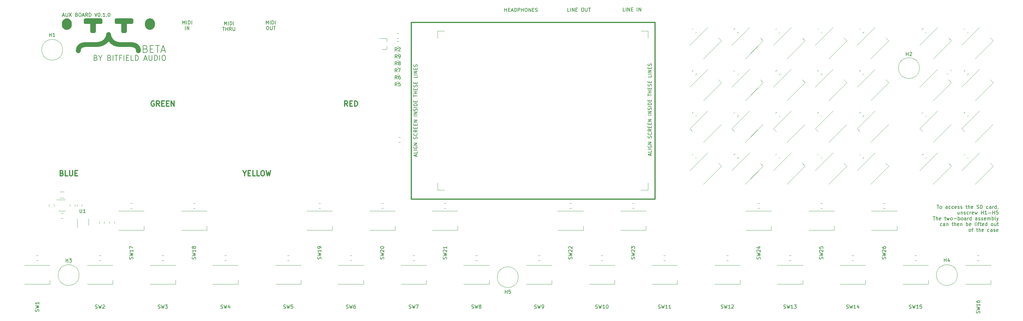
<source format=gbr>
%TF.GenerationSoftware,KiCad,Pcbnew,5.1.6*%
%TF.CreationDate,2020-06-25T21:19:21+02:00*%
%TF.ProjectId,OTTO_AUX_SMD,4f54544f-5f41-4555-985f-534d442e6b69,rev?*%
%TF.SameCoordinates,PX269fb20PYbb65a20*%
%TF.FileFunction,Legend,Top*%
%TF.FilePolarity,Positive*%
%FSLAX46Y46*%
G04 Gerber Fmt 4.6, Leading zero omitted, Abs format (unit mm)*
G04 Created by KiCad (PCBNEW 5.1.6) date 2020-06-25 21:19:21*
%MOMM*%
%LPD*%
G01*
G04 APERTURE LIST*
%ADD10C,0.150000*%
%ADD11C,0.300000*%
%ADD12C,0.200000*%
%ADD13C,0.120000*%
%ADD14C,0.010000*%
G04 APERTURE END LIST*
D10*
X243840595Y129597620D02*
X244412023Y129597620D01*
X244126309Y128597620D02*
X244126309Y129597620D01*
X244888214Y128597620D02*
X244792976Y128645239D01*
X244745357Y128692858D01*
X244697738Y128788096D01*
X244697738Y129073810D01*
X244745357Y129169048D01*
X244792976Y129216667D01*
X244888214Y129264286D01*
X245031071Y129264286D01*
X245126309Y129216667D01*
X245173928Y129169048D01*
X245221547Y129073810D01*
X245221547Y128788096D01*
X245173928Y128692858D01*
X245126309Y128645239D01*
X245031071Y128597620D01*
X244888214Y128597620D01*
X246840595Y128597620D02*
X246840595Y129121429D01*
X246792976Y129216667D01*
X246697738Y129264286D01*
X246507261Y129264286D01*
X246412023Y129216667D01*
X246840595Y128645239D02*
X246745357Y128597620D01*
X246507261Y128597620D01*
X246412023Y128645239D01*
X246364404Y128740477D01*
X246364404Y128835715D01*
X246412023Y128930953D01*
X246507261Y128978572D01*
X246745357Y128978572D01*
X246840595Y129026191D01*
X247745357Y128645239D02*
X247650119Y128597620D01*
X247459642Y128597620D01*
X247364404Y128645239D01*
X247316785Y128692858D01*
X247269166Y128788096D01*
X247269166Y129073810D01*
X247316785Y129169048D01*
X247364404Y129216667D01*
X247459642Y129264286D01*
X247650119Y129264286D01*
X247745357Y129216667D01*
X248602500Y128645239D02*
X248507261Y128597620D01*
X248316785Y128597620D01*
X248221547Y128645239D01*
X248173928Y128692858D01*
X248126309Y128788096D01*
X248126309Y129073810D01*
X248173928Y129169048D01*
X248221547Y129216667D01*
X248316785Y129264286D01*
X248507261Y129264286D01*
X248602500Y129216667D01*
X249412023Y128645239D02*
X249316785Y128597620D01*
X249126309Y128597620D01*
X249031071Y128645239D01*
X248983452Y128740477D01*
X248983452Y129121429D01*
X249031071Y129216667D01*
X249126309Y129264286D01*
X249316785Y129264286D01*
X249412023Y129216667D01*
X249459642Y129121429D01*
X249459642Y129026191D01*
X248983452Y128930953D01*
X249840595Y128645239D02*
X249935833Y128597620D01*
X250126309Y128597620D01*
X250221547Y128645239D01*
X250269166Y128740477D01*
X250269166Y128788096D01*
X250221547Y128883334D01*
X250126309Y128930953D01*
X249983452Y128930953D01*
X249888214Y128978572D01*
X249840595Y129073810D01*
X249840595Y129121429D01*
X249888214Y129216667D01*
X249983452Y129264286D01*
X250126309Y129264286D01*
X250221547Y129216667D01*
X250650119Y128645239D02*
X250745357Y128597620D01*
X250935833Y128597620D01*
X251031071Y128645239D01*
X251078690Y128740477D01*
X251078690Y128788096D01*
X251031071Y128883334D01*
X250935833Y128930953D01*
X250792976Y128930953D01*
X250697738Y128978572D01*
X250650119Y129073810D01*
X250650119Y129121429D01*
X250697738Y129216667D01*
X250792976Y129264286D01*
X250935833Y129264286D01*
X251031071Y129216667D01*
X252126309Y129264286D02*
X252507261Y129264286D01*
X252269166Y129597620D02*
X252269166Y128740477D01*
X252316785Y128645239D01*
X252412023Y128597620D01*
X252507261Y128597620D01*
X252840595Y128597620D02*
X252840595Y129597620D01*
X253269166Y128597620D02*
X253269166Y129121429D01*
X253221547Y129216667D01*
X253126309Y129264286D01*
X252983452Y129264286D01*
X252888214Y129216667D01*
X252840595Y129169048D01*
X254126309Y128645239D02*
X254031071Y128597620D01*
X253840595Y128597620D01*
X253745357Y128645239D01*
X253697738Y128740477D01*
X253697738Y129121429D01*
X253745357Y129216667D01*
X253840595Y129264286D01*
X254031071Y129264286D01*
X254126309Y129216667D01*
X254173928Y129121429D01*
X254173928Y129026191D01*
X253697738Y128930953D01*
X255316785Y128645239D02*
X255459642Y128597620D01*
X255697738Y128597620D01*
X255792976Y128645239D01*
X255840595Y128692858D01*
X255888214Y128788096D01*
X255888214Y128883334D01*
X255840595Y128978572D01*
X255792976Y129026191D01*
X255697738Y129073810D01*
X255507261Y129121429D01*
X255412023Y129169048D01*
X255364404Y129216667D01*
X255316785Y129311905D01*
X255316785Y129407143D01*
X255364404Y129502381D01*
X255412023Y129550000D01*
X255507261Y129597620D01*
X255745357Y129597620D01*
X255888214Y129550000D01*
X256316785Y128597620D02*
X256316785Y129597620D01*
X256554880Y129597620D01*
X256697738Y129550000D01*
X256792976Y129454762D01*
X256840595Y129359524D01*
X256888214Y129169048D01*
X256888214Y129026191D01*
X256840595Y128835715D01*
X256792976Y128740477D01*
X256697738Y128645239D01*
X256554880Y128597620D01*
X256316785Y128597620D01*
X258507261Y128645239D02*
X258412023Y128597620D01*
X258221547Y128597620D01*
X258126309Y128645239D01*
X258078690Y128692858D01*
X258031071Y128788096D01*
X258031071Y129073810D01*
X258078690Y129169048D01*
X258126309Y129216667D01*
X258221547Y129264286D01*
X258412023Y129264286D01*
X258507261Y129216667D01*
X259364404Y128597620D02*
X259364404Y129121429D01*
X259316785Y129216667D01*
X259221547Y129264286D01*
X259031071Y129264286D01*
X258935833Y129216667D01*
X259364404Y128645239D02*
X259269166Y128597620D01*
X259031071Y128597620D01*
X258935833Y128645239D01*
X258888214Y128740477D01*
X258888214Y128835715D01*
X258935833Y128930953D01*
X259031071Y128978572D01*
X259269166Y128978572D01*
X259364404Y129026191D01*
X259840595Y128597620D02*
X259840595Y129264286D01*
X259840595Y129073810D02*
X259888214Y129169048D01*
X259935833Y129216667D01*
X260031071Y129264286D01*
X260126309Y129264286D01*
X260888214Y128597620D02*
X260888214Y129597620D01*
X260888214Y128645239D02*
X260792976Y128597620D01*
X260602500Y128597620D01*
X260507261Y128645239D01*
X260459642Y128692858D01*
X260412023Y128788096D01*
X260412023Y129073810D01*
X260459642Y129169048D01*
X260507261Y129216667D01*
X260602500Y129264286D01*
X260792976Y129264286D01*
X260888214Y129216667D01*
X261412023Y128645239D02*
X261412023Y128597620D01*
X261364404Y128502381D01*
X261316785Y128454762D01*
X250269166Y127614286D02*
X250269166Y126947620D01*
X249840595Y127614286D02*
X249840595Y127090477D01*
X249888214Y126995239D01*
X249983452Y126947620D01*
X250126309Y126947620D01*
X250221547Y126995239D01*
X250269166Y127042858D01*
X250745357Y127614286D02*
X250745357Y126947620D01*
X250745357Y127519048D02*
X250792976Y127566667D01*
X250888214Y127614286D01*
X251031071Y127614286D01*
X251126309Y127566667D01*
X251173928Y127471429D01*
X251173928Y126947620D01*
X251602500Y126995239D02*
X251697738Y126947620D01*
X251888214Y126947620D01*
X251983452Y126995239D01*
X252031071Y127090477D01*
X252031071Y127138096D01*
X251983452Y127233334D01*
X251888214Y127280953D01*
X251745357Y127280953D01*
X251650119Y127328572D01*
X251602500Y127423810D01*
X251602500Y127471429D01*
X251650119Y127566667D01*
X251745357Y127614286D01*
X251888214Y127614286D01*
X251983452Y127566667D01*
X252888214Y126995239D02*
X252792976Y126947620D01*
X252602500Y126947620D01*
X252507261Y126995239D01*
X252459642Y127042858D01*
X252412023Y127138096D01*
X252412023Y127423810D01*
X252459642Y127519048D01*
X252507261Y127566667D01*
X252602500Y127614286D01*
X252792976Y127614286D01*
X252888214Y127566667D01*
X253316785Y126947620D02*
X253316785Y127614286D01*
X253316785Y127423810D02*
X253364404Y127519048D01*
X253412023Y127566667D01*
X253507261Y127614286D01*
X253602500Y127614286D01*
X254316785Y126995239D02*
X254221547Y126947620D01*
X254031071Y126947620D01*
X253935833Y126995239D01*
X253888214Y127090477D01*
X253888214Y127471429D01*
X253935833Y127566667D01*
X254031071Y127614286D01*
X254221547Y127614286D01*
X254316785Y127566667D01*
X254364404Y127471429D01*
X254364404Y127376191D01*
X253888214Y127280953D01*
X254697738Y127614286D02*
X254888214Y126947620D01*
X255078690Y127423810D01*
X255269166Y126947620D01*
X255459642Y127614286D01*
X256602500Y126947620D02*
X256602500Y127947620D01*
X256602500Y127471429D02*
X257173928Y127471429D01*
X257173928Y126947620D02*
X257173928Y127947620D01*
X258173928Y126947620D02*
X257602500Y126947620D01*
X257888214Y126947620D02*
X257888214Y127947620D01*
X257792976Y127804762D01*
X257697738Y127709524D01*
X257602500Y127661905D01*
X258602500Y127328572D02*
X259364404Y127328572D01*
X259840595Y126947620D02*
X259840595Y127947620D01*
X259840595Y127471429D02*
X260412023Y127471429D01*
X260412023Y126947620D02*
X260412023Y127947620D01*
X261364404Y127947620D02*
X260888214Y127947620D01*
X260840595Y127471429D01*
X260888214Y127519048D01*
X260983452Y127566667D01*
X261221547Y127566667D01*
X261316785Y127519048D01*
X261364404Y127471429D01*
X261412023Y127376191D01*
X261412023Y127138096D01*
X261364404Y127042858D01*
X261316785Y126995239D01*
X261221547Y126947620D01*
X260983452Y126947620D01*
X260888214Y126995239D01*
X260840595Y127042858D01*
X242745357Y126297620D02*
X243316785Y126297620D01*
X243031071Y125297620D02*
X243031071Y126297620D01*
X243650119Y125297620D02*
X243650119Y126297620D01*
X244078690Y125297620D02*
X244078690Y125821429D01*
X244031071Y125916667D01*
X243935833Y125964286D01*
X243792976Y125964286D01*
X243697738Y125916667D01*
X243650119Y125869048D01*
X244935833Y125345239D02*
X244840595Y125297620D01*
X244650119Y125297620D01*
X244554880Y125345239D01*
X244507261Y125440477D01*
X244507261Y125821429D01*
X244554880Y125916667D01*
X244650119Y125964286D01*
X244840595Y125964286D01*
X244935833Y125916667D01*
X244983452Y125821429D01*
X244983452Y125726191D01*
X244507261Y125630953D01*
X246031071Y125964286D02*
X246412023Y125964286D01*
X246173928Y126297620D02*
X246173928Y125440477D01*
X246221547Y125345239D01*
X246316785Y125297620D01*
X246412023Y125297620D01*
X246650119Y125964286D02*
X246840595Y125297620D01*
X247031071Y125773810D01*
X247221547Y125297620D01*
X247412023Y125964286D01*
X247935833Y125297620D02*
X247840595Y125345239D01*
X247792976Y125392858D01*
X247745357Y125488096D01*
X247745357Y125773810D01*
X247792976Y125869048D01*
X247840595Y125916667D01*
X247935833Y125964286D01*
X248078690Y125964286D01*
X248173928Y125916667D01*
X248221547Y125869048D01*
X248269166Y125773810D01*
X248269166Y125488096D01*
X248221547Y125392858D01*
X248173928Y125345239D01*
X248078690Y125297620D01*
X247935833Y125297620D01*
X248697738Y125678572D02*
X249459642Y125678572D01*
X249935833Y125297620D02*
X249935833Y126297620D01*
X249935833Y125916667D02*
X250031071Y125964286D01*
X250221547Y125964286D01*
X250316785Y125916667D01*
X250364404Y125869048D01*
X250412023Y125773810D01*
X250412023Y125488096D01*
X250364404Y125392858D01*
X250316785Y125345239D01*
X250221547Y125297620D01*
X250031071Y125297620D01*
X249935833Y125345239D01*
X250983452Y125297620D02*
X250888214Y125345239D01*
X250840595Y125392858D01*
X250792976Y125488096D01*
X250792976Y125773810D01*
X250840595Y125869048D01*
X250888214Y125916667D01*
X250983452Y125964286D01*
X251126309Y125964286D01*
X251221547Y125916667D01*
X251269166Y125869048D01*
X251316785Y125773810D01*
X251316785Y125488096D01*
X251269166Y125392858D01*
X251221547Y125345239D01*
X251126309Y125297620D01*
X250983452Y125297620D01*
X252173928Y125297620D02*
X252173928Y125821429D01*
X252126309Y125916667D01*
X252031071Y125964286D01*
X251840595Y125964286D01*
X251745357Y125916667D01*
X252173928Y125345239D02*
X252078690Y125297620D01*
X251840595Y125297620D01*
X251745357Y125345239D01*
X251697738Y125440477D01*
X251697738Y125535715D01*
X251745357Y125630953D01*
X251840595Y125678572D01*
X252078690Y125678572D01*
X252173928Y125726191D01*
X252650119Y125297620D02*
X252650119Y125964286D01*
X252650119Y125773810D02*
X252697738Y125869048D01*
X252745357Y125916667D01*
X252840595Y125964286D01*
X252935833Y125964286D01*
X253697738Y125297620D02*
X253697738Y126297620D01*
X253697738Y125345239D02*
X253602500Y125297620D01*
X253412023Y125297620D01*
X253316785Y125345239D01*
X253269166Y125392858D01*
X253221547Y125488096D01*
X253221547Y125773810D01*
X253269166Y125869048D01*
X253316785Y125916667D01*
X253412023Y125964286D01*
X253602500Y125964286D01*
X253697738Y125916667D01*
X255364404Y125297620D02*
X255364404Y125821429D01*
X255316785Y125916667D01*
X255221547Y125964286D01*
X255031071Y125964286D01*
X254935833Y125916667D01*
X255364404Y125345239D02*
X255269166Y125297620D01*
X255031071Y125297620D01*
X254935833Y125345239D01*
X254888214Y125440477D01*
X254888214Y125535715D01*
X254935833Y125630953D01*
X255031071Y125678572D01*
X255269166Y125678572D01*
X255364404Y125726191D01*
X255792976Y125345239D02*
X255888214Y125297620D01*
X256078690Y125297620D01*
X256173928Y125345239D01*
X256221547Y125440477D01*
X256221547Y125488096D01*
X256173928Y125583334D01*
X256078690Y125630953D01*
X255935833Y125630953D01*
X255840595Y125678572D01*
X255792976Y125773810D01*
X255792976Y125821429D01*
X255840595Y125916667D01*
X255935833Y125964286D01*
X256078690Y125964286D01*
X256173928Y125916667D01*
X256602500Y125345239D02*
X256697738Y125297620D01*
X256888214Y125297620D01*
X256983452Y125345239D01*
X257031071Y125440477D01*
X257031071Y125488096D01*
X256983452Y125583334D01*
X256888214Y125630953D01*
X256745357Y125630953D01*
X256650119Y125678572D01*
X256602500Y125773810D01*
X256602500Y125821429D01*
X256650119Y125916667D01*
X256745357Y125964286D01*
X256888214Y125964286D01*
X256983452Y125916667D01*
X257840595Y125345239D02*
X257745357Y125297620D01*
X257554880Y125297620D01*
X257459642Y125345239D01*
X257412023Y125440477D01*
X257412023Y125821429D01*
X257459642Y125916667D01*
X257554880Y125964286D01*
X257745357Y125964286D01*
X257840595Y125916667D01*
X257888214Y125821429D01*
X257888214Y125726191D01*
X257412023Y125630953D01*
X258316785Y125297620D02*
X258316785Y125964286D01*
X258316785Y125869048D02*
X258364404Y125916667D01*
X258459642Y125964286D01*
X258602500Y125964286D01*
X258697738Y125916667D01*
X258745357Y125821429D01*
X258745357Y125297620D01*
X258745357Y125821429D02*
X258792976Y125916667D01*
X258888214Y125964286D01*
X259031071Y125964286D01*
X259126309Y125916667D01*
X259173928Y125821429D01*
X259173928Y125297620D01*
X259650119Y125297620D02*
X259650119Y126297620D01*
X259650119Y125916667D02*
X259745357Y125964286D01*
X259935833Y125964286D01*
X260031071Y125916667D01*
X260078690Y125869048D01*
X260126309Y125773810D01*
X260126309Y125488096D01*
X260078690Y125392858D01*
X260031071Y125345239D01*
X259935833Y125297620D01*
X259745357Y125297620D01*
X259650119Y125345239D01*
X260697738Y125297620D02*
X260602500Y125345239D01*
X260554880Y125440477D01*
X260554880Y126297620D01*
X260983452Y125964286D02*
X261221547Y125297620D01*
X261459642Y125964286D02*
X261221547Y125297620D01*
X261126309Y125059524D01*
X261078690Y125011905D01*
X260983452Y124964286D01*
X245269166Y123695239D02*
X245173928Y123647620D01*
X244983452Y123647620D01*
X244888214Y123695239D01*
X244840595Y123742858D01*
X244792976Y123838096D01*
X244792976Y124123810D01*
X244840595Y124219048D01*
X244888214Y124266667D01*
X244983452Y124314286D01*
X245173928Y124314286D01*
X245269166Y124266667D01*
X246126309Y123647620D02*
X246126309Y124171429D01*
X246078690Y124266667D01*
X245983452Y124314286D01*
X245792976Y124314286D01*
X245697738Y124266667D01*
X246126309Y123695239D02*
X246031071Y123647620D01*
X245792976Y123647620D01*
X245697738Y123695239D01*
X245650119Y123790477D01*
X245650119Y123885715D01*
X245697738Y123980953D01*
X245792976Y124028572D01*
X246031071Y124028572D01*
X246126309Y124076191D01*
X246602500Y124314286D02*
X246602500Y123647620D01*
X246602500Y124219048D02*
X246650119Y124266667D01*
X246745357Y124314286D01*
X246888214Y124314286D01*
X246983452Y124266667D01*
X247031071Y124171429D01*
X247031071Y123647620D01*
X248126309Y124314286D02*
X248507261Y124314286D01*
X248269166Y124647620D02*
X248269166Y123790477D01*
X248316785Y123695239D01*
X248412023Y123647620D01*
X248507261Y123647620D01*
X248840595Y123647620D02*
X248840595Y124647620D01*
X249269166Y123647620D02*
X249269166Y124171429D01*
X249221547Y124266667D01*
X249126309Y124314286D01*
X248983452Y124314286D01*
X248888214Y124266667D01*
X248840595Y124219048D01*
X250126309Y123695239D02*
X250031071Y123647620D01*
X249840595Y123647620D01*
X249745357Y123695239D01*
X249697738Y123790477D01*
X249697738Y124171429D01*
X249745357Y124266667D01*
X249840595Y124314286D01*
X250031071Y124314286D01*
X250126309Y124266667D01*
X250173928Y124171429D01*
X250173928Y124076191D01*
X249697738Y123980953D01*
X250602500Y124314286D02*
X250602500Y123647620D01*
X250602500Y124219048D02*
X250650119Y124266667D01*
X250745357Y124314286D01*
X250888214Y124314286D01*
X250983452Y124266667D01*
X251031071Y124171429D01*
X251031071Y123647620D01*
X252269166Y123647620D02*
X252269166Y124647620D01*
X252269166Y124266667D02*
X252364404Y124314286D01*
X252554880Y124314286D01*
X252650119Y124266667D01*
X252697738Y124219048D01*
X252745357Y124123810D01*
X252745357Y123838096D01*
X252697738Y123742858D01*
X252650119Y123695239D01*
X252554880Y123647620D01*
X252364404Y123647620D01*
X252269166Y123695239D01*
X253554880Y123695239D02*
X253459642Y123647620D01*
X253269166Y123647620D01*
X253173928Y123695239D01*
X253126309Y123790477D01*
X253126309Y124171429D01*
X253173928Y124266667D01*
X253269166Y124314286D01*
X253459642Y124314286D01*
X253554880Y124266667D01*
X253602500Y124171429D01*
X253602500Y124076191D01*
X253126309Y123980953D01*
X254935833Y123647620D02*
X254840595Y123695239D01*
X254792976Y123790477D01*
X254792976Y124647620D01*
X255316785Y123647620D02*
X255316785Y124314286D01*
X255316785Y124647620D02*
X255269166Y124600000D01*
X255316785Y124552381D01*
X255364404Y124600000D01*
X255316785Y124647620D01*
X255316785Y124552381D01*
X255650119Y124314286D02*
X256031071Y124314286D01*
X255792976Y123647620D02*
X255792976Y124504762D01*
X255840595Y124600000D01*
X255935833Y124647620D01*
X256031071Y124647620D01*
X256221547Y124314286D02*
X256602500Y124314286D01*
X256364404Y124647620D02*
X256364404Y123790477D01*
X256412023Y123695239D01*
X256507261Y123647620D01*
X256602500Y123647620D01*
X257316785Y123695239D02*
X257221547Y123647620D01*
X257031071Y123647620D01*
X256935833Y123695239D01*
X256888214Y123790477D01*
X256888214Y124171429D01*
X256935833Y124266667D01*
X257031071Y124314286D01*
X257221547Y124314286D01*
X257316785Y124266667D01*
X257364404Y124171429D01*
X257364404Y124076191D01*
X256888214Y123980953D01*
X258221547Y123647620D02*
X258221547Y124647620D01*
X258221547Y123695239D02*
X258126309Y123647620D01*
X257935833Y123647620D01*
X257840595Y123695239D01*
X257792976Y123742858D01*
X257745357Y123838096D01*
X257745357Y124123810D01*
X257792976Y124219048D01*
X257840595Y124266667D01*
X257935833Y124314286D01*
X258126309Y124314286D01*
X258221547Y124266667D01*
X259602500Y123647620D02*
X259507261Y123695239D01*
X259459642Y123742858D01*
X259412023Y123838096D01*
X259412023Y124123810D01*
X259459642Y124219048D01*
X259507261Y124266667D01*
X259602500Y124314286D01*
X259745357Y124314286D01*
X259840595Y124266667D01*
X259888214Y124219048D01*
X259935833Y124123810D01*
X259935833Y123838096D01*
X259888214Y123742858D01*
X259840595Y123695239D01*
X259745357Y123647620D01*
X259602500Y123647620D01*
X260792976Y124314286D02*
X260792976Y123647620D01*
X260364404Y124314286D02*
X260364404Y123790477D01*
X260412023Y123695239D01*
X260507261Y123647620D01*
X260650119Y123647620D01*
X260745357Y123695239D01*
X260792976Y123742858D01*
X261126309Y124314286D02*
X261507261Y124314286D01*
X261269166Y124647620D02*
X261269166Y123790477D01*
X261316785Y123695239D01*
X261412023Y123647620D01*
X261507261Y123647620D01*
X253221547Y121997620D02*
X253126309Y122045239D01*
X253078690Y122092858D01*
X253031071Y122188096D01*
X253031071Y122473810D01*
X253078690Y122569048D01*
X253126309Y122616667D01*
X253221547Y122664286D01*
X253364404Y122664286D01*
X253459642Y122616667D01*
X253507261Y122569048D01*
X253554880Y122473810D01*
X253554880Y122188096D01*
X253507261Y122092858D01*
X253459642Y122045239D01*
X253364404Y121997620D01*
X253221547Y121997620D01*
X253840595Y122664286D02*
X254221547Y122664286D01*
X253983452Y121997620D02*
X253983452Y122854762D01*
X254031071Y122950000D01*
X254126309Y122997620D01*
X254221547Y122997620D01*
X255173928Y122664286D02*
X255554880Y122664286D01*
X255316785Y122997620D02*
X255316785Y122140477D01*
X255364404Y122045239D01*
X255459642Y121997620D01*
X255554880Y121997620D01*
X255888214Y121997620D02*
X255888214Y122997620D01*
X256316785Y121997620D02*
X256316785Y122521429D01*
X256269166Y122616667D01*
X256173928Y122664286D01*
X256031071Y122664286D01*
X255935833Y122616667D01*
X255888214Y122569048D01*
X257173928Y122045239D02*
X257078690Y121997620D01*
X256888214Y121997620D01*
X256792976Y122045239D01*
X256745357Y122140477D01*
X256745357Y122521429D01*
X256792976Y122616667D01*
X256888214Y122664286D01*
X257078690Y122664286D01*
X257173928Y122616667D01*
X257221547Y122521429D01*
X257221547Y122426191D01*
X256745357Y122330953D01*
X258840595Y122045239D02*
X258745357Y121997620D01*
X258554880Y121997620D01*
X258459642Y122045239D01*
X258412023Y122092858D01*
X258364404Y122188096D01*
X258364404Y122473810D01*
X258412023Y122569048D01*
X258459642Y122616667D01*
X258554880Y122664286D01*
X258745357Y122664286D01*
X258840595Y122616667D01*
X259697738Y121997620D02*
X259697738Y122521429D01*
X259650119Y122616667D01*
X259554880Y122664286D01*
X259364404Y122664286D01*
X259269166Y122616667D01*
X259697738Y122045239D02*
X259602500Y121997620D01*
X259364404Y121997620D01*
X259269166Y122045239D01*
X259221547Y122140477D01*
X259221547Y122235715D01*
X259269166Y122330953D01*
X259364404Y122378572D01*
X259602500Y122378572D01*
X259697738Y122426191D01*
X260126309Y122045239D02*
X260221547Y121997620D01*
X260412023Y121997620D01*
X260507261Y122045239D01*
X260554880Y122140477D01*
X260554880Y122188096D01*
X260507261Y122283334D01*
X260412023Y122330953D01*
X260269166Y122330953D01*
X260173928Y122378572D01*
X260126309Y122473810D01*
X260126309Y122521429D01*
X260173928Y122616667D01*
X260269166Y122664286D01*
X260412023Y122664286D01*
X260507261Y122616667D01*
X261364404Y122045239D02*
X261269166Y121997620D01*
X261078690Y121997620D01*
X260983452Y122045239D01*
X260935833Y122140477D01*
X260935833Y122521429D01*
X260983452Y122616667D01*
X261078690Y122664286D01*
X261269166Y122664286D01*
X261364404Y122616667D01*
X261412023Y122521429D01*
X261412023Y122426191D01*
X260935833Y122330953D01*
D11*
X74735714Y157971429D02*
X74235714Y158685715D01*
X73878571Y157971429D02*
X73878571Y159471429D01*
X74450000Y159471429D01*
X74592857Y159400000D01*
X74664285Y159328572D01*
X74735714Y159185715D01*
X74735714Y158971429D01*
X74664285Y158828572D01*
X74592857Y158757143D01*
X74450000Y158685715D01*
X73878571Y158685715D01*
X75378571Y158757143D02*
X75878571Y158757143D01*
X76092857Y157971429D02*
X75378571Y157971429D01*
X75378571Y159471429D01*
X76092857Y159471429D01*
X76735714Y157971429D02*
X76735714Y159471429D01*
X77092857Y159471429D01*
X77307142Y159400000D01*
X77450000Y159257143D01*
X77521428Y159114286D01*
X77592857Y158828572D01*
X77592857Y158614286D01*
X77521428Y158328572D01*
X77450000Y158185715D01*
X77307142Y158042858D01*
X77092857Y157971429D01*
X76735714Y157971429D01*
X45164285Y138685715D02*
X45164285Y137971429D01*
X44664285Y139471429D02*
X45164285Y138685715D01*
X45664285Y139471429D01*
X46164285Y138757143D02*
X46664285Y138757143D01*
X46878571Y137971429D02*
X46164285Y137971429D01*
X46164285Y139471429D01*
X46878571Y139471429D01*
X48235714Y137971429D02*
X47521428Y137971429D01*
X47521428Y139471429D01*
X49450000Y137971429D02*
X48735714Y137971429D01*
X48735714Y139471429D01*
X50235714Y139471429D02*
X50521428Y139471429D01*
X50664285Y139400000D01*
X50807142Y139257143D01*
X50878571Y138971429D01*
X50878571Y138471429D01*
X50807142Y138185715D01*
X50664285Y138042858D01*
X50521428Y137971429D01*
X50235714Y137971429D01*
X50092857Y138042858D01*
X49950000Y138185715D01*
X49878571Y138471429D01*
X49878571Y138971429D01*
X49950000Y139257143D01*
X50092857Y139400000D01*
X50235714Y139471429D01*
X51378571Y139471429D02*
X51735714Y137971429D01*
X52021428Y139042858D01*
X52307142Y137971429D01*
X52664285Y139471429D01*
X19200000Y159400000D02*
X19057142Y159471429D01*
X18842857Y159471429D01*
X18628571Y159400000D01*
X18485714Y159257143D01*
X18414285Y159114286D01*
X18342857Y158828572D01*
X18342857Y158614286D01*
X18414285Y158328572D01*
X18485714Y158185715D01*
X18628571Y158042858D01*
X18842857Y157971429D01*
X18985714Y157971429D01*
X19200000Y158042858D01*
X19271428Y158114286D01*
X19271428Y158614286D01*
X18985714Y158614286D01*
X20771428Y157971429D02*
X20271428Y158685715D01*
X19914285Y157971429D02*
X19914285Y159471429D01*
X20485714Y159471429D01*
X20628571Y159400000D01*
X20700000Y159328572D01*
X20771428Y159185715D01*
X20771428Y158971429D01*
X20700000Y158828572D01*
X20628571Y158757143D01*
X20485714Y158685715D01*
X19914285Y158685715D01*
X21414285Y158757143D02*
X21914285Y158757143D01*
X22128571Y157971429D02*
X21414285Y157971429D01*
X21414285Y159471429D01*
X22128571Y159471429D01*
X22771428Y158757143D02*
X23271428Y158757143D01*
X23485714Y157971429D02*
X22771428Y157971429D01*
X22771428Y159471429D01*
X23485714Y159471429D01*
X24128571Y157971429D02*
X24128571Y159471429D01*
X24985714Y157971429D01*
X24985714Y159471429D01*
X-7264286Y138757143D02*
X-7050000Y138685715D01*
X-6978572Y138614286D01*
X-6907143Y138471429D01*
X-6907143Y138257143D01*
X-6978572Y138114286D01*
X-7050000Y138042858D01*
X-7192858Y137971429D01*
X-7764286Y137971429D01*
X-7764286Y139471429D01*
X-7264286Y139471429D01*
X-7121429Y139400000D01*
X-7050000Y139328572D01*
X-6978572Y139185715D01*
X-6978572Y139042858D01*
X-7050000Y138900000D01*
X-7121429Y138828572D01*
X-7264286Y138757143D01*
X-7764286Y138757143D01*
X-5550000Y137971429D02*
X-6264286Y137971429D01*
X-6264286Y139471429D01*
X-5050000Y139471429D02*
X-5050000Y138257143D01*
X-4978572Y138114286D01*
X-4907143Y138042858D01*
X-4764286Y137971429D01*
X-4478572Y137971429D01*
X-4335715Y138042858D01*
X-4264286Y138114286D01*
X-4192858Y138257143D01*
X-4192858Y139471429D01*
X-3478572Y138757143D02*
X-2978572Y138757143D01*
X-2764286Y137971429D02*
X-3478572Y137971429D01*
X-3478572Y139471429D01*
X-2764286Y139471429D01*
D12*
X16769047Y174406640D02*
X17054761Y174311402D01*
X17150000Y174216163D01*
X17245238Y174025687D01*
X17245238Y173739973D01*
X17150000Y173549497D01*
X17054761Y173454259D01*
X16864285Y173359021D01*
X16102380Y173359021D01*
X16102380Y175359021D01*
X16769047Y175359021D01*
X16959523Y175263782D01*
X17054761Y175168544D01*
X17150000Y174978068D01*
X17150000Y174787592D01*
X17054761Y174597116D01*
X16959523Y174501878D01*
X16769047Y174406640D01*
X16102380Y174406640D01*
X18102380Y174406640D02*
X18769047Y174406640D01*
X19054761Y173359021D02*
X18102380Y173359021D01*
X18102380Y175359021D01*
X19054761Y175359021D01*
X19626190Y175359021D02*
X20769047Y175359021D01*
X20197619Y173359021D02*
X20197619Y175359021D01*
X21340476Y173930449D02*
X22292857Y173930449D01*
X21150000Y173359021D02*
X21816666Y175359021D01*
X22483333Y173359021D01*
X2484285Y171870925D02*
X2698571Y171799497D01*
X2770000Y171728068D01*
X2841428Y171585211D01*
X2841428Y171370925D01*
X2770000Y171228068D01*
X2698571Y171156640D01*
X2555714Y171085211D01*
X1984285Y171085211D01*
X1984285Y172585211D01*
X2484285Y172585211D01*
X2627142Y172513782D01*
X2698571Y172442354D01*
X2770000Y172299497D01*
X2770000Y172156640D01*
X2698571Y172013782D01*
X2627142Y171942354D01*
X2484285Y171870925D01*
X1984285Y171870925D01*
X3770000Y171799497D02*
X3770000Y171085211D01*
X3270000Y172585211D02*
X3770000Y171799497D01*
X4270000Y172585211D01*
X6412857Y171870925D02*
X6627142Y171799497D01*
X6698571Y171728068D01*
X6770000Y171585211D01*
X6770000Y171370925D01*
X6698571Y171228068D01*
X6627142Y171156640D01*
X6484285Y171085211D01*
X5912857Y171085211D01*
X5912857Y172585211D01*
X6412857Y172585211D01*
X6555714Y172513782D01*
X6627142Y172442354D01*
X6698571Y172299497D01*
X6698571Y172156640D01*
X6627142Y172013782D01*
X6555714Y171942354D01*
X6412857Y171870925D01*
X5912857Y171870925D01*
X7412857Y171085211D02*
X7412857Y172585211D01*
X7912857Y172585211D02*
X8770000Y172585211D01*
X8341428Y171085211D02*
X8341428Y172585211D01*
X9770000Y171870925D02*
X9270000Y171870925D01*
X9270000Y171085211D02*
X9270000Y172585211D01*
X9984285Y172585211D01*
X10555714Y171085211D02*
X10555714Y172585211D01*
X11270000Y171870925D02*
X11770000Y171870925D01*
X11984285Y171085211D02*
X11270000Y171085211D01*
X11270000Y172585211D01*
X11984285Y172585211D01*
X13341428Y171085211D02*
X12627142Y171085211D01*
X12627142Y172585211D01*
X13841428Y171085211D02*
X13841428Y172585211D01*
X14198571Y172585211D01*
X14412857Y172513782D01*
X14555714Y172370925D01*
X14627142Y172228068D01*
X14698571Y171942354D01*
X14698571Y171728068D01*
X14627142Y171442354D01*
X14555714Y171299497D01*
X14412857Y171156640D01*
X14198571Y171085211D01*
X13841428Y171085211D01*
X16412857Y171513782D02*
X17127142Y171513782D01*
X16270000Y171085211D02*
X16770000Y172585211D01*
X17270000Y171085211D01*
X17770000Y172585211D02*
X17770000Y171370925D01*
X17841428Y171228068D01*
X17912857Y171156640D01*
X18055714Y171085211D01*
X18341428Y171085211D01*
X18484285Y171156640D01*
X18555714Y171228068D01*
X18627142Y171370925D01*
X18627142Y172585211D01*
X19341428Y171085211D02*
X19341428Y172585211D01*
X19698571Y172585211D01*
X19912857Y172513782D01*
X20055714Y172370925D01*
X20127142Y172228068D01*
X20198571Y171942354D01*
X20198571Y171728068D01*
X20127142Y171442354D01*
X20055714Y171299497D01*
X19912857Y171156640D01*
X19698571Y171085211D01*
X19341428Y171085211D01*
X20841428Y171085211D02*
X20841428Y172585211D01*
X21841428Y172585211D02*
X22127142Y172585211D01*
X22270000Y172513782D01*
X22412857Y172370925D01*
X22484285Y172085211D01*
X22484285Y171585211D01*
X22412857Y171299497D01*
X22270000Y171156640D01*
X22127142Y171085211D01*
X21841428Y171085211D01*
X21698571Y171156640D01*
X21555714Y171299497D01*
X21484285Y171585211D01*
X21484285Y172085211D01*
X21555714Y172370925D01*
X21698571Y172513782D01*
X21841428Y172585211D01*
D10*
X27390476Y181522620D02*
X27390476Y182522620D01*
X27723809Y181808334D01*
X28057142Y182522620D01*
X28057142Y181522620D01*
X28533333Y181522620D02*
X28533333Y182522620D01*
X29009523Y181522620D02*
X29009523Y182522620D01*
X29247619Y182522620D01*
X29390476Y182475000D01*
X29485714Y182379762D01*
X29533333Y182284524D01*
X29580952Y182094048D01*
X29580952Y181951191D01*
X29533333Y181760715D01*
X29485714Y181665477D01*
X29390476Y181570239D01*
X29247619Y181522620D01*
X29009523Y181522620D01*
X30009523Y181522620D02*
X30009523Y182522620D01*
X28176190Y179872620D02*
X28176190Y180872620D01*
X28652380Y179872620D02*
X28652380Y180872620D01*
X29223809Y179872620D01*
X29223809Y180872620D01*
X39390476Y181272620D02*
X39390476Y182272620D01*
X39723809Y181558334D01*
X40057142Y182272620D01*
X40057142Y181272620D01*
X40533333Y181272620D02*
X40533333Y182272620D01*
X41009523Y181272620D02*
X41009523Y182272620D01*
X41247619Y182272620D01*
X41390476Y182225000D01*
X41485714Y182129762D01*
X41533333Y182034524D01*
X41580952Y181844048D01*
X41580952Y181701191D01*
X41533333Y181510715D01*
X41485714Y181415477D01*
X41390476Y181320239D01*
X41247619Y181272620D01*
X41009523Y181272620D01*
X42009523Y181272620D02*
X42009523Y182272620D01*
X38866666Y180622620D02*
X39438095Y180622620D01*
X39152380Y179622620D02*
X39152380Y180622620D01*
X39771428Y179622620D02*
X39771428Y180622620D01*
X39771428Y180146429D02*
X40342857Y180146429D01*
X40342857Y179622620D02*
X40342857Y180622620D01*
X41390476Y179622620D02*
X41057142Y180098810D01*
X40819047Y179622620D02*
X40819047Y180622620D01*
X41200000Y180622620D01*
X41295238Y180575000D01*
X41342857Y180527381D01*
X41390476Y180432143D01*
X41390476Y180289286D01*
X41342857Y180194048D01*
X41295238Y180146429D01*
X41200000Y180098810D01*
X40819047Y180098810D01*
X41819047Y180622620D02*
X41819047Y179813096D01*
X41866666Y179717858D01*
X41914285Y179670239D01*
X42009523Y179622620D01*
X42200000Y179622620D01*
X42295238Y179670239D01*
X42342857Y179717858D01*
X42390476Y179813096D01*
X42390476Y180622620D01*
X51390476Y181522620D02*
X51390476Y182522620D01*
X51723809Y181808334D01*
X52057142Y182522620D01*
X52057142Y181522620D01*
X52533333Y181522620D02*
X52533333Y182522620D01*
X53009523Y181522620D02*
X53009523Y182522620D01*
X53247619Y182522620D01*
X53390476Y182475000D01*
X53485714Y182379762D01*
X53533333Y182284524D01*
X53580952Y182094048D01*
X53580952Y181951191D01*
X53533333Y181760715D01*
X53485714Y181665477D01*
X53390476Y181570239D01*
X53247619Y181522620D01*
X53009523Y181522620D01*
X54009523Y181522620D02*
X54009523Y182522620D01*
X51700000Y180872620D02*
X51890476Y180872620D01*
X51985714Y180825000D01*
X52080952Y180729762D01*
X52128571Y180539286D01*
X52128571Y180205953D01*
X52080952Y180015477D01*
X51985714Y179920239D01*
X51890476Y179872620D01*
X51700000Y179872620D01*
X51604761Y179920239D01*
X51509523Y180015477D01*
X51461904Y180205953D01*
X51461904Y180539286D01*
X51509523Y180729762D01*
X51604761Y180825000D01*
X51700000Y180872620D01*
X52557142Y180872620D02*
X52557142Y180063096D01*
X52604761Y179967858D01*
X52652380Y179920239D01*
X52747619Y179872620D01*
X52938095Y179872620D01*
X53033333Y179920239D01*
X53080952Y179967858D01*
X53128571Y180063096D01*
X53128571Y180872620D01*
X53461904Y180872620D02*
X54033333Y180872620D01*
X53747619Y179872620D02*
X53747619Y180872620D01*
X-7012024Y183983334D02*
X-6535834Y183983334D01*
X-7107262Y183697620D02*
X-6773929Y184697620D01*
X-6440596Y183697620D01*
X-6107262Y184697620D02*
X-6107262Y183888096D01*
X-6059643Y183792858D01*
X-6012024Y183745239D01*
X-5916786Y183697620D01*
X-5726310Y183697620D01*
X-5631072Y183745239D01*
X-5583453Y183792858D01*
X-5535834Y183888096D01*
X-5535834Y184697620D01*
X-5154881Y184697620D02*
X-4488215Y183697620D01*
X-4488215Y184697620D02*
X-5154881Y183697620D01*
X-3012024Y184221429D02*
X-2869167Y184173810D01*
X-2821548Y184126191D01*
X-2773929Y184030953D01*
X-2773929Y183888096D01*
X-2821548Y183792858D01*
X-2869167Y183745239D01*
X-2964405Y183697620D01*
X-3345358Y183697620D01*
X-3345358Y184697620D01*
X-3012024Y184697620D01*
X-2916786Y184650000D01*
X-2869167Y184602381D01*
X-2821548Y184507143D01*
X-2821548Y184411905D01*
X-2869167Y184316667D01*
X-2916786Y184269048D01*
X-3012024Y184221429D01*
X-3345358Y184221429D01*
X-2154881Y184697620D02*
X-1964405Y184697620D01*
X-1869167Y184650000D01*
X-1773929Y184554762D01*
X-1726310Y184364286D01*
X-1726310Y184030953D01*
X-1773929Y183840477D01*
X-1869167Y183745239D01*
X-1964405Y183697620D01*
X-2154881Y183697620D01*
X-2250120Y183745239D01*
X-2345358Y183840477D01*
X-2392977Y184030953D01*
X-2392977Y184364286D01*
X-2345358Y184554762D01*
X-2250120Y184650000D01*
X-2154881Y184697620D01*
X-1345358Y183983334D02*
X-869167Y183983334D01*
X-1440596Y183697620D02*
X-1107262Y184697620D01*
X-773929Y183697620D01*
X130833Y183697620D02*
X-202500Y184173810D01*
X-440596Y183697620D02*
X-440596Y184697620D01*
X-59643Y184697620D01*
X35595Y184650000D01*
X83214Y184602381D01*
X130833Y184507143D01*
X130833Y184364286D01*
X83214Y184269048D01*
X35595Y184221429D01*
X-59643Y184173810D01*
X-440596Y184173810D01*
X559404Y183697620D02*
X559404Y184697620D01*
X797500Y184697620D01*
X940357Y184650000D01*
X1035595Y184554762D01*
X1083214Y184459524D01*
X1130833Y184269048D01*
X1130833Y184126191D01*
X1083214Y183935715D01*
X1035595Y183840477D01*
X940357Y183745239D01*
X797500Y183697620D01*
X559404Y183697620D01*
X2178452Y184697620D02*
X2511785Y183697620D01*
X2845119Y184697620D01*
X3368928Y184697620D02*
X3464166Y184697620D01*
X3559404Y184650000D01*
X3607023Y184602381D01*
X3654642Y184507143D01*
X3702261Y184316667D01*
X3702261Y184078572D01*
X3654642Y183888096D01*
X3607023Y183792858D01*
X3559404Y183745239D01*
X3464166Y183697620D01*
X3368928Y183697620D01*
X3273690Y183745239D01*
X3226071Y183792858D01*
X3178452Y183888096D01*
X3130833Y184078572D01*
X3130833Y184316667D01*
X3178452Y184507143D01*
X3226071Y184602381D01*
X3273690Y184650000D01*
X3368928Y184697620D01*
X4130833Y183792858D02*
X4178452Y183745239D01*
X4130833Y183697620D01*
X4083214Y183745239D01*
X4130833Y183792858D01*
X4130833Y183697620D01*
X5130833Y183697620D02*
X4559404Y183697620D01*
X4845119Y183697620D02*
X4845119Y184697620D01*
X4749880Y184554762D01*
X4654642Y184459524D01*
X4559404Y184411905D01*
X5559404Y183792858D02*
X5607023Y183745239D01*
X5559404Y183697620D01*
X5511785Y183745239D01*
X5559404Y183792858D01*
X5559404Y183697620D01*
X6226071Y184697620D02*
X6321309Y184697620D01*
X6416547Y184650000D01*
X6464166Y184602381D01*
X6511785Y184507143D01*
X6559404Y184316667D01*
X6559404Y184078572D01*
X6511785Y183888096D01*
X6464166Y183792858D01*
X6416547Y183745239D01*
X6321309Y183697620D01*
X6226071Y183697620D01*
X6130833Y183745239D01*
X6083214Y183792858D01*
X6035595Y183888096D01*
X5987976Y184078572D01*
X5987976Y184316667D01*
X6035595Y184507143D01*
X6083214Y184602381D01*
X6130833Y184650000D01*
X6226071Y184697620D01*
X154302380Y185197620D02*
X153826190Y185197620D01*
X153826190Y186197620D01*
X154635714Y185197620D02*
X154635714Y186197620D01*
X155111904Y185197620D02*
X155111904Y186197620D01*
X155683333Y185197620D01*
X155683333Y186197620D01*
X156159523Y185721429D02*
X156492857Y185721429D01*
X156635714Y185197620D02*
X156159523Y185197620D01*
X156159523Y186197620D01*
X156635714Y186197620D01*
X157826190Y185197620D02*
X157826190Y186197620D01*
X158302380Y185197620D02*
X158302380Y186197620D01*
X158873809Y185197620D01*
X158873809Y186197620D01*
X138360714Y185172620D02*
X137884523Y185172620D01*
X137884523Y186172620D01*
X138694047Y185172620D02*
X138694047Y186172620D01*
X139170238Y185172620D02*
X139170238Y186172620D01*
X139741666Y185172620D01*
X139741666Y186172620D01*
X140217857Y185696429D02*
X140551190Y185696429D01*
X140694047Y185172620D02*
X140217857Y185172620D01*
X140217857Y186172620D01*
X140694047Y186172620D01*
X142075000Y186172620D02*
X142265476Y186172620D01*
X142360714Y186125000D01*
X142455952Y186029762D01*
X142503571Y185839286D01*
X142503571Y185505953D01*
X142455952Y185315477D01*
X142360714Y185220239D01*
X142265476Y185172620D01*
X142075000Y185172620D01*
X141979761Y185220239D01*
X141884523Y185315477D01*
X141836904Y185505953D01*
X141836904Y185839286D01*
X141884523Y186029762D01*
X141979761Y186125000D01*
X142075000Y186172620D01*
X142932142Y186172620D02*
X142932142Y185363096D01*
X142979761Y185267858D01*
X143027380Y185220239D01*
X143122619Y185172620D01*
X143313095Y185172620D01*
X143408333Y185220239D01*
X143455952Y185267858D01*
X143503571Y185363096D01*
X143503571Y186172620D01*
X143836904Y186172620D02*
X144408333Y186172620D01*
X144122619Y185172620D02*
X144122619Y186172620D01*
X119808333Y185097620D02*
X119808333Y186097620D01*
X119808333Y185621429D02*
X120379761Y185621429D01*
X120379761Y185097620D02*
X120379761Y186097620D01*
X120855952Y185621429D02*
X121189285Y185621429D01*
X121332142Y185097620D02*
X120855952Y185097620D01*
X120855952Y186097620D01*
X121332142Y186097620D01*
X121713095Y185383334D02*
X122189285Y185383334D01*
X121617857Y185097620D02*
X121951190Y186097620D01*
X122284523Y185097620D01*
X122617857Y185097620D02*
X122617857Y186097620D01*
X122855952Y186097620D01*
X122998809Y186050000D01*
X123094047Y185954762D01*
X123141666Y185859524D01*
X123189285Y185669048D01*
X123189285Y185526191D01*
X123141666Y185335715D01*
X123094047Y185240477D01*
X122998809Y185145239D01*
X122855952Y185097620D01*
X122617857Y185097620D01*
X123617857Y185097620D02*
X123617857Y186097620D01*
X123998809Y186097620D01*
X124094047Y186050000D01*
X124141666Y186002381D01*
X124189285Y185907143D01*
X124189285Y185764286D01*
X124141666Y185669048D01*
X124094047Y185621429D01*
X123998809Y185573810D01*
X123617857Y185573810D01*
X124617857Y185097620D02*
X124617857Y186097620D01*
X124617857Y185621429D02*
X125189285Y185621429D01*
X125189285Y185097620D02*
X125189285Y186097620D01*
X125855952Y186097620D02*
X126046428Y186097620D01*
X126141666Y186050000D01*
X126236904Y185954762D01*
X126284523Y185764286D01*
X126284523Y185430953D01*
X126236904Y185240477D01*
X126141666Y185145239D01*
X126046428Y185097620D01*
X125855952Y185097620D01*
X125760714Y185145239D01*
X125665476Y185240477D01*
X125617857Y185430953D01*
X125617857Y185764286D01*
X125665476Y185954762D01*
X125760714Y186050000D01*
X125855952Y186097620D01*
X126713095Y185097620D02*
X126713095Y186097620D01*
X127284523Y185097620D01*
X127284523Y186097620D01*
X127760714Y185621429D02*
X128094047Y185621429D01*
X128236904Y185097620D02*
X127760714Y185097620D01*
X127760714Y186097620D01*
X128236904Y186097620D01*
X128617857Y185145239D02*
X128760714Y185097620D01*
X128998809Y185097620D01*
X129094047Y185145239D01*
X129141666Y185192858D01*
X129189285Y185288096D01*
X129189285Y185383334D01*
X129141666Y185478572D01*
X129094047Y185526191D01*
X128998809Y185573810D01*
X128808333Y185621429D01*
X128713095Y185669048D01*
X128665476Y185716667D01*
X128617857Y185811905D01*
X128617857Y185907143D01*
X128665476Y186002381D01*
X128713095Y186050000D01*
X128808333Y186097620D01*
X129046428Y186097620D01*
X129189285Y186050000D01*
D13*
X-7030000Y174150000D02*
G75*
G03*
X-7030000Y174150000I-3000000J0D01*
G01*
X123700000Y108900000D02*
G75*
G03*
X123700000Y108900000I-3000000J0D01*
G01*
X249700000Y109500000D02*
G75*
G03*
X249700000Y109500000I-3000000J0D01*
G01*
X-2302500Y109500000D02*
G75*
G03*
X-2302500Y109500000I-3000000J0D01*
G01*
X238810000Y168891000D02*
G75*
G03*
X238810000Y168891000I-3000000J0D01*
G01*
D14*
G36*
X18044869Y183154854D02*
G01*
X18093975Y183149677D01*
X18154943Y183141459D01*
X18232174Y183130080D01*
X18247238Y183127823D01*
X18328462Y183111534D01*
X18413094Y183087577D01*
X18490110Y183059192D01*
X18508464Y183051051D01*
X18536438Y183038619D01*
X18555363Y183031245D01*
X18558960Y183030370D01*
X18570494Y183025379D01*
X18596034Y183012081D01*
X18630808Y182992991D01*
X18644194Y182985454D01*
X18764572Y182908127D01*
X18880288Y182816405D01*
X18984867Y182715742D01*
X19041860Y182650509D01*
X19080973Y182602022D01*
X19108347Y182567540D01*
X19126004Y182544328D01*
X19135968Y182529653D01*
X19140262Y182520779D01*
X19140977Y182516563D01*
X19147574Y182501002D01*
X19156163Y182489475D01*
X19168954Y182470713D01*
X19186475Y182439885D01*
X19200397Y182412777D01*
X19217976Y182377207D01*
X19233147Y182347048D01*
X19240605Y182332652D01*
X19253994Y182302581D01*
X19270028Y182259287D01*
X19286075Y182210567D01*
X19299506Y182164217D01*
X19304970Y182141903D01*
X19313545Y182104279D01*
X19324588Y182057453D01*
X19332985Y182022719D01*
X19338514Y181988073D01*
X19343126Y181935231D01*
X19346818Y181867542D01*
X19349590Y181788351D01*
X19351440Y181701007D01*
X19352365Y181608857D01*
X19352365Y181515248D01*
X19351438Y181423526D01*
X19349583Y181337041D01*
X19346796Y181259138D01*
X19343079Y181193165D01*
X19338427Y181142469D01*
X19333419Y181112582D01*
X19322140Y181066746D01*
X19311268Y181021042D01*
X19304954Y180993397D01*
X19264555Y180858007D01*
X19204591Y180724369D01*
X19127156Y180594995D01*
X19034343Y180472398D01*
X18928243Y180359092D01*
X18810950Y180257586D01*
X18684556Y180170396D01*
X18566869Y180107227D01*
X18514741Y180083321D01*
X18469809Y180064168D01*
X18427834Y180048571D01*
X18384575Y180035329D01*
X18335791Y180023245D01*
X18277241Y180011120D01*
X18204684Y179997756D01*
X18138888Y179986261D01*
X18090437Y179980638D01*
X18029275Y179977440D01*
X17963002Y179976683D01*
X17899219Y179978384D01*
X17845526Y179982558D01*
X17824674Y179985608D01*
X17790669Y179991728D01*
X17745937Y179999594D01*
X17707452Y180006249D01*
X17663135Y180015582D01*
X17610253Y180029292D01*
X17555388Y180045392D01*
X17505121Y180061896D01*
X17466033Y180076815D01*
X17452331Y180083276D01*
X17433983Y180092520D01*
X17402710Y180107747D01*
X17365193Y180125705D01*
X17364188Y180126181D01*
X17232266Y180199913D01*
X17106047Y180292115D01*
X16988579Y180399751D01*
X16882907Y180519785D01*
X16792077Y180649180D01*
X16733310Y180755028D01*
X16703899Y180820054D01*
X16676453Y180890284D01*
X16653408Y180958768D01*
X16637203Y181018556D01*
X16632565Y181042154D01*
X16626819Y181075363D01*
X16618625Y181119880D01*
X16610238Y181163591D01*
X16605083Y181197987D01*
X16601083Y181243918D01*
X16598155Y181303500D01*
X16596217Y181378848D01*
X16595188Y181472079D01*
X16594964Y181559067D01*
X16595113Y181653268D01*
X16595656Y181729327D01*
X16596796Y181790772D01*
X16598738Y181841130D01*
X16601683Y181883929D01*
X16605835Y181922696D01*
X16611398Y181960958D01*
X16618575Y182002243D01*
X16621363Y182017301D01*
X16637008Y182097429D01*
X16651642Y182162109D01*
X16667231Y182217357D01*
X16685740Y182269191D01*
X16709132Y182323628D01*
X16739374Y182386683D01*
X16746958Y182401942D01*
X16794545Y182488295D01*
X16849870Y182570136D01*
X16891786Y182624059D01*
X16933811Y182672638D01*
X16983373Y182724883D01*
X17036145Y182776681D01*
X17087799Y182823919D01*
X17134007Y182862485D01*
X17168690Y182887203D01*
X17193320Y182902588D01*
X17227133Y182924022D01*
X17250421Y182938916D01*
X17284235Y182959256D01*
X17325694Y182981414D01*
X17378331Y183007150D01*
X17445680Y183038221D01*
X17488790Y183057563D01*
X17559856Y183083731D01*
X17650714Y183107645D01*
X17762092Y183129482D01*
X17823105Y183139285D01*
X17878968Y183147530D01*
X17924672Y183153328D01*
X17964621Y183156560D01*
X18003219Y183157109D01*
X18044869Y183154854D01*
G37*
X18044869Y183154854D02*
X18093975Y183149677D01*
X18154943Y183141459D01*
X18232174Y183130080D01*
X18247238Y183127823D01*
X18328462Y183111534D01*
X18413094Y183087577D01*
X18490110Y183059192D01*
X18508464Y183051051D01*
X18536438Y183038619D01*
X18555363Y183031245D01*
X18558960Y183030370D01*
X18570494Y183025379D01*
X18596034Y183012081D01*
X18630808Y182992991D01*
X18644194Y182985454D01*
X18764572Y182908127D01*
X18880288Y182816405D01*
X18984867Y182715742D01*
X19041860Y182650509D01*
X19080973Y182602022D01*
X19108347Y182567540D01*
X19126004Y182544328D01*
X19135968Y182529653D01*
X19140262Y182520779D01*
X19140977Y182516563D01*
X19147574Y182501002D01*
X19156163Y182489475D01*
X19168954Y182470713D01*
X19186475Y182439885D01*
X19200397Y182412777D01*
X19217976Y182377207D01*
X19233147Y182347048D01*
X19240605Y182332652D01*
X19253994Y182302581D01*
X19270028Y182259287D01*
X19286075Y182210567D01*
X19299506Y182164217D01*
X19304970Y182141903D01*
X19313545Y182104279D01*
X19324588Y182057453D01*
X19332985Y182022719D01*
X19338514Y181988073D01*
X19343126Y181935231D01*
X19346818Y181867542D01*
X19349590Y181788351D01*
X19351440Y181701007D01*
X19352365Y181608857D01*
X19352365Y181515248D01*
X19351438Y181423526D01*
X19349583Y181337041D01*
X19346796Y181259138D01*
X19343079Y181193165D01*
X19338427Y181142469D01*
X19333419Y181112582D01*
X19322140Y181066746D01*
X19311268Y181021042D01*
X19304954Y180993397D01*
X19264555Y180858007D01*
X19204591Y180724369D01*
X19127156Y180594995D01*
X19034343Y180472398D01*
X18928243Y180359092D01*
X18810950Y180257586D01*
X18684556Y180170396D01*
X18566869Y180107227D01*
X18514741Y180083321D01*
X18469809Y180064168D01*
X18427834Y180048571D01*
X18384575Y180035329D01*
X18335791Y180023245D01*
X18277241Y180011120D01*
X18204684Y179997756D01*
X18138888Y179986261D01*
X18090437Y179980638D01*
X18029275Y179977440D01*
X17963002Y179976683D01*
X17899219Y179978384D01*
X17845526Y179982558D01*
X17824674Y179985608D01*
X17790669Y179991728D01*
X17745937Y179999594D01*
X17707452Y180006249D01*
X17663135Y180015582D01*
X17610253Y180029292D01*
X17555388Y180045392D01*
X17505121Y180061896D01*
X17466033Y180076815D01*
X17452331Y180083276D01*
X17433983Y180092520D01*
X17402710Y180107747D01*
X17365193Y180125705D01*
X17364188Y180126181D01*
X17232266Y180199913D01*
X17106047Y180292115D01*
X16988579Y180399751D01*
X16882907Y180519785D01*
X16792077Y180649180D01*
X16733310Y180755028D01*
X16703899Y180820054D01*
X16676453Y180890284D01*
X16653408Y180958768D01*
X16637203Y181018556D01*
X16632565Y181042154D01*
X16626819Y181075363D01*
X16618625Y181119880D01*
X16610238Y181163591D01*
X16605083Y181197987D01*
X16601083Y181243918D01*
X16598155Y181303500D01*
X16596217Y181378848D01*
X16595188Y181472079D01*
X16594964Y181559067D01*
X16595113Y181653268D01*
X16595656Y181729327D01*
X16596796Y181790772D01*
X16598738Y181841130D01*
X16601683Y181883929D01*
X16605835Y181922696D01*
X16611398Y181960958D01*
X16618575Y182002243D01*
X16621363Y182017301D01*
X16637008Y182097429D01*
X16651642Y182162109D01*
X16667231Y182217357D01*
X16685740Y182269191D01*
X16709132Y182323628D01*
X16739374Y182386683D01*
X16746958Y182401942D01*
X16794545Y182488295D01*
X16849870Y182570136D01*
X16891786Y182624059D01*
X16933811Y182672638D01*
X16983373Y182724883D01*
X17036145Y182776681D01*
X17087799Y182823919D01*
X17134007Y182862485D01*
X17168690Y182887203D01*
X17193320Y182902588D01*
X17227133Y182924022D01*
X17250421Y182938916D01*
X17284235Y182959256D01*
X17325694Y182981414D01*
X17378331Y183007150D01*
X17445680Y183038221D01*
X17488790Y183057563D01*
X17559856Y183083731D01*
X17650714Y183107645D01*
X17762092Y183129482D01*
X17823105Y183139285D01*
X17878968Y183147530D01*
X17924672Y183153328D01*
X17964621Y183156560D01*
X18003219Y183157109D01*
X18044869Y183154854D01*
G36*
X-5819919Y183156307D02*
G01*
X-5791288Y183153621D01*
X-5761358Y183149939D01*
X-5662509Y183136545D01*
X-5580730Y183123497D01*
X-5511477Y183109559D01*
X-5450208Y183093492D01*
X-5392380Y183074063D01*
X-5333449Y183050033D01*
X-5268875Y183020168D01*
X-5248981Y183010502D01*
X-5147661Y182953142D01*
X-5044357Y182880596D01*
X-4944061Y182797223D01*
X-4851766Y182707382D01*
X-4772464Y182615430D01*
X-4731865Y182559049D01*
X-4710056Y182526175D01*
X-4689826Y182495919D01*
X-4684469Y182487975D01*
X-4649670Y182428204D01*
X-4614321Y182352558D01*
X-4580537Y182266667D01*
X-4550432Y182176163D01*
X-4526123Y182086674D01*
X-4515803Y182038971D01*
X-4510278Y181999025D01*
X-4505296Y181941415D01*
X-4500930Y181869799D01*
X-4497249Y181787839D01*
X-4494324Y181699196D01*
X-4492227Y181607530D01*
X-4491027Y181516501D01*
X-4490796Y181429771D01*
X-4491605Y181350999D01*
X-4493524Y181283845D01*
X-4496623Y181231972D01*
X-4499696Y181205715D01*
X-4507863Y181156524D01*
X-4517068Y181101293D01*
X-4522427Y181069242D01*
X-4535041Y181008286D01*
X-4552783Y180940959D01*
X-4572965Y180876609D01*
X-4592516Y180825455D01*
X-4614441Y180777734D01*
X-4637378Y180731398D01*
X-4658552Y180691757D01*
X-4675188Y180664119D01*
X-4680759Y180656660D01*
X-4693162Y180637330D01*
X-4695800Y180627573D01*
X-4702432Y180613519D01*
X-4720385Y180586853D01*
X-4746741Y180551304D01*
X-4778585Y180510596D01*
X-4812999Y180468456D01*
X-4847066Y180428610D01*
X-4877869Y180394785D01*
X-4878700Y180393916D01*
X-4932752Y180342211D01*
X-4999108Y180285990D01*
X-5070836Y180230639D01*
X-5141005Y180181543D01*
X-5194208Y180148774D01*
X-5248677Y180118847D01*
X-5294345Y180096131D01*
X-5339616Y180076912D01*
X-5392895Y180057478D01*
X-5427160Y180045852D01*
X-5459259Y180035655D01*
X-5491659Y180026766D01*
X-5528463Y180018334D01*
X-5573773Y180009508D01*
X-5631689Y179999436D01*
X-5706315Y179987267D01*
X-5719704Y179985129D01*
X-5761814Y179980615D01*
X-5815633Y179977944D01*
X-5874839Y179977085D01*
X-5933109Y179978008D01*
X-5984122Y179980686D01*
X-6021556Y179985087D01*
X-6028500Y179986564D01*
X-6059858Y179993434D01*
X-6102221Y180001562D01*
X-6136850Y180007582D01*
X-6273807Y180039946D01*
X-6412387Y180091493D01*
X-6548724Y180160442D01*
X-6678955Y180245010D01*
X-6720744Y180276681D01*
X-6833207Y180375681D01*
X-6935294Y180486337D01*
X-7024881Y180605473D01*
X-7099843Y180729911D01*
X-7158057Y180856476D01*
X-7197397Y180981989D01*
X-7199999Y180993397D01*
X-7208621Y181030992D01*
X-7219791Y181077785D01*
X-7228345Y181112582D01*
X-7233231Y181135494D01*
X-7237157Y181162638D01*
X-7240218Y181196474D01*
X-7242510Y181239461D01*
X-7244130Y181294060D01*
X-7245174Y181362732D01*
X-7245738Y181447936D01*
X-7245918Y181552132D01*
X-7245918Y181562233D01*
X-7245836Y181664405D01*
X-7245507Y181747695D01*
X-7244790Y181814889D01*
X-7243546Y181868775D01*
X-7241635Y181912139D01*
X-7238918Y181947770D01*
X-7235256Y181978452D01*
X-7230509Y182006975D01*
X-7224536Y182036125D01*
X-7221498Y182049806D01*
X-7209514Y182100264D01*
X-7197348Y182146893D01*
X-7186817Y182182925D01*
X-7182260Y182196078D01*
X-7170145Y182229540D01*
X-7160821Y182259420D01*
X-7160379Y182261088D01*
X-7145447Y182303526D01*
X-7120632Y182358018D01*
X-7088894Y182419159D01*
X-7053188Y182481548D01*
X-7016471Y182539780D01*
X-6981702Y182588453D01*
X-6980070Y182590536D01*
X-6888724Y182695861D01*
X-6787083Y182794257D01*
X-6679592Y182882002D01*
X-6570699Y182955374D01*
X-6494404Y182996981D01*
X-6414544Y183032590D01*
X-6327483Y183065820D01*
X-6239935Y183094451D01*
X-6158614Y183116259D01*
X-6098927Y183127843D01*
X-6020822Y183139127D01*
X-5960382Y183147466D01*
X-5913840Y183153107D01*
X-5877427Y183156297D01*
X-5847376Y183157281D01*
X-5819919Y183156307D01*
G37*
X-5819919Y183156307D02*
X-5791288Y183153621D01*
X-5761358Y183149939D01*
X-5662509Y183136545D01*
X-5580730Y183123497D01*
X-5511477Y183109559D01*
X-5450208Y183093492D01*
X-5392380Y183074063D01*
X-5333449Y183050033D01*
X-5268875Y183020168D01*
X-5248981Y183010502D01*
X-5147661Y182953142D01*
X-5044357Y182880596D01*
X-4944061Y182797223D01*
X-4851766Y182707382D01*
X-4772464Y182615430D01*
X-4731865Y182559049D01*
X-4710056Y182526175D01*
X-4689826Y182495919D01*
X-4684469Y182487975D01*
X-4649670Y182428204D01*
X-4614321Y182352558D01*
X-4580537Y182266667D01*
X-4550432Y182176163D01*
X-4526123Y182086674D01*
X-4515803Y182038971D01*
X-4510278Y181999025D01*
X-4505296Y181941415D01*
X-4500930Y181869799D01*
X-4497249Y181787839D01*
X-4494324Y181699196D01*
X-4492227Y181607530D01*
X-4491027Y181516501D01*
X-4490796Y181429771D01*
X-4491605Y181350999D01*
X-4493524Y181283845D01*
X-4496623Y181231972D01*
X-4499696Y181205715D01*
X-4507863Y181156524D01*
X-4517068Y181101293D01*
X-4522427Y181069242D01*
X-4535041Y181008286D01*
X-4552783Y180940959D01*
X-4572965Y180876609D01*
X-4592516Y180825455D01*
X-4614441Y180777734D01*
X-4637378Y180731398D01*
X-4658552Y180691757D01*
X-4675188Y180664119D01*
X-4680759Y180656660D01*
X-4693162Y180637330D01*
X-4695800Y180627573D01*
X-4702432Y180613519D01*
X-4720385Y180586853D01*
X-4746741Y180551304D01*
X-4778585Y180510596D01*
X-4812999Y180468456D01*
X-4847066Y180428610D01*
X-4877869Y180394785D01*
X-4878700Y180393916D01*
X-4932752Y180342211D01*
X-4999108Y180285990D01*
X-5070836Y180230639D01*
X-5141005Y180181543D01*
X-5194208Y180148774D01*
X-5248677Y180118847D01*
X-5294345Y180096131D01*
X-5339616Y180076912D01*
X-5392895Y180057478D01*
X-5427160Y180045852D01*
X-5459259Y180035655D01*
X-5491659Y180026766D01*
X-5528463Y180018334D01*
X-5573773Y180009508D01*
X-5631689Y179999436D01*
X-5706315Y179987267D01*
X-5719704Y179985129D01*
X-5761814Y179980615D01*
X-5815633Y179977944D01*
X-5874839Y179977085D01*
X-5933109Y179978008D01*
X-5984122Y179980686D01*
X-6021556Y179985087D01*
X-6028500Y179986564D01*
X-6059858Y179993434D01*
X-6102221Y180001562D01*
X-6136850Y180007582D01*
X-6273807Y180039946D01*
X-6412387Y180091493D01*
X-6548724Y180160442D01*
X-6678955Y180245010D01*
X-6720744Y180276681D01*
X-6833207Y180375681D01*
X-6935294Y180486337D01*
X-7024881Y180605473D01*
X-7099843Y180729911D01*
X-7158057Y180856476D01*
X-7197397Y180981989D01*
X-7199999Y180993397D01*
X-7208621Y181030992D01*
X-7219791Y181077785D01*
X-7228345Y181112582D01*
X-7233231Y181135494D01*
X-7237157Y181162638D01*
X-7240218Y181196474D01*
X-7242510Y181239461D01*
X-7244130Y181294060D01*
X-7245174Y181362732D01*
X-7245738Y181447936D01*
X-7245918Y181552132D01*
X-7245918Y181562233D01*
X-7245836Y181664405D01*
X-7245507Y181747695D01*
X-7244790Y181814889D01*
X-7243546Y181868775D01*
X-7241635Y181912139D01*
X-7238918Y181947770D01*
X-7235256Y181978452D01*
X-7230509Y182006975D01*
X-7224536Y182036125D01*
X-7221498Y182049806D01*
X-7209514Y182100264D01*
X-7197348Y182146893D01*
X-7186817Y182182925D01*
X-7182260Y182196078D01*
X-7170145Y182229540D01*
X-7160821Y182259420D01*
X-7160379Y182261088D01*
X-7145447Y182303526D01*
X-7120632Y182358018D01*
X-7088894Y182419159D01*
X-7053188Y182481548D01*
X-7016471Y182539780D01*
X-6981702Y182588453D01*
X-6980070Y182590536D01*
X-6888724Y182695861D01*
X-6787083Y182794257D01*
X-6679592Y182882002D01*
X-6570699Y182955374D01*
X-6494404Y182996981D01*
X-6414544Y183032590D01*
X-6327483Y183065820D01*
X-6239935Y183094451D01*
X-6158614Y183116259D01*
X-6098927Y183127843D01*
X-6020822Y183139127D01*
X-5960382Y183147466D01*
X-5913840Y183153107D01*
X-5877427Y183156297D01*
X-5847376Y183157281D01*
X-5819919Y183156307D01*
G36*
X10572640Y183157370D02*
G01*
X10832234Y183156991D01*
X11071054Y183156631D01*
X11289998Y183156280D01*
X11489961Y183155930D01*
X11671840Y183155569D01*
X11836532Y183155188D01*
X11984932Y183154778D01*
X12117938Y183154329D01*
X12236446Y183153830D01*
X12341352Y183153273D01*
X12433553Y183152647D01*
X12513945Y183151943D01*
X12583424Y183151151D01*
X12642888Y183150261D01*
X12693233Y183149263D01*
X12735354Y183148148D01*
X12770150Y183146906D01*
X12798515Y183145527D01*
X12821347Y183144002D01*
X12839542Y183142320D01*
X12853996Y183140472D01*
X12865606Y183138448D01*
X12875269Y183136238D01*
X12883880Y183133833D01*
X12889348Y183132158D01*
X12977552Y183095561D01*
X13048432Y183045995D01*
X13102273Y182983121D01*
X13139360Y182906600D01*
X13159978Y182816093D01*
X13160815Y182809198D01*
X13164117Y182767526D01*
X13166743Y182708387D01*
X13168698Y182635608D01*
X13169987Y182553015D01*
X13170613Y182464435D01*
X13170581Y182373695D01*
X13169895Y182284623D01*
X13168561Y182201045D01*
X13166582Y182126788D01*
X13163963Y182065680D01*
X13160709Y182021547D01*
X13159892Y182014368D01*
X13139116Y181921586D01*
X13101777Y181842772D01*
X13047816Y181777858D01*
X12977177Y181726775D01*
X12889801Y181689456D01*
X12885310Y181688049D01*
X12870331Y181683584D01*
X12855307Y181679740D01*
X12838574Y181676471D01*
X12818467Y181673729D01*
X12793321Y181671468D01*
X12761469Y181669640D01*
X12721248Y181668199D01*
X12670992Y181667098D01*
X12609036Y181666290D01*
X12533715Y181665727D01*
X12443363Y181665364D01*
X12336315Y181665153D01*
X12210907Y181665046D01*
X12067458Y181664999D01*
X11942237Y181664849D01*
X11823249Y181664469D01*
X11712287Y181663881D01*
X11611146Y181663105D01*
X11521618Y181662162D01*
X11445497Y181661073D01*
X11384576Y181659857D01*
X11340650Y181658537D01*
X11315511Y181657133D01*
X11310175Y181656248D01*
X11307902Y181650584D01*
X11305853Y181635944D01*
X11304013Y181611299D01*
X11302368Y181575620D01*
X11300903Y181527880D01*
X11299602Y181467049D01*
X11298450Y181392099D01*
X11297432Y181302001D01*
X11296535Y181195728D01*
X11295741Y181072251D01*
X11295038Y180930540D01*
X11294409Y180769569D01*
X11293840Y180588308D01*
X11293656Y180521451D01*
X11290657Y179395240D01*
X11264170Y179330230D01*
X11227794Y179253270D01*
X11186813Y179193761D01*
X11136994Y179147488D01*
X11074103Y179110236D01*
X11020316Y179087376D01*
X11000660Y179080311D01*
X10981278Y179074696D01*
X10959392Y179070331D01*
X10932225Y179067016D01*
X10897002Y179064551D01*
X10850944Y179062737D01*
X10791275Y179061374D01*
X10715218Y179060262D01*
X10630258Y179059308D01*
X10542763Y179058712D01*
X10457281Y179058727D01*
X10377628Y179059309D01*
X10307622Y179060410D01*
X10251081Y179061988D01*
X10211821Y179063995D01*
X10207694Y179064327D01*
X10124524Y179075924D01*
X10056107Y179096250D01*
X9996497Y179127622D01*
X9946991Y179165863D01*
X9883246Y179234606D01*
X9838911Y179310840D01*
X9820624Y179365119D01*
X9818339Y179381335D01*
X9816258Y179411047D01*
X9814370Y179455029D01*
X9812665Y179514054D01*
X9811131Y179588897D01*
X9809759Y179680330D01*
X9808538Y179789129D01*
X9807456Y179916066D01*
X9806503Y180061916D01*
X9805669Y180227452D01*
X9804943Y180413448D01*
X9804577Y180527493D01*
X9804020Y180707606D01*
X9803472Y180867287D01*
X9802910Y181007776D01*
X9802309Y181130311D01*
X9801646Y181236131D01*
X9800898Y181326475D01*
X9800039Y181402582D01*
X9799047Y181465691D01*
X9797898Y181517039D01*
X9796568Y181557867D01*
X9795033Y181589412D01*
X9793270Y181612914D01*
X9791254Y181629611D01*
X9788962Y181640742D01*
X9786370Y181647546D01*
X9783455Y181651261D01*
X9782998Y181651621D01*
X9774654Y181654396D01*
X9756790Y181656794D01*
X9728144Y181658839D01*
X9687456Y181660552D01*
X9633465Y181661957D01*
X9564907Y181663075D01*
X9480523Y181663929D01*
X9379051Y181664542D01*
X9259229Y181664935D01*
X9119796Y181665132D01*
X9021019Y181665165D01*
X8875927Y181665179D01*
X8750840Y181665253D01*
X8644094Y181665434D01*
X8554026Y181665770D01*
X8478969Y181666308D01*
X8417261Y181667095D01*
X8367237Y181668178D01*
X8327232Y181669606D01*
X8295582Y181671425D01*
X8270623Y181673682D01*
X8250691Y181676426D01*
X8234120Y181679703D01*
X8219247Y181683560D01*
X8204407Y181688046D01*
X8203179Y181688431D01*
X8116470Y181724296D01*
X8045432Y181773585D01*
X7987002Y181838836D01*
X7951060Y181897045D01*
X7921516Y181952291D01*
X7921516Y182873263D01*
X7951051Y182928492D01*
X7990209Y182988860D01*
X8038390Y183043638D01*
X8089265Y183085857D01*
X8100293Y183092828D01*
X8128576Y183105806D01*
X8170374Y183120529D01*
X8217982Y183134364D01*
X8232287Y183137958D01*
X8326359Y183160629D01*
X10572640Y183157370D01*
G37*
X10572640Y183157370D02*
X10832234Y183156991D01*
X11071054Y183156631D01*
X11289998Y183156280D01*
X11489961Y183155930D01*
X11671840Y183155569D01*
X11836532Y183155188D01*
X11984932Y183154778D01*
X12117938Y183154329D01*
X12236446Y183153830D01*
X12341352Y183153273D01*
X12433553Y183152647D01*
X12513945Y183151943D01*
X12583424Y183151151D01*
X12642888Y183150261D01*
X12693233Y183149263D01*
X12735354Y183148148D01*
X12770150Y183146906D01*
X12798515Y183145527D01*
X12821347Y183144002D01*
X12839542Y183142320D01*
X12853996Y183140472D01*
X12865606Y183138448D01*
X12875269Y183136238D01*
X12883880Y183133833D01*
X12889348Y183132158D01*
X12977552Y183095561D01*
X13048432Y183045995D01*
X13102273Y182983121D01*
X13139360Y182906600D01*
X13159978Y182816093D01*
X13160815Y182809198D01*
X13164117Y182767526D01*
X13166743Y182708387D01*
X13168698Y182635608D01*
X13169987Y182553015D01*
X13170613Y182464435D01*
X13170581Y182373695D01*
X13169895Y182284623D01*
X13168561Y182201045D01*
X13166582Y182126788D01*
X13163963Y182065680D01*
X13160709Y182021547D01*
X13159892Y182014368D01*
X13139116Y181921586D01*
X13101777Y181842772D01*
X13047816Y181777858D01*
X12977177Y181726775D01*
X12889801Y181689456D01*
X12885310Y181688049D01*
X12870331Y181683584D01*
X12855307Y181679740D01*
X12838574Y181676471D01*
X12818467Y181673729D01*
X12793321Y181671468D01*
X12761469Y181669640D01*
X12721248Y181668199D01*
X12670992Y181667098D01*
X12609036Y181666290D01*
X12533715Y181665727D01*
X12443363Y181665364D01*
X12336315Y181665153D01*
X12210907Y181665046D01*
X12067458Y181664999D01*
X11942237Y181664849D01*
X11823249Y181664469D01*
X11712287Y181663881D01*
X11611146Y181663105D01*
X11521618Y181662162D01*
X11445497Y181661073D01*
X11384576Y181659857D01*
X11340650Y181658537D01*
X11315511Y181657133D01*
X11310175Y181656248D01*
X11307902Y181650584D01*
X11305853Y181635944D01*
X11304013Y181611299D01*
X11302368Y181575620D01*
X11300903Y181527880D01*
X11299602Y181467049D01*
X11298450Y181392099D01*
X11297432Y181302001D01*
X11296535Y181195728D01*
X11295741Y181072251D01*
X11295038Y180930540D01*
X11294409Y180769569D01*
X11293840Y180588308D01*
X11293656Y180521451D01*
X11290657Y179395240D01*
X11264170Y179330230D01*
X11227794Y179253270D01*
X11186813Y179193761D01*
X11136994Y179147488D01*
X11074103Y179110236D01*
X11020316Y179087376D01*
X11000660Y179080311D01*
X10981278Y179074696D01*
X10959392Y179070331D01*
X10932225Y179067016D01*
X10897002Y179064551D01*
X10850944Y179062737D01*
X10791275Y179061374D01*
X10715218Y179060262D01*
X10630258Y179059308D01*
X10542763Y179058712D01*
X10457281Y179058727D01*
X10377628Y179059309D01*
X10307622Y179060410D01*
X10251081Y179061988D01*
X10211821Y179063995D01*
X10207694Y179064327D01*
X10124524Y179075924D01*
X10056107Y179096250D01*
X9996497Y179127622D01*
X9946991Y179165863D01*
X9883246Y179234606D01*
X9838911Y179310840D01*
X9820624Y179365119D01*
X9818339Y179381335D01*
X9816258Y179411047D01*
X9814370Y179455029D01*
X9812665Y179514054D01*
X9811131Y179588897D01*
X9809759Y179680330D01*
X9808538Y179789129D01*
X9807456Y179916066D01*
X9806503Y180061916D01*
X9805669Y180227452D01*
X9804943Y180413448D01*
X9804577Y180527493D01*
X9804020Y180707606D01*
X9803472Y180867287D01*
X9802910Y181007776D01*
X9802309Y181130311D01*
X9801646Y181236131D01*
X9800898Y181326475D01*
X9800039Y181402582D01*
X9799047Y181465691D01*
X9797898Y181517039D01*
X9796568Y181557867D01*
X9795033Y181589412D01*
X9793270Y181612914D01*
X9791254Y181629611D01*
X9788962Y181640742D01*
X9786370Y181647546D01*
X9783455Y181651261D01*
X9782998Y181651621D01*
X9774654Y181654396D01*
X9756790Y181656794D01*
X9728144Y181658839D01*
X9687456Y181660552D01*
X9633465Y181661957D01*
X9564907Y181663075D01*
X9480523Y181663929D01*
X9379051Y181664542D01*
X9259229Y181664935D01*
X9119796Y181665132D01*
X9021019Y181665165D01*
X8875927Y181665179D01*
X8750840Y181665253D01*
X8644094Y181665434D01*
X8554026Y181665770D01*
X8478969Y181666308D01*
X8417261Y181667095D01*
X8367237Y181668178D01*
X8327232Y181669606D01*
X8295582Y181671425D01*
X8270623Y181673682D01*
X8250691Y181676426D01*
X8234120Y181679703D01*
X8219247Y181683560D01*
X8204407Y181688046D01*
X8203179Y181688431D01*
X8116470Y181724296D01*
X8045432Y181773585D01*
X7987002Y181838836D01*
X7951060Y181897045D01*
X7921516Y181952291D01*
X7921516Y182873263D01*
X7951051Y182928492D01*
X7990209Y182988860D01*
X8038390Y183043638D01*
X8089265Y183085857D01*
X8100293Y183092828D01*
X8128576Y183105806D01*
X8170374Y183120529D01*
X8217982Y183134364D01*
X8232287Y183137958D01*
X8326359Y183160629D01*
X10572640Y183157370D01*
G36*
X838282Y183158518D02*
G01*
X1047833Y183158370D01*
X1276520Y183158122D01*
X1525235Y183157786D01*
X1749113Y183157446D01*
X2005028Y183157038D01*
X2240184Y183156652D01*
X2455489Y183156276D01*
X2651853Y183155901D01*
X2830187Y183155517D01*
X2991399Y183155112D01*
X3136400Y183154677D01*
X3266098Y183154203D01*
X3381405Y183153677D01*
X3483230Y183153092D01*
X3572482Y183152435D01*
X3650072Y183151697D01*
X3716908Y183150869D01*
X3773901Y183149938D01*
X3821960Y183148897D01*
X3861996Y183147733D01*
X3894917Y183146438D01*
X3921634Y183145000D01*
X3943056Y183143411D01*
X3960094Y183141658D01*
X3973656Y183139733D01*
X3984653Y183137625D01*
X3993994Y183135324D01*
X4002589Y183132820D01*
X4004677Y183132177D01*
X4092152Y183096135D01*
X4162278Y183047261D01*
X4215584Y182984913D01*
X4252602Y182908448D01*
X4273859Y182817225D01*
X4275511Y182804094D01*
X4279019Y182760176D01*
X4281806Y182698617D01*
X4283872Y182623435D01*
X4285218Y182538646D01*
X4285845Y182448268D01*
X4285753Y182356318D01*
X4284943Y182266813D01*
X4283415Y182183770D01*
X4281170Y182111206D01*
X4278209Y182053140D01*
X4275405Y182020532D01*
X4256239Y181927636D01*
X4221294Y181849278D01*
X4169872Y181784606D01*
X4101273Y181732767D01*
X4014800Y181692908D01*
X4003914Y181689133D01*
X3989762Y181684476D01*
X3975884Y181680466D01*
X3960629Y181677053D01*
X3942347Y181674189D01*
X3919390Y181671827D01*
X3890108Y181669918D01*
X3852852Y181668413D01*
X3805971Y181667265D01*
X3747817Y181666426D01*
X3676740Y181665846D01*
X3591090Y181665479D01*
X3489218Y181665275D01*
X3369475Y181665186D01*
X3230211Y181665165D01*
X3183939Y181665165D01*
X3037050Y181665124D01*
X2910326Y181664980D01*
X2802265Y181664700D01*
X2711360Y181664249D01*
X2636110Y181663595D01*
X2575009Y181662703D01*
X2526553Y181661541D01*
X2489239Y181660075D01*
X2461561Y181658272D01*
X2442017Y181656097D01*
X2429102Y181653519D01*
X2421313Y181650503D01*
X2418129Y181648138D01*
X2415367Y181643754D01*
X2412918Y181635631D01*
X2410762Y181622547D01*
X2408881Y181603278D01*
X2407257Y181576602D01*
X2405871Y181541294D01*
X2404706Y181496131D01*
X2403742Y181439890D01*
X2402963Y181371347D01*
X2402348Y181289279D01*
X2401880Y181192463D01*
X2401541Y181079675D01*
X2401313Y180949692D01*
X2401176Y180801290D01*
X2401113Y180633247D01*
X2401103Y180511431D01*
X2401103Y179391750D01*
X2377058Y179328485D01*
X2339293Y179247522D01*
X2292988Y179184317D01*
X2234958Y179135630D01*
X2162017Y179098219D01*
X2143822Y179091243D01*
X2120862Y179083013D01*
X2100275Y179076478D01*
X2079253Y179071423D01*
X2054990Y179067636D01*
X2024681Y179064903D01*
X1985520Y179063012D01*
X1934700Y179061747D01*
X1869415Y179060898D01*
X1786859Y179060249D01*
X1731255Y179059890D01*
X1643613Y179059604D01*
X1558694Y179059830D01*
X1480110Y179060520D01*
X1411472Y179061626D01*
X1356392Y179063103D01*
X1318478Y179064901D01*
X1312189Y179065388D01*
X1262133Y179072023D01*
X1212514Y179082270D01*
X1173661Y179093974D01*
X1172071Y179094606D01*
X1118239Y179123850D01*
X1062801Y179166403D01*
X1013122Y179215847D01*
X977564Y179264049D01*
X968061Y179280620D01*
X959603Y179296918D01*
X952129Y179314240D01*
X945577Y179333882D01*
X939888Y179357142D01*
X935000Y179385318D01*
X930853Y179419706D01*
X927385Y179461603D01*
X924536Y179512308D01*
X922245Y179573117D01*
X920452Y179645327D01*
X919095Y179730236D01*
X918113Y179829141D01*
X917447Y179943338D01*
X917035Y180074126D01*
X916816Y180222802D01*
X916729Y180390662D01*
X916714Y180562326D01*
X916705Y180739169D01*
X916662Y180895607D01*
X916561Y181032906D01*
X916378Y181152332D01*
X916088Y181255149D01*
X915668Y181342623D01*
X915092Y181416020D01*
X914336Y181476604D01*
X913377Y181525642D01*
X912189Y181564399D01*
X910749Y181594139D01*
X909033Y181616129D01*
X907015Y181631634D01*
X904672Y181641919D01*
X901980Y181648250D01*
X898913Y181651892D01*
X895755Y181653949D01*
X879886Y181656494D01*
X842481Y181658716D01*
X783669Y181660613D01*
X703582Y181662184D01*
X602351Y181663425D01*
X480106Y181664335D01*
X336978Y181664913D01*
X173098Y181665156D01*
X133714Y181665165D01*
X-11109Y181665179D01*
X-135930Y181665254D01*
X-242417Y181665437D01*
X-332237Y181665775D01*
X-407058Y181666317D01*
X-468548Y181667109D01*
X-518375Y181668200D01*
X-558206Y181669636D01*
X-589710Y181671466D01*
X-614553Y181673736D01*
X-634404Y181676495D01*
X-650931Y181679789D01*
X-665801Y181683668D01*
X-680681Y181688177D01*
X-681400Y181688402D01*
X-764917Y181722122D01*
X-832987Y181767377D01*
X-889529Y181827462D01*
X-937334Y181903534D01*
X-963154Y181952291D01*
X-963154Y182407701D01*
X-963104Y182519587D01*
X-962895Y182611946D01*
X-962437Y182686924D01*
X-961639Y182746663D01*
X-960411Y182793309D01*
X-958664Y182829004D01*
X-956307Y182855893D01*
X-953250Y182876120D01*
X-949404Y182891828D01*
X-944678Y182905162D01*
X-941992Y182911527D01*
X-898721Y182986390D01*
X-840921Y183049696D01*
X-772302Y183098164D01*
X-696577Y183128515D01*
X-696404Y183128560D01*
X-680580Y183132292D01*
X-662606Y183135724D01*
X-641586Y183138868D01*
X-616627Y183141734D01*
X-586835Y183144332D01*
X-551316Y183146672D01*
X-509177Y183148767D01*
X-459523Y183150625D01*
X-401461Y183152259D01*
X-334096Y183153677D01*
X-256535Y183154891D01*
X-167884Y183155912D01*
X-67249Y183156749D01*
X46264Y183157414D01*
X173549Y183157916D01*
X315499Y183158268D01*
X473009Y183158478D01*
X646972Y183158558D01*
X838282Y183158518D01*
G37*
X838282Y183158518D02*
X1047833Y183158370D01*
X1276520Y183158122D01*
X1525235Y183157786D01*
X1749113Y183157446D01*
X2005028Y183157038D01*
X2240184Y183156652D01*
X2455489Y183156276D01*
X2651853Y183155901D01*
X2830187Y183155517D01*
X2991399Y183155112D01*
X3136400Y183154677D01*
X3266098Y183154203D01*
X3381405Y183153677D01*
X3483230Y183153092D01*
X3572482Y183152435D01*
X3650072Y183151697D01*
X3716908Y183150869D01*
X3773901Y183149938D01*
X3821960Y183148897D01*
X3861996Y183147733D01*
X3894917Y183146438D01*
X3921634Y183145000D01*
X3943056Y183143411D01*
X3960094Y183141658D01*
X3973656Y183139733D01*
X3984653Y183137625D01*
X3993994Y183135324D01*
X4002589Y183132820D01*
X4004677Y183132177D01*
X4092152Y183096135D01*
X4162278Y183047261D01*
X4215584Y182984913D01*
X4252602Y182908448D01*
X4273859Y182817225D01*
X4275511Y182804094D01*
X4279019Y182760176D01*
X4281806Y182698617D01*
X4283872Y182623435D01*
X4285218Y182538646D01*
X4285845Y182448268D01*
X4285753Y182356318D01*
X4284943Y182266813D01*
X4283415Y182183770D01*
X4281170Y182111206D01*
X4278209Y182053140D01*
X4275405Y182020532D01*
X4256239Y181927636D01*
X4221294Y181849278D01*
X4169872Y181784606D01*
X4101273Y181732767D01*
X4014800Y181692908D01*
X4003914Y181689133D01*
X3989762Y181684476D01*
X3975884Y181680466D01*
X3960629Y181677053D01*
X3942347Y181674189D01*
X3919390Y181671827D01*
X3890108Y181669918D01*
X3852852Y181668413D01*
X3805971Y181667265D01*
X3747817Y181666426D01*
X3676740Y181665846D01*
X3591090Y181665479D01*
X3489218Y181665275D01*
X3369475Y181665186D01*
X3230211Y181665165D01*
X3183939Y181665165D01*
X3037050Y181665124D01*
X2910326Y181664980D01*
X2802265Y181664700D01*
X2711360Y181664249D01*
X2636110Y181663595D01*
X2575009Y181662703D01*
X2526553Y181661541D01*
X2489239Y181660075D01*
X2461561Y181658272D01*
X2442017Y181656097D01*
X2429102Y181653519D01*
X2421313Y181650503D01*
X2418129Y181648138D01*
X2415367Y181643754D01*
X2412918Y181635631D01*
X2410762Y181622547D01*
X2408881Y181603278D01*
X2407257Y181576602D01*
X2405871Y181541294D01*
X2404706Y181496131D01*
X2403742Y181439890D01*
X2402963Y181371347D01*
X2402348Y181289279D01*
X2401880Y181192463D01*
X2401541Y181079675D01*
X2401313Y180949692D01*
X2401176Y180801290D01*
X2401113Y180633247D01*
X2401103Y180511431D01*
X2401103Y179391750D01*
X2377058Y179328485D01*
X2339293Y179247522D01*
X2292988Y179184317D01*
X2234958Y179135630D01*
X2162017Y179098219D01*
X2143822Y179091243D01*
X2120862Y179083013D01*
X2100275Y179076478D01*
X2079253Y179071423D01*
X2054990Y179067636D01*
X2024681Y179064903D01*
X1985520Y179063012D01*
X1934700Y179061747D01*
X1869415Y179060898D01*
X1786859Y179060249D01*
X1731255Y179059890D01*
X1643613Y179059604D01*
X1558694Y179059830D01*
X1480110Y179060520D01*
X1411472Y179061626D01*
X1356392Y179063103D01*
X1318478Y179064901D01*
X1312189Y179065388D01*
X1262133Y179072023D01*
X1212514Y179082270D01*
X1173661Y179093974D01*
X1172071Y179094606D01*
X1118239Y179123850D01*
X1062801Y179166403D01*
X1013122Y179215847D01*
X977564Y179264049D01*
X968061Y179280620D01*
X959603Y179296918D01*
X952129Y179314240D01*
X945577Y179333882D01*
X939888Y179357142D01*
X935000Y179385318D01*
X930853Y179419706D01*
X927385Y179461603D01*
X924536Y179512308D01*
X922245Y179573117D01*
X920452Y179645327D01*
X919095Y179730236D01*
X918113Y179829141D01*
X917447Y179943338D01*
X917035Y180074126D01*
X916816Y180222802D01*
X916729Y180390662D01*
X916714Y180562326D01*
X916705Y180739169D01*
X916662Y180895607D01*
X916561Y181032906D01*
X916378Y181152332D01*
X916088Y181255149D01*
X915668Y181342623D01*
X915092Y181416020D01*
X914336Y181476604D01*
X913377Y181525642D01*
X912189Y181564399D01*
X910749Y181594139D01*
X909033Y181616129D01*
X907015Y181631634D01*
X904672Y181641919D01*
X901980Y181648250D01*
X898913Y181651892D01*
X895755Y181653949D01*
X879886Y181656494D01*
X842481Y181658716D01*
X783669Y181660613D01*
X703582Y181662184D01*
X602351Y181663425D01*
X480106Y181664335D01*
X336978Y181664913D01*
X173098Y181665156D01*
X133714Y181665165D01*
X-11109Y181665179D01*
X-135930Y181665254D01*
X-242417Y181665437D01*
X-332237Y181665775D01*
X-407058Y181666317D01*
X-468548Y181667109D01*
X-518375Y181668200D01*
X-558206Y181669636D01*
X-589710Y181671466D01*
X-614553Y181673736D01*
X-634404Y181676495D01*
X-650931Y181679789D01*
X-665801Y181683668D01*
X-680681Y181688177D01*
X-681400Y181688402D01*
X-764917Y181722122D01*
X-832987Y181767377D01*
X-889529Y181827462D01*
X-937334Y181903534D01*
X-963154Y181952291D01*
X-963154Y182407701D01*
X-963104Y182519587D01*
X-962895Y182611946D01*
X-962437Y182686924D01*
X-961639Y182746663D01*
X-960411Y182793309D01*
X-958664Y182829004D01*
X-956307Y182855893D01*
X-953250Y182876120D01*
X-949404Y182891828D01*
X-944678Y182905162D01*
X-941992Y182911527D01*
X-898721Y182986390D01*
X-840921Y183049696D01*
X-772302Y183098164D01*
X-696577Y183128515D01*
X-696404Y183128560D01*
X-680580Y183132292D01*
X-662606Y183135724D01*
X-641586Y183138868D01*
X-616627Y183141734D01*
X-586835Y183144332D01*
X-551316Y183146672D01*
X-509177Y183148767D01*
X-459523Y183150625D01*
X-401461Y183152259D01*
X-334096Y183153677D01*
X-256535Y183154891D01*
X-167884Y183155912D01*
X-67249Y183156749D01*
X46264Y183157414D01*
X173549Y183157916D01*
X315499Y183158268D01*
X473009Y183158478D01*
X646972Y183158558D01*
X838282Y183158518D01*
G36*
X6198159Y179208949D02*
G01*
X6274512Y179196616D01*
X6345034Y179178042D01*
X6403366Y179153974D01*
X6404621Y179153304D01*
X6474224Y179112203D01*
X6535026Y179069128D01*
X6581319Y179028151D01*
X6584237Y179025073D01*
X6645170Y178953357D01*
X6693098Y178881208D01*
X6729759Y178804336D01*
X6756893Y178718453D01*
X6776235Y178619269D01*
X6787689Y178523025D01*
X6805475Y178390678D01*
X6833703Y178251930D01*
X6869965Y178117830D01*
X6888055Y178062539D01*
X6899264Y178028255D01*
X6910137Y177992113D01*
X6919960Y177961767D01*
X6934840Y177920374D01*
X6951962Y177875292D01*
X6968511Y177833882D01*
X6981673Y177803502D01*
X6984433Y177797849D01*
X6992563Y177781661D01*
X7007975Y177750694D01*
X7028358Y177709600D01*
X7048442Y177669015D01*
X7153138Y177481265D01*
X7275368Y177305300D01*
X7413859Y177142478D01*
X7567337Y176994157D01*
X7734529Y176861697D01*
X7912426Y176747450D01*
X8106996Y176645812D01*
X8302375Y176563515D01*
X8452430Y176513829D01*
X8502320Y176499177D01*
X8550565Y176484776D01*
X8589012Y176473069D01*
X8598702Y176470041D01*
X8641728Y176458406D01*
X8686956Y176448981D01*
X8696216Y176447500D01*
X8737782Y176439997D01*
X8783956Y176429666D01*
X8799148Y176425763D01*
X8835009Y176417857D01*
X8883846Y176409393D01*
X8937058Y176401809D01*
X8956255Y176399499D01*
X9007948Y176392946D01*
X9057566Y176385459D01*
X9096971Y176378306D01*
X9107945Y176375849D01*
X9123863Y176374016D01*
X9156614Y176372270D01*
X9206589Y176370607D01*
X9274180Y176369023D01*
X9359778Y176367512D01*
X9463775Y176366072D01*
X9586563Y176364698D01*
X9728533Y176363386D01*
X9890077Y176362131D01*
X10071586Y176360929D01*
X10273452Y176359777D01*
X10496068Y176358669D01*
X10739824Y176357601D01*
X10830704Y176357234D01*
X11019558Y176356443D01*
X11202552Y176355590D01*
X11378510Y176354684D01*
X11546255Y176353735D01*
X11704609Y176352752D01*
X11852395Y176351745D01*
X11988437Y176350723D01*
X12111557Y176349697D01*
X12220579Y176348674D01*
X12314324Y176347666D01*
X12391616Y176346681D01*
X12451278Y176345729D01*
X12492132Y176344819D01*
X12513003Y176343961D01*
X12515541Y176343610D01*
X12529353Y176340727D01*
X12561189Y176336957D01*
X12607438Y176332636D01*
X12664488Y176328103D01*
X12726823Y176323818D01*
X12796891Y176318794D01*
X12865356Y176312892D01*
X12926926Y176306638D01*
X12976307Y176300562D01*
X13003115Y176296254D01*
X13056729Y176286991D01*
X13116078Y176278481D01*
X13154804Y176273982D01*
X13197291Y176268741D01*
X13234492Y176262337D01*
X13257413Y176256446D01*
X13281505Y176249223D01*
X13318754Y176240002D01*
X13360345Y176230938D01*
X13416187Y176218469D01*
X13480317Y176202301D01*
X13549216Y176183523D01*
X13619362Y176163218D01*
X13687234Y176142474D01*
X13749311Y176122374D01*
X13802072Y176104006D01*
X13841996Y176088454D01*
X13865562Y176076805D01*
X13869067Y176074085D01*
X13888990Y176064211D01*
X13895412Y176063489D01*
X13912846Y176059115D01*
X13942970Y176047897D01*
X13979094Y176032691D01*
X14014531Y176016352D01*
X14042593Y176001737D01*
X14048689Y175998042D01*
X14071320Y175985940D01*
X14092029Y175976790D01*
X14119043Y175964600D01*
X14135369Y175955679D01*
X14154516Y175944773D01*
X14184132Y175929120D01*
X14198657Y175921723D01*
X14263084Y175885494D01*
X14337957Y175837094D01*
X14418694Y175779964D01*
X14500713Y175717545D01*
X14579430Y175653279D01*
X14650265Y175590606D01*
X14687952Y175554319D01*
X14756423Y175481407D01*
X14826498Y175399180D01*
X14894119Y175312912D01*
X14955225Y175227879D01*
X15005758Y175149355D01*
X15023732Y175117980D01*
X15050928Y175066750D01*
X15078301Y175012718D01*
X15103992Y174959844D01*
X15126144Y174912088D01*
X15142898Y174873408D01*
X15152397Y174847766D01*
X15153855Y174840687D01*
X15158436Y174824267D01*
X15169461Y174799603D01*
X15169573Y174799385D01*
X15185104Y174762334D01*
X15202961Y174708858D01*
X15221839Y174643899D01*
X15240435Y174572396D01*
X15257444Y174499289D01*
X15271562Y174429517D01*
X15279213Y174384069D01*
X15287436Y174329994D01*
X15296236Y174273332D01*
X15303838Y174225508D01*
X15304482Y174221545D01*
X15308486Y174185832D01*
X15311910Y174134184D01*
X15314484Y174072334D01*
X15315939Y174006016D01*
X15316162Y173973104D01*
X15315853Y173902378D01*
X15314450Y173848672D01*
X15311534Y173807351D01*
X15306684Y173773774D01*
X15299483Y173743306D01*
X15293639Y173723900D01*
X15249049Y173612293D01*
X15191205Y173516775D01*
X15118679Y173435275D01*
X15061758Y173387924D01*
X15012605Y173353767D01*
X14966139Y173327465D01*
X14914271Y173304983D01*
X14851679Y173283184D01*
X14793263Y173268829D01*
X14726738Y173259766D01*
X14658414Y173256177D01*
X14594600Y173258246D01*
X14541606Y173266158D01*
X14518339Y173273485D01*
X14488029Y173284190D01*
X14463579Y173289583D01*
X14460620Y173289738D01*
X14437968Y173295562D01*
X14403026Y173311094D01*
X14361125Y173333427D01*
X14317592Y173359651D01*
X14277757Y173386857D01*
X14265388Y173396300D01*
X14211988Y173444714D01*
X14159860Y173502527D01*
X14117036Y173560667D01*
X14110347Y173571447D01*
X14080098Y173626756D01*
X14058219Y173679686D01*
X14042932Y173736541D01*
X14032461Y173803623D01*
X14026316Y173869408D01*
X14019125Y173953684D01*
X14010643Y174035495D01*
X14001341Y174111480D01*
X13991694Y174178283D01*
X13982173Y174232543D01*
X13973252Y174270903D01*
X13967587Y174286555D01*
X13955241Y174317210D01*
X13946004Y174349752D01*
X13927676Y174402295D01*
X13894895Y174463117D01*
X13850666Y174527656D01*
X13797989Y174591348D01*
X13762972Y174627856D01*
X13705540Y174682519D01*
X13658273Y174723889D01*
X13622382Y174750985D01*
X13599079Y174762829D01*
X13595520Y174763293D01*
X13580508Y174769234D01*
X13559868Y174782605D01*
X13535481Y174797663D01*
X13500206Y174815871D01*
X13474436Y174827686D01*
X13432731Y174845705D01*
X13391282Y174863589D01*
X13371504Y174872110D01*
X13306884Y174896594D01*
X13227101Y174921638D01*
X13138541Y174945538D01*
X13047591Y174966587D01*
X12960638Y174983079D01*
X12948940Y174984960D01*
X12897202Y174993331D01*
X12846193Y175002027D01*
X12804999Y175009487D01*
X12796499Y175011134D01*
X12768541Y175015735D01*
X12732437Y175019958D01*
X12687295Y175023820D01*
X12632225Y175027337D01*
X12566336Y175030527D01*
X12488738Y175033407D01*
X12398540Y175035995D01*
X12294852Y175038307D01*
X12176784Y175040360D01*
X12043444Y175042171D01*
X11893943Y175043759D01*
X11727391Y175045139D01*
X11542895Y175046329D01*
X11339567Y175047346D01*
X11116516Y175048207D01*
X10872850Y175048930D01*
X10825287Y175049050D01*
X10591327Y175049690D01*
X10377969Y175050418D01*
X10184148Y175051256D01*
X10008796Y175052227D01*
X9850846Y175053354D01*
X9709230Y175054657D01*
X9582883Y175056161D01*
X9470738Y175057886D01*
X9371726Y175059856D01*
X9284782Y175062093D01*
X9208838Y175064618D01*
X9142828Y175067455D01*
X9085684Y175070625D01*
X9036340Y175074152D01*
X8993728Y175078056D01*
X8956782Y175082361D01*
X8924435Y175087089D01*
X8912916Y175089038D01*
X8876475Y175094864D01*
X8826261Y175102127D01*
X8770022Y175109730D01*
X8734139Y175114307D01*
X8682824Y175121333D01*
X8637145Y175128781D01*
X8602851Y175135645D01*
X8587867Y175139883D01*
X8562818Y175146806D01*
X8525138Y175153881D01*
X8490352Y175158670D01*
X8450832Y175164292D01*
X8418190Y175170951D01*
X8401372Y175176426D01*
X8381653Y175183567D01*
X8348055Y175192786D01*
X8309275Y175201772D01*
X8237719Y175218584D01*
X8157056Y175240195D01*
X8074917Y175264361D01*
X7998934Y175288840D01*
X7937769Y175310982D01*
X7901287Y175323727D01*
X7860628Y175335775D01*
X7854255Y175337434D01*
X7824757Y175346801D01*
X7805214Y175356520D01*
X7802150Y175359511D01*
X7786800Y175368878D01*
X7778026Y175370051D01*
X7758017Y175374423D01*
X7727909Y175385464D01*
X7713655Y175391721D01*
X7673749Y175410051D01*
X7629603Y175430098D01*
X7615429Y175436479D01*
X7572899Y175456229D01*
X7520137Y175481716D01*
X7462616Y175510189D01*
X7405807Y175538899D01*
X7355183Y175565096D01*
X7316216Y175586030D01*
X7303923Y175593011D01*
X7268965Y175613267D01*
X7235516Y175632308D01*
X7228079Y175636469D01*
X7180552Y175664806D01*
X7120613Y175703448D01*
X7052819Y175749230D01*
X6981730Y175798986D01*
X6911906Y175849547D01*
X6847905Y175897748D01*
X6816808Y175922130D01*
X6700565Y176020691D01*
X6581215Y176132463D01*
X6463292Y176252656D01*
X6351329Y176376478D01*
X6249860Y176499136D01*
X6171525Y176604192D01*
X6147399Y176636169D01*
X6126466Y176659628D01*
X6112794Y176670078D01*
X6111709Y176670247D01*
X6099381Y176667098D01*
X6083632Y176656249D01*
X6062430Y176635594D01*
X6033744Y176603030D01*
X5995545Y176556450D01*
X5965360Y176518557D01*
X5866498Y176401399D01*
X5752460Y176279723D01*
X5627850Y176157865D01*
X5497271Y176040159D01*
X5365329Y175930938D01*
X5245643Y175840929D01*
X5209539Y175815414D01*
X5178544Y175794128D01*
X5147600Y175773799D01*
X5111652Y175751159D01*
X5065643Y175722937D01*
X5025384Y175698497D01*
X4972661Y175666707D01*
X4930041Y175641565D01*
X4892117Y175620141D01*
X4853486Y175599504D01*
X4808740Y175576724D01*
X4752474Y175548871D01*
X4719785Y175532837D01*
X4663968Y175505449D01*
X4612844Y175480274D01*
X4570558Y175459358D01*
X4541256Y175444749D01*
X4532004Y175440057D01*
X4506857Y175428887D01*
X4489400Y175424226D01*
X4489376Y175424226D01*
X4472798Y175420040D01*
X4445281Y175409516D01*
X4433371Y175404323D01*
X4367432Y175376571D01*
X4287724Y175346842D01*
X4191679Y175314219D01*
X4091357Y175282312D01*
X4043350Y175267859D01*
X3993074Y175253753D01*
X3934944Y175238499D01*
X3863378Y175220604D01*
X3831318Y175212757D01*
X3783999Y175200958D01*
X3735567Y175188465D01*
X3706716Y175180756D01*
X3662012Y175170321D01*
X3612192Y175161241D01*
X3592949Y175158512D01*
X3546093Y175151257D01*
X3497125Y175141557D01*
X3479182Y175137313D01*
X3439827Y175129180D01*
X3390041Y175121435D01*
X3343745Y175116078D01*
X3290008Y175110086D01*
X3228721Y175101670D01*
X3175803Y175093106D01*
X3143021Y175087710D01*
X3106949Y175082794D01*
X3066487Y175078333D01*
X3020537Y175074303D01*
X2968001Y175070677D01*
X2907780Y175067431D01*
X2838774Y175064539D01*
X2759886Y175061977D01*
X2670016Y175059719D01*
X2568066Y175057741D01*
X2452937Y175056016D01*
X2323530Y175054521D01*
X2178747Y175053229D01*
X2017489Y175052116D01*
X1838658Y175051157D01*
X1641154Y175050326D01*
X1423879Y175049599D01*
X1252596Y175049119D01*
X1006169Y175048384D01*
X780524Y175047509D01*
X574778Y175046476D01*
X388043Y175045268D01*
X219434Y175043868D01*
X68065Y175042258D01*
X-66951Y175040421D01*
X-186499Y175038339D01*
X-291465Y175035996D01*
X-382735Y175033373D01*
X-461196Y175030454D01*
X-527732Y175027220D01*
X-583231Y175023655D01*
X-628578Y175019741D01*
X-664659Y175015461D01*
X-691528Y175010966D01*
X-729179Y175003833D01*
X-778585Y174995073D01*
X-830092Y174986389D01*
X-838552Y174985012D01*
X-899988Y174974191D01*
X-962585Y174961633D01*
X-1021579Y174948447D01*
X-1072206Y174935740D01*
X-1109701Y174924621D01*
X-1126079Y174918125D01*
X-1151596Y174908480D01*
X-1183902Y174900251D01*
X-1185011Y174900037D01*
X-1220023Y174890620D01*
X-1258746Y174876439D01*
X-1266273Y174873165D01*
X-1301865Y174857318D01*
X-1345061Y174838412D01*
X-1369465Y174827866D01*
X-1404772Y174811607D01*
X-1433619Y174796387D01*
X-1446163Y174788202D01*
X-1464038Y174776573D01*
X-1471799Y174774128D01*
X-1487690Y174767251D01*
X-1515757Y174748557D01*
X-1552275Y174720950D01*
X-1593517Y174687336D01*
X-1635758Y174650621D01*
X-1665831Y174622818D01*
X-1742959Y174534602D01*
X-1805944Y174431368D01*
X-1853672Y174315414D01*
X-1885029Y174189040D01*
X-1889354Y174161911D01*
X-1894739Y174119844D01*
X-1901096Y174062540D01*
X-1907767Y173996370D01*
X-1914091Y173927705D01*
X-1916499Y173899494D01*
X-1922066Y173834000D01*
X-1926992Y173785212D01*
X-1932426Y173748241D01*
X-1939516Y173718198D01*
X-1949411Y173690194D01*
X-1963260Y173659340D01*
X-1981792Y173621590D01*
X-2044680Y173517781D01*
X-2122150Y173429816D01*
X-2213462Y173358321D01*
X-2317876Y173303923D01*
X-2384216Y173280433D01*
X-2471620Y173262639D01*
X-2567335Y173257291D01*
X-2662685Y173264301D01*
X-2748997Y173283579D01*
X-2750923Y173284204D01*
X-2854564Y173324904D01*
X-2941470Y173374654D01*
X-3015645Y173436218D01*
X-3080718Y173511855D01*
X-3114875Y173561008D01*
X-3141178Y173607474D01*
X-3163659Y173659342D01*
X-3185458Y173721934D01*
X-3195494Y173755136D01*
X-3202571Y173785938D01*
X-3207184Y173819231D01*
X-3209827Y173859907D01*
X-3210995Y173912859D01*
X-3211191Y173976556D01*
X-3210379Y174042466D01*
X-3208288Y174106850D01*
X-3205198Y174163872D01*
X-3201387Y174207691D01*
X-3199511Y174221545D01*
X-3192133Y174267811D01*
X-3183374Y174324091D01*
X-3175010Y174378960D01*
X-3174242Y174384069D01*
X-3165134Y174435956D01*
X-3152451Y174496074D01*
X-3137274Y174560440D01*
X-3120684Y174625070D01*
X-3103761Y174685978D01*
X-3087586Y174739181D01*
X-3073238Y174780693D01*
X-3061798Y174806532D01*
X-3058350Y174811509D01*
X-3049565Y174831094D01*
X-3048885Y174837760D01*
X-3043733Y174857032D01*
X-3029517Y174891427D01*
X-3008095Y174937354D01*
X-2981325Y174991220D01*
X-2951067Y175049435D01*
X-2919178Y175108405D01*
X-2887518Y175164540D01*
X-2857945Y175214246D01*
X-2837516Y175246254D01*
X-2722178Y175400784D01*
X-2588351Y175547204D01*
X-2438330Y175683547D01*
X-2274408Y175807846D01*
X-2098877Y175918134D01*
X-1981641Y175980389D01*
X-1906690Y176016719D01*
X-1849568Y176042777D01*
X-1810613Y176058415D01*
X-1790442Y176063489D01*
X-1769006Y176070250D01*
X-1764097Y176074085D01*
X-1746768Y176084124D01*
X-1712132Y176098486D01*
X-1663824Y176115929D01*
X-1605477Y176135211D01*
X-1540729Y176155089D01*
X-1473213Y176174321D01*
X-1461562Y176177480D01*
X-1416468Y176189978D01*
X-1371061Y176203136D01*
X-1347795Y176210191D01*
X-1308944Y176220509D01*
X-1261539Y176230654D01*
X-1231910Y176235853D01*
X-1193051Y176242995D01*
X-1160821Y176250861D01*
X-1145230Y176256417D01*
X-1125199Y176262362D01*
X-1090661Y176268576D01*
X-1048725Y176273803D01*
X-1044416Y176274222D01*
X-992524Y176280360D01*
X-938184Y176288714D01*
X-898144Y176296433D01*
X-864829Y176302128D01*
X-815276Y176308367D01*
X-754885Y176314573D01*
X-689060Y176320168D01*
X-650188Y176322928D01*
X-588899Y176327337D01*
X-534877Y176331979D01*
X-491962Y176336467D01*
X-463991Y176340408D01*
X-455159Y176342752D01*
X-443139Y176343680D01*
X-410627Y176344660D01*
X-358802Y176345680D01*
X-288842Y176346732D01*
X-201925Y176347805D01*
X-99230Y176348889D01*
X18065Y176349974D01*
X148782Y176351050D01*
X291743Y176352108D01*
X445769Y176353136D01*
X609682Y176354126D01*
X782304Y176355067D01*
X962457Y176355949D01*
X1148961Y176356761D01*
X1230926Y176357088D01*
X1476899Y176358092D01*
X1701745Y176359125D01*
X1906008Y176360192D01*
X2090233Y176361300D01*
X2254963Y176362453D01*
X2400743Y176363659D01*
X2528115Y176364922D01*
X2637623Y176366250D01*
X2729812Y176367647D01*
X2805225Y176369120D01*
X2864406Y176370675D01*
X2907899Y176372318D01*
X2936247Y176374054D01*
X2949867Y176375854D01*
X2977929Y176381762D01*
X3021707Y176388915D01*
X3075350Y176396435D01*
X3133009Y176403446D01*
X3136591Y176403845D01*
X3190265Y176410190D01*
X3236358Y176416393D01*
X3270471Y176421809D01*
X3288205Y176425791D01*
X3289309Y176426299D01*
X3304627Y176431238D01*
X3335312Y176438212D01*
X3375326Y176445876D01*
X3384294Y176447438D01*
X3457567Y176461228D01*
X3528928Y176476919D01*
X3592621Y176493113D01*
X3642890Y176508410D01*
X3657959Y176513967D01*
X3695245Y176526982D01*
X3735517Y176538534D01*
X3739221Y176539440D01*
X3779819Y176550454D01*
X3824051Y176564486D01*
X3866113Y176579444D01*
X3900199Y176593239D01*
X3920508Y176603781D01*
X3922571Y176605476D01*
X3942493Y176615350D01*
X3948915Y176616072D01*
X3965593Y176619838D01*
X3995910Y176631544D01*
X4041232Y176651798D01*
X4102927Y176681211D01*
X4178037Y176718235D01*
X4269382Y176765516D01*
X4350221Y176811710D01*
X4426837Y176860870D01*
X4505517Y176917048D01*
X4592545Y176984299D01*
X4600600Y176990713D01*
X4742436Y177113946D01*
X4874773Y177248967D01*
X4994460Y177392061D01*
X5098344Y177539514D01*
X5169478Y177660981D01*
X5189539Y177698585D01*
X5206785Y177730538D01*
X5217696Y177750326D01*
X5218159Y177751133D01*
X5230738Y177776123D01*
X5239833Y177797083D01*
X5251947Y177824087D01*
X5260741Y177840423D01*
X5278415Y177874317D01*
X5300093Y177924158D01*
X5323991Y177985009D01*
X5348326Y178051934D01*
X5371313Y178119999D01*
X5391168Y178184267D01*
X5406108Y178239802D01*
X5407985Y178247821D01*
X5417839Y178287650D01*
X5427766Y178322368D01*
X5433859Y178339918D01*
X5440574Y178363347D01*
X5448086Y178400578D01*
X5454849Y178443870D01*
X5455287Y178447180D01*
X5468264Y178543693D01*
X5479806Y178621832D01*
X5490668Y178684782D01*
X5501605Y178735729D01*
X5513372Y178777858D01*
X5526724Y178814353D01*
X5542414Y178848401D01*
X5556679Y178875161D01*
X5571530Y178902414D01*
X5582156Y178922418D01*
X5600478Y178948816D01*
X5630667Y178983696D01*
X5667703Y179021961D01*
X5706565Y179058512D01*
X5742232Y179088254D01*
X5753669Y179096550D01*
X5786829Y179117222D01*
X5826535Y179139055D01*
X5867017Y179159224D01*
X5902502Y179174907D01*
X5927219Y179183278D01*
X5932311Y179183958D01*
X5949691Y179187144D01*
X5979262Y179195262D01*
X5997715Y179201042D01*
X6053401Y179211908D01*
X6122336Y179214295D01*
X6198159Y179208949D01*
G37*
X6198159Y179208949D02*
X6274512Y179196616D01*
X6345034Y179178042D01*
X6403366Y179153974D01*
X6404621Y179153304D01*
X6474224Y179112203D01*
X6535026Y179069128D01*
X6581319Y179028151D01*
X6584237Y179025073D01*
X6645170Y178953357D01*
X6693098Y178881208D01*
X6729759Y178804336D01*
X6756893Y178718453D01*
X6776235Y178619269D01*
X6787689Y178523025D01*
X6805475Y178390678D01*
X6833703Y178251930D01*
X6869965Y178117830D01*
X6888055Y178062539D01*
X6899264Y178028255D01*
X6910137Y177992113D01*
X6919960Y177961767D01*
X6934840Y177920374D01*
X6951962Y177875292D01*
X6968511Y177833882D01*
X6981673Y177803502D01*
X6984433Y177797849D01*
X6992563Y177781661D01*
X7007975Y177750694D01*
X7028358Y177709600D01*
X7048442Y177669015D01*
X7153138Y177481265D01*
X7275368Y177305300D01*
X7413859Y177142478D01*
X7567337Y176994157D01*
X7734529Y176861697D01*
X7912426Y176747450D01*
X8106996Y176645812D01*
X8302375Y176563515D01*
X8452430Y176513829D01*
X8502320Y176499177D01*
X8550565Y176484776D01*
X8589012Y176473069D01*
X8598702Y176470041D01*
X8641728Y176458406D01*
X8686956Y176448981D01*
X8696216Y176447500D01*
X8737782Y176439997D01*
X8783956Y176429666D01*
X8799148Y176425763D01*
X8835009Y176417857D01*
X8883846Y176409393D01*
X8937058Y176401809D01*
X8956255Y176399499D01*
X9007948Y176392946D01*
X9057566Y176385459D01*
X9096971Y176378306D01*
X9107945Y176375849D01*
X9123863Y176374016D01*
X9156614Y176372270D01*
X9206589Y176370607D01*
X9274180Y176369023D01*
X9359778Y176367512D01*
X9463775Y176366072D01*
X9586563Y176364698D01*
X9728533Y176363386D01*
X9890077Y176362131D01*
X10071586Y176360929D01*
X10273452Y176359777D01*
X10496068Y176358669D01*
X10739824Y176357601D01*
X10830704Y176357234D01*
X11019558Y176356443D01*
X11202552Y176355590D01*
X11378510Y176354684D01*
X11546255Y176353735D01*
X11704609Y176352752D01*
X11852395Y176351745D01*
X11988437Y176350723D01*
X12111557Y176349697D01*
X12220579Y176348674D01*
X12314324Y176347666D01*
X12391616Y176346681D01*
X12451278Y176345729D01*
X12492132Y176344819D01*
X12513003Y176343961D01*
X12515541Y176343610D01*
X12529353Y176340727D01*
X12561189Y176336957D01*
X12607438Y176332636D01*
X12664488Y176328103D01*
X12726823Y176323818D01*
X12796891Y176318794D01*
X12865356Y176312892D01*
X12926926Y176306638D01*
X12976307Y176300562D01*
X13003115Y176296254D01*
X13056729Y176286991D01*
X13116078Y176278481D01*
X13154804Y176273982D01*
X13197291Y176268741D01*
X13234492Y176262337D01*
X13257413Y176256446D01*
X13281505Y176249223D01*
X13318754Y176240002D01*
X13360345Y176230938D01*
X13416187Y176218469D01*
X13480317Y176202301D01*
X13549216Y176183523D01*
X13619362Y176163218D01*
X13687234Y176142474D01*
X13749311Y176122374D01*
X13802072Y176104006D01*
X13841996Y176088454D01*
X13865562Y176076805D01*
X13869067Y176074085D01*
X13888990Y176064211D01*
X13895412Y176063489D01*
X13912846Y176059115D01*
X13942970Y176047897D01*
X13979094Y176032691D01*
X14014531Y176016352D01*
X14042593Y176001737D01*
X14048689Y175998042D01*
X14071320Y175985940D01*
X14092029Y175976790D01*
X14119043Y175964600D01*
X14135369Y175955679D01*
X14154516Y175944773D01*
X14184132Y175929120D01*
X14198657Y175921723D01*
X14263084Y175885494D01*
X14337957Y175837094D01*
X14418694Y175779964D01*
X14500713Y175717545D01*
X14579430Y175653279D01*
X14650265Y175590606D01*
X14687952Y175554319D01*
X14756423Y175481407D01*
X14826498Y175399180D01*
X14894119Y175312912D01*
X14955225Y175227879D01*
X15005758Y175149355D01*
X15023732Y175117980D01*
X15050928Y175066750D01*
X15078301Y175012718D01*
X15103992Y174959844D01*
X15126144Y174912088D01*
X15142898Y174873408D01*
X15152397Y174847766D01*
X15153855Y174840687D01*
X15158436Y174824267D01*
X15169461Y174799603D01*
X15169573Y174799385D01*
X15185104Y174762334D01*
X15202961Y174708858D01*
X15221839Y174643899D01*
X15240435Y174572396D01*
X15257444Y174499289D01*
X15271562Y174429517D01*
X15279213Y174384069D01*
X15287436Y174329994D01*
X15296236Y174273332D01*
X15303838Y174225508D01*
X15304482Y174221545D01*
X15308486Y174185832D01*
X15311910Y174134184D01*
X15314484Y174072334D01*
X15315939Y174006016D01*
X15316162Y173973104D01*
X15315853Y173902378D01*
X15314450Y173848672D01*
X15311534Y173807351D01*
X15306684Y173773774D01*
X15299483Y173743306D01*
X15293639Y173723900D01*
X15249049Y173612293D01*
X15191205Y173516775D01*
X15118679Y173435275D01*
X15061758Y173387924D01*
X15012605Y173353767D01*
X14966139Y173327465D01*
X14914271Y173304983D01*
X14851679Y173283184D01*
X14793263Y173268829D01*
X14726738Y173259766D01*
X14658414Y173256177D01*
X14594600Y173258246D01*
X14541606Y173266158D01*
X14518339Y173273485D01*
X14488029Y173284190D01*
X14463579Y173289583D01*
X14460620Y173289738D01*
X14437968Y173295562D01*
X14403026Y173311094D01*
X14361125Y173333427D01*
X14317592Y173359651D01*
X14277757Y173386857D01*
X14265388Y173396300D01*
X14211988Y173444714D01*
X14159860Y173502527D01*
X14117036Y173560667D01*
X14110347Y173571447D01*
X14080098Y173626756D01*
X14058219Y173679686D01*
X14042932Y173736541D01*
X14032461Y173803623D01*
X14026316Y173869408D01*
X14019125Y173953684D01*
X14010643Y174035495D01*
X14001341Y174111480D01*
X13991694Y174178283D01*
X13982173Y174232543D01*
X13973252Y174270903D01*
X13967587Y174286555D01*
X13955241Y174317210D01*
X13946004Y174349752D01*
X13927676Y174402295D01*
X13894895Y174463117D01*
X13850666Y174527656D01*
X13797989Y174591348D01*
X13762972Y174627856D01*
X13705540Y174682519D01*
X13658273Y174723889D01*
X13622382Y174750985D01*
X13599079Y174762829D01*
X13595520Y174763293D01*
X13580508Y174769234D01*
X13559868Y174782605D01*
X13535481Y174797663D01*
X13500206Y174815871D01*
X13474436Y174827686D01*
X13432731Y174845705D01*
X13391282Y174863589D01*
X13371504Y174872110D01*
X13306884Y174896594D01*
X13227101Y174921638D01*
X13138541Y174945538D01*
X13047591Y174966587D01*
X12960638Y174983079D01*
X12948940Y174984960D01*
X12897202Y174993331D01*
X12846193Y175002027D01*
X12804999Y175009487D01*
X12796499Y175011134D01*
X12768541Y175015735D01*
X12732437Y175019958D01*
X12687295Y175023820D01*
X12632225Y175027337D01*
X12566336Y175030527D01*
X12488738Y175033407D01*
X12398540Y175035995D01*
X12294852Y175038307D01*
X12176784Y175040360D01*
X12043444Y175042171D01*
X11893943Y175043759D01*
X11727391Y175045139D01*
X11542895Y175046329D01*
X11339567Y175047346D01*
X11116516Y175048207D01*
X10872850Y175048930D01*
X10825287Y175049050D01*
X10591327Y175049690D01*
X10377969Y175050418D01*
X10184148Y175051256D01*
X10008796Y175052227D01*
X9850846Y175053354D01*
X9709230Y175054657D01*
X9582883Y175056161D01*
X9470738Y175057886D01*
X9371726Y175059856D01*
X9284782Y175062093D01*
X9208838Y175064618D01*
X9142828Y175067455D01*
X9085684Y175070625D01*
X9036340Y175074152D01*
X8993728Y175078056D01*
X8956782Y175082361D01*
X8924435Y175087089D01*
X8912916Y175089038D01*
X8876475Y175094864D01*
X8826261Y175102127D01*
X8770022Y175109730D01*
X8734139Y175114307D01*
X8682824Y175121333D01*
X8637145Y175128781D01*
X8602851Y175135645D01*
X8587867Y175139883D01*
X8562818Y175146806D01*
X8525138Y175153881D01*
X8490352Y175158670D01*
X8450832Y175164292D01*
X8418190Y175170951D01*
X8401372Y175176426D01*
X8381653Y175183567D01*
X8348055Y175192786D01*
X8309275Y175201772D01*
X8237719Y175218584D01*
X8157056Y175240195D01*
X8074917Y175264361D01*
X7998934Y175288840D01*
X7937769Y175310982D01*
X7901287Y175323727D01*
X7860628Y175335775D01*
X7854255Y175337434D01*
X7824757Y175346801D01*
X7805214Y175356520D01*
X7802150Y175359511D01*
X7786800Y175368878D01*
X7778026Y175370051D01*
X7758017Y175374423D01*
X7727909Y175385464D01*
X7713655Y175391721D01*
X7673749Y175410051D01*
X7629603Y175430098D01*
X7615429Y175436479D01*
X7572899Y175456229D01*
X7520137Y175481716D01*
X7462616Y175510189D01*
X7405807Y175538899D01*
X7355183Y175565096D01*
X7316216Y175586030D01*
X7303923Y175593011D01*
X7268965Y175613267D01*
X7235516Y175632308D01*
X7228079Y175636469D01*
X7180552Y175664806D01*
X7120613Y175703448D01*
X7052819Y175749230D01*
X6981730Y175798986D01*
X6911906Y175849547D01*
X6847905Y175897748D01*
X6816808Y175922130D01*
X6700565Y176020691D01*
X6581215Y176132463D01*
X6463292Y176252656D01*
X6351329Y176376478D01*
X6249860Y176499136D01*
X6171525Y176604192D01*
X6147399Y176636169D01*
X6126466Y176659628D01*
X6112794Y176670078D01*
X6111709Y176670247D01*
X6099381Y176667098D01*
X6083632Y176656249D01*
X6062430Y176635594D01*
X6033744Y176603030D01*
X5995545Y176556450D01*
X5965360Y176518557D01*
X5866498Y176401399D01*
X5752460Y176279723D01*
X5627850Y176157865D01*
X5497271Y176040159D01*
X5365329Y175930938D01*
X5245643Y175840929D01*
X5209539Y175815414D01*
X5178544Y175794128D01*
X5147600Y175773799D01*
X5111652Y175751159D01*
X5065643Y175722937D01*
X5025384Y175698497D01*
X4972661Y175666707D01*
X4930041Y175641565D01*
X4892117Y175620141D01*
X4853486Y175599504D01*
X4808740Y175576724D01*
X4752474Y175548871D01*
X4719785Y175532837D01*
X4663968Y175505449D01*
X4612844Y175480274D01*
X4570558Y175459358D01*
X4541256Y175444749D01*
X4532004Y175440057D01*
X4506857Y175428887D01*
X4489400Y175424226D01*
X4489376Y175424226D01*
X4472798Y175420040D01*
X4445281Y175409516D01*
X4433371Y175404323D01*
X4367432Y175376571D01*
X4287724Y175346842D01*
X4191679Y175314219D01*
X4091357Y175282312D01*
X4043350Y175267859D01*
X3993074Y175253753D01*
X3934944Y175238499D01*
X3863378Y175220604D01*
X3831318Y175212757D01*
X3783999Y175200958D01*
X3735567Y175188465D01*
X3706716Y175180756D01*
X3662012Y175170321D01*
X3612192Y175161241D01*
X3592949Y175158512D01*
X3546093Y175151257D01*
X3497125Y175141557D01*
X3479182Y175137313D01*
X3439827Y175129180D01*
X3390041Y175121435D01*
X3343745Y175116078D01*
X3290008Y175110086D01*
X3228721Y175101670D01*
X3175803Y175093106D01*
X3143021Y175087710D01*
X3106949Y175082794D01*
X3066487Y175078333D01*
X3020537Y175074303D01*
X2968001Y175070677D01*
X2907780Y175067431D01*
X2838774Y175064539D01*
X2759886Y175061977D01*
X2670016Y175059719D01*
X2568066Y175057741D01*
X2452937Y175056016D01*
X2323530Y175054521D01*
X2178747Y175053229D01*
X2017489Y175052116D01*
X1838658Y175051157D01*
X1641154Y175050326D01*
X1423879Y175049599D01*
X1252596Y175049119D01*
X1006169Y175048384D01*
X780524Y175047509D01*
X574778Y175046476D01*
X388043Y175045268D01*
X219434Y175043868D01*
X68065Y175042258D01*
X-66951Y175040421D01*
X-186499Y175038339D01*
X-291465Y175035996D01*
X-382735Y175033373D01*
X-461196Y175030454D01*
X-527732Y175027220D01*
X-583231Y175023655D01*
X-628578Y175019741D01*
X-664659Y175015461D01*
X-691528Y175010966D01*
X-729179Y175003833D01*
X-778585Y174995073D01*
X-830092Y174986389D01*
X-838552Y174985012D01*
X-899988Y174974191D01*
X-962585Y174961633D01*
X-1021579Y174948447D01*
X-1072206Y174935740D01*
X-1109701Y174924621D01*
X-1126079Y174918125D01*
X-1151596Y174908480D01*
X-1183902Y174900251D01*
X-1185011Y174900037D01*
X-1220023Y174890620D01*
X-1258746Y174876439D01*
X-1266273Y174873165D01*
X-1301865Y174857318D01*
X-1345061Y174838412D01*
X-1369465Y174827866D01*
X-1404772Y174811607D01*
X-1433619Y174796387D01*
X-1446163Y174788202D01*
X-1464038Y174776573D01*
X-1471799Y174774128D01*
X-1487690Y174767251D01*
X-1515757Y174748557D01*
X-1552275Y174720950D01*
X-1593517Y174687336D01*
X-1635758Y174650621D01*
X-1665831Y174622818D01*
X-1742959Y174534602D01*
X-1805944Y174431368D01*
X-1853672Y174315414D01*
X-1885029Y174189040D01*
X-1889354Y174161911D01*
X-1894739Y174119844D01*
X-1901096Y174062540D01*
X-1907767Y173996370D01*
X-1914091Y173927705D01*
X-1916499Y173899494D01*
X-1922066Y173834000D01*
X-1926992Y173785212D01*
X-1932426Y173748241D01*
X-1939516Y173718198D01*
X-1949411Y173690194D01*
X-1963260Y173659340D01*
X-1981792Y173621590D01*
X-2044680Y173517781D01*
X-2122150Y173429816D01*
X-2213462Y173358321D01*
X-2317876Y173303923D01*
X-2384216Y173280433D01*
X-2471620Y173262639D01*
X-2567335Y173257291D01*
X-2662685Y173264301D01*
X-2748997Y173283579D01*
X-2750923Y173284204D01*
X-2854564Y173324904D01*
X-2941470Y173374654D01*
X-3015645Y173436218D01*
X-3080718Y173511855D01*
X-3114875Y173561008D01*
X-3141178Y173607474D01*
X-3163659Y173659342D01*
X-3185458Y173721934D01*
X-3195494Y173755136D01*
X-3202571Y173785938D01*
X-3207184Y173819231D01*
X-3209827Y173859907D01*
X-3210995Y173912859D01*
X-3211191Y173976556D01*
X-3210379Y174042466D01*
X-3208288Y174106850D01*
X-3205198Y174163872D01*
X-3201387Y174207691D01*
X-3199511Y174221545D01*
X-3192133Y174267811D01*
X-3183374Y174324091D01*
X-3175010Y174378960D01*
X-3174242Y174384069D01*
X-3165134Y174435956D01*
X-3152451Y174496074D01*
X-3137274Y174560440D01*
X-3120684Y174625070D01*
X-3103761Y174685978D01*
X-3087586Y174739181D01*
X-3073238Y174780693D01*
X-3061798Y174806532D01*
X-3058350Y174811509D01*
X-3049565Y174831094D01*
X-3048885Y174837760D01*
X-3043733Y174857032D01*
X-3029517Y174891427D01*
X-3008095Y174937354D01*
X-2981325Y174991220D01*
X-2951067Y175049435D01*
X-2919178Y175108405D01*
X-2887518Y175164540D01*
X-2857945Y175214246D01*
X-2837516Y175246254D01*
X-2722178Y175400784D01*
X-2588351Y175547204D01*
X-2438330Y175683547D01*
X-2274408Y175807846D01*
X-2098877Y175918134D01*
X-1981641Y175980389D01*
X-1906690Y176016719D01*
X-1849568Y176042777D01*
X-1810613Y176058415D01*
X-1790442Y176063489D01*
X-1769006Y176070250D01*
X-1764097Y176074085D01*
X-1746768Y176084124D01*
X-1712132Y176098486D01*
X-1663824Y176115929D01*
X-1605477Y176135211D01*
X-1540729Y176155089D01*
X-1473213Y176174321D01*
X-1461562Y176177480D01*
X-1416468Y176189978D01*
X-1371061Y176203136D01*
X-1347795Y176210191D01*
X-1308944Y176220509D01*
X-1261539Y176230654D01*
X-1231910Y176235853D01*
X-1193051Y176242995D01*
X-1160821Y176250861D01*
X-1145230Y176256417D01*
X-1125199Y176262362D01*
X-1090661Y176268576D01*
X-1048725Y176273803D01*
X-1044416Y176274222D01*
X-992524Y176280360D01*
X-938184Y176288714D01*
X-898144Y176296433D01*
X-864829Y176302128D01*
X-815276Y176308367D01*
X-754885Y176314573D01*
X-689060Y176320168D01*
X-650188Y176322928D01*
X-588899Y176327337D01*
X-534877Y176331979D01*
X-491962Y176336467D01*
X-463991Y176340408D01*
X-455159Y176342752D01*
X-443139Y176343680D01*
X-410627Y176344660D01*
X-358802Y176345680D01*
X-288842Y176346732D01*
X-201925Y176347805D01*
X-99230Y176348889D01*
X18065Y176349974D01*
X148782Y176351050D01*
X291743Y176352108D01*
X445769Y176353136D01*
X609682Y176354126D01*
X782304Y176355067D01*
X962457Y176355949D01*
X1148961Y176356761D01*
X1230926Y176357088D01*
X1476899Y176358092D01*
X1701745Y176359125D01*
X1906008Y176360192D01*
X2090233Y176361300D01*
X2254963Y176362453D01*
X2400743Y176363659D01*
X2528115Y176364922D01*
X2637623Y176366250D01*
X2729812Y176367647D01*
X2805225Y176369120D01*
X2864406Y176370675D01*
X2907899Y176372318D01*
X2936247Y176374054D01*
X2949867Y176375854D01*
X2977929Y176381762D01*
X3021707Y176388915D01*
X3075350Y176396435D01*
X3133009Y176403446D01*
X3136591Y176403845D01*
X3190265Y176410190D01*
X3236358Y176416393D01*
X3270471Y176421809D01*
X3288205Y176425791D01*
X3289309Y176426299D01*
X3304627Y176431238D01*
X3335312Y176438212D01*
X3375326Y176445876D01*
X3384294Y176447438D01*
X3457567Y176461228D01*
X3528928Y176476919D01*
X3592621Y176493113D01*
X3642890Y176508410D01*
X3657959Y176513967D01*
X3695245Y176526982D01*
X3735517Y176538534D01*
X3739221Y176539440D01*
X3779819Y176550454D01*
X3824051Y176564486D01*
X3866113Y176579444D01*
X3900199Y176593239D01*
X3920508Y176603781D01*
X3922571Y176605476D01*
X3942493Y176615350D01*
X3948915Y176616072D01*
X3965593Y176619838D01*
X3995910Y176631544D01*
X4041232Y176651798D01*
X4102927Y176681211D01*
X4178037Y176718235D01*
X4269382Y176765516D01*
X4350221Y176811710D01*
X4426837Y176860870D01*
X4505517Y176917048D01*
X4592545Y176984299D01*
X4600600Y176990713D01*
X4742436Y177113946D01*
X4874773Y177248967D01*
X4994460Y177392061D01*
X5098344Y177539514D01*
X5169478Y177660981D01*
X5189539Y177698585D01*
X5206785Y177730538D01*
X5217696Y177750326D01*
X5218159Y177751133D01*
X5230738Y177776123D01*
X5239833Y177797083D01*
X5251947Y177824087D01*
X5260741Y177840423D01*
X5278415Y177874317D01*
X5300093Y177924158D01*
X5323991Y177985009D01*
X5348326Y178051934D01*
X5371313Y178119999D01*
X5391168Y178184267D01*
X5406108Y178239802D01*
X5407985Y178247821D01*
X5417839Y178287650D01*
X5427766Y178322368D01*
X5433859Y178339918D01*
X5440574Y178363347D01*
X5448086Y178400578D01*
X5454849Y178443870D01*
X5455287Y178447180D01*
X5468264Y178543693D01*
X5479806Y178621832D01*
X5490668Y178684782D01*
X5501605Y178735729D01*
X5513372Y178777858D01*
X5526724Y178814353D01*
X5542414Y178848401D01*
X5556679Y178875161D01*
X5571530Y178902414D01*
X5582156Y178922418D01*
X5600478Y178948816D01*
X5630667Y178983696D01*
X5667703Y179021961D01*
X5706565Y179058512D01*
X5742232Y179088254D01*
X5753669Y179096550D01*
X5786829Y179117222D01*
X5826535Y179139055D01*
X5867017Y179159224D01*
X5902502Y179174907D01*
X5927219Y179183278D01*
X5932311Y179183958D01*
X5949691Y179187144D01*
X5979262Y179195262D01*
X5997715Y179201042D01*
X6053401Y179211908D01*
X6122336Y179214295D01*
X6198159Y179208949D01*
D13*
X100541041Y135950000D02*
X100541041Y133950000D01*
X160901041Y133950000D02*
X160901041Y135950000D01*
D11*
X163001041Y131250000D02*
X93001041Y131250000D01*
X163001041Y182000000D02*
X93001041Y182000000D01*
X163001041Y131250000D02*
X163001041Y182000000D01*
X93001041Y182000000D02*
X93001041Y131250000D01*
D13*
X100541041Y179550000D02*
X100541041Y177550000D01*
X158901041Y133950000D02*
X160901041Y133950000D01*
X100541041Y133950000D02*
X102541041Y133950000D01*
X102541041Y179550000D02*
X100541041Y179550000D01*
X160901041Y177550000D02*
X160901041Y179550000D01*
X160901041Y179550000D02*
X158901041Y179550000D01*
X251749689Y150684431D02*
X250936517Y151497604D01*
X254825604Y147608517D02*
X259987483Y152770396D01*
X250936517Y151497604D02*
X256098396Y156659483D01*
X239749689Y150684431D02*
X238936517Y151497604D01*
X242825604Y147608517D02*
X247987483Y152770396D01*
X238936517Y151497604D02*
X244098396Y156659483D01*
X241350000Y106863782D02*
X234050000Y106863782D01*
X241350000Y112363782D02*
X234050000Y112363782D01*
X241350000Y108013782D02*
X241350000Y106863782D01*
X222886779Y167332687D02*
X222517313Y166963221D01*
X221882687Y168336779D02*
X221513221Y167967313D01*
X205174311Y177583569D02*
X205987483Y176770396D01*
X202098396Y180659483D02*
X196936517Y175497604D01*
X205987483Y176770396D02*
X200825604Y171608517D01*
X88839789Y178835000D02*
X89362293Y178835000D01*
X88839789Y177415000D02*
X89362293Y177415000D01*
X89361252Y174585000D02*
X88838748Y174585000D01*
X89361252Y173165000D02*
X88838748Y173165000D01*
X89361252Y172585000D02*
X88838748Y172585000D01*
X89361252Y171165000D02*
X88838748Y171165000D01*
X89361252Y170585000D02*
X88838748Y170585000D01*
X89361252Y169165000D02*
X88838748Y169165000D01*
X89387293Y168585000D02*
X88864789Y168585000D01*
X89387293Y167165000D02*
X88864789Y167165000D01*
X89361252Y166585000D02*
X88838748Y166585000D01*
X89361252Y165165000D02*
X88838748Y165165000D01*
X-6330000Y131110000D02*
X-8780000Y131110000D01*
X-8130000Y127890000D02*
X-6330000Y127890000D01*
X-3520000Y129761252D02*
X-3520000Y129238748D01*
X-4940000Y129761252D02*
X-4940000Y129238748D01*
X-10940000Y129238748D02*
X-10940000Y129761252D01*
X-9520000Y129238748D02*
X-9520000Y129761252D01*
X89361252Y175165000D02*
X88838748Y175165000D01*
X89361252Y176585000D02*
X88838748Y176585000D01*
X86011041Y174295000D02*
X86011041Y175225000D01*
X86011041Y177455000D02*
X86011041Y176525000D01*
X86011041Y177455000D02*
X83851041Y177455000D01*
X86011041Y174295000D02*
X84551041Y174295000D01*
X-6993748Y125790000D02*
X-7516252Y125790000D01*
X-6993748Y127210000D02*
X-7516252Y127210000D01*
X-7832064Y133410000D02*
X-6627936Y133410000D01*
X-7832064Y131590000D02*
X-6627936Y131590000D01*
X-14038748Y113690000D02*
X-14561252Y113690000D01*
X-14038748Y115110000D02*
X-14561252Y115110000D01*
X-1520000Y129761252D02*
X-1520000Y129238748D01*
X-2940000Y129761252D02*
X-2940000Y129238748D01*
X6446800Y124343148D02*
X6446800Y124865652D01*
X7866800Y124343148D02*
X7866800Y124865652D01*
X4910000Y124865652D02*
X4910000Y124343148D01*
X3490000Y124865652D02*
X3490000Y124343148D01*
X252886779Y179332687D02*
X252517313Y178963221D01*
X251882687Y180336779D02*
X251513221Y179967313D01*
X240886779Y179332687D02*
X240517313Y178963221D01*
X239882687Y180336779D02*
X239513221Y179967313D01*
X222886779Y179332687D02*
X222517313Y178963221D01*
X221882687Y180336779D02*
X221513221Y179967313D01*
X210886779Y179332687D02*
X210517313Y178963221D01*
X209882687Y180336779D02*
X209513221Y179967313D01*
X198886779Y179332687D02*
X198517313Y178963221D01*
X197882687Y180336779D02*
X197513221Y179967313D01*
X186886779Y179332687D02*
X186517313Y178963221D01*
X185882687Y180336779D02*
X185513221Y179967313D01*
X174886779Y179332687D02*
X174517313Y178963221D01*
X173882687Y180336779D02*
X173513221Y179967313D01*
X259987483Y176770396D02*
X254825604Y171608517D01*
X256098396Y180659483D02*
X250936517Y175497604D01*
X259174311Y177583569D02*
X259987483Y176770396D01*
X247174311Y177583569D02*
X247987483Y176770396D01*
X244098396Y180659483D02*
X238936517Y175497604D01*
X247987483Y176770396D02*
X242825604Y171608517D01*
X229174311Y177583569D02*
X229987483Y176770396D01*
X226098396Y180659483D02*
X220936517Y175497604D01*
X229987483Y176770396D02*
X224825604Y171608517D01*
X217174311Y177583569D02*
X217987483Y176770396D01*
X214098396Y180659483D02*
X208936517Y175497604D01*
X217987483Y176770396D02*
X212825604Y171608517D01*
X193174311Y177583569D02*
X193987483Y176770396D01*
X190098396Y180659483D02*
X184936517Y175497604D01*
X193987483Y176770396D02*
X188825604Y171608517D01*
X181174311Y177583569D02*
X181987483Y176770396D01*
X178098396Y180659483D02*
X172936517Y175497604D01*
X181987483Y176770396D02*
X176825604Y171608517D01*
X173749689Y150684431D02*
X172936517Y151497604D01*
X176825604Y147608517D02*
X181987483Y152770396D01*
X172936517Y151497604D02*
X178098396Y156659483D01*
X259350000Y106863782D02*
X252050000Y106863782D01*
X259350000Y112363782D02*
X252050000Y112363782D01*
X259350000Y108013782D02*
X259350000Y106863782D01*
X223350000Y106863782D02*
X216050000Y106863782D01*
X223350000Y112363782D02*
X216050000Y112363782D01*
X223350000Y108013782D02*
X223350000Y106863782D01*
X205350000Y106863782D02*
X198050000Y106863782D01*
X205350000Y112363782D02*
X198050000Y112363782D01*
X205350000Y108013782D02*
X205350000Y106863782D01*
X187350000Y106863782D02*
X180050000Y106863782D01*
X187350000Y112363782D02*
X180050000Y112363782D01*
X187350000Y108013782D02*
X187350000Y106863782D01*
X169350000Y106863782D02*
X162050000Y106863782D01*
X169350000Y112363782D02*
X162050000Y112363782D01*
X169350000Y108013782D02*
X169350000Y106863782D01*
X151350000Y106863782D02*
X144050000Y106863782D01*
X151350000Y112363782D02*
X144050000Y112363782D01*
X151350000Y108013782D02*
X151350000Y106863782D01*
X133350000Y106863782D02*
X126050000Y106863782D01*
X133350000Y112363782D02*
X126050000Y112363782D01*
X133350000Y108013782D02*
X133350000Y106863782D01*
X115350000Y106863782D02*
X108050000Y106863782D01*
X115350000Y112363782D02*
X108050000Y112363782D01*
X115350000Y108013782D02*
X115350000Y106863782D01*
X97350000Y106863782D02*
X90050000Y106863782D01*
X97350000Y112363782D02*
X90050000Y112363782D01*
X97350000Y108013782D02*
X97350000Y106863782D01*
X79350000Y106863782D02*
X72050000Y106863782D01*
X79350000Y112363782D02*
X72050000Y112363782D01*
X79350000Y108013782D02*
X79350000Y106863782D01*
X61350000Y106863782D02*
X54050000Y106863782D01*
X61350000Y112363782D02*
X54050000Y112363782D01*
X61350000Y108013782D02*
X61350000Y106863782D01*
X43350000Y106863782D02*
X36050000Y106863782D01*
X43350000Y112363782D02*
X36050000Y112363782D01*
X43350000Y108013782D02*
X43350000Y106863782D01*
X25350000Y106863782D02*
X18050000Y106863782D01*
X25350000Y112363782D02*
X18050000Y112363782D01*
X25350000Y108013782D02*
X25350000Y106863782D01*
X7350000Y106863782D02*
X50000Y106863782D01*
X7350000Y112363782D02*
X50000Y112363782D01*
X7350000Y108013782D02*
X7350000Y106863782D01*
X-10650000Y106863782D02*
X-17950000Y106863782D01*
X-10650000Y112363782D02*
X-17950000Y112363782D01*
X-10650000Y108013782D02*
X-10650000Y106863782D01*
X-2840000Y125650000D02*
X-2840000Y123200000D01*
X380000Y123850000D02*
X380000Y125650000D01*
X252886779Y167332687D02*
X252517313Y166963221D01*
X251882687Y168336779D02*
X251513221Y167967313D01*
X247617313Y168486779D02*
X247986779Y168117313D01*
X246613221Y167482687D02*
X246982687Y167113221D01*
X210886779Y167332687D02*
X210517313Y166963221D01*
X209882687Y168336779D02*
X209513221Y167967313D01*
X198886779Y167332687D02*
X198517313Y166963221D01*
X197882687Y168336779D02*
X197513221Y167967313D01*
X186886779Y167332687D02*
X186517313Y166963221D01*
X185882687Y168336779D02*
X185513221Y167967313D01*
X174886779Y167332687D02*
X174517313Y166963221D01*
X173882687Y168336779D02*
X173513221Y167967313D01*
X252886779Y155332687D02*
X252517313Y154963221D01*
X251882687Y156336779D02*
X251513221Y155967313D01*
X240886779Y155332687D02*
X240517313Y154963221D01*
X239882687Y156336779D02*
X239513221Y155967313D01*
X222886779Y155332687D02*
X222517313Y154963221D01*
X221882687Y156336779D02*
X221513221Y155967313D01*
X210886779Y155332687D02*
X210517313Y154963221D01*
X209882687Y156336779D02*
X209513221Y155967313D01*
X198886779Y155332687D02*
X198517313Y154963221D01*
X197882687Y156336779D02*
X197513221Y155967313D01*
X186886779Y155332687D02*
X186517313Y154963221D01*
X185882687Y156336779D02*
X185513221Y155967313D01*
X174886779Y155332687D02*
X174517313Y154963221D01*
X173882687Y156336779D02*
X173513221Y155967313D01*
X252886779Y143332687D02*
X252517313Y142963221D01*
X251882687Y144336779D02*
X251513221Y143967313D01*
X240886779Y143332687D02*
X240517313Y142963221D01*
X239882687Y144336779D02*
X239513221Y143967313D01*
X222886779Y143332687D02*
X222517313Y142963221D01*
X221882687Y144336779D02*
X221513221Y143967313D01*
X210886779Y143332687D02*
X210517313Y142963221D01*
X209882687Y144336779D02*
X209513221Y143967313D01*
X198886779Y143332687D02*
X198517313Y142963221D01*
X197882687Y144336779D02*
X197513221Y143967313D01*
X186886779Y143332687D02*
X186517313Y142963221D01*
X185882687Y144336779D02*
X185513221Y143967313D01*
X174886779Y143332687D02*
X174517313Y142963221D01*
X173882687Y144336779D02*
X173513221Y143967313D01*
X228961252Y128690000D02*
X228438748Y128690000D01*
X228961252Y130110000D02*
X228438748Y130110000D01*
X210961252Y128690000D02*
X210438748Y128690000D01*
X210961252Y130110000D02*
X210438748Y130110000D01*
X192961252Y128690000D02*
X192438748Y128690000D01*
X192961252Y130110000D02*
X192438748Y130110000D01*
X156961252Y128690000D02*
X156438748Y128690000D01*
X156961252Y130110000D02*
X156438748Y130110000D01*
X138961252Y128690000D02*
X138438748Y128690000D01*
X138961252Y130110000D02*
X138438748Y130110000D01*
X102961252Y128690000D02*
X102438748Y128690000D01*
X102961252Y130110000D02*
X102438748Y130110000D01*
X84961252Y128690000D02*
X84438748Y128690000D01*
X84961252Y130110000D02*
X84438748Y130110000D01*
X66961252Y128690000D02*
X66438748Y128690000D01*
X66961252Y130110000D02*
X66438748Y130110000D01*
X30961252Y128690000D02*
X30438748Y128690000D01*
X30961252Y130110000D02*
X30438748Y130110000D01*
X12961252Y128690000D02*
X12438748Y128690000D01*
X12961252Y130110000D02*
X12438748Y130110000D01*
X255961252Y113690000D02*
X255438748Y113690000D01*
X255961252Y115110000D02*
X255438748Y115110000D01*
X237961252Y113690000D02*
X237438748Y113690000D01*
X237961252Y115110000D02*
X237438748Y115110000D01*
X219961252Y113690000D02*
X219438748Y113690000D01*
X219961252Y115110000D02*
X219438748Y115110000D01*
X201961252Y113690000D02*
X201438748Y113690000D01*
X201961252Y115110000D02*
X201438748Y115110000D01*
X183961252Y113690000D02*
X183438748Y113690000D01*
X183961252Y115110000D02*
X183438748Y115110000D01*
X165961252Y113690000D02*
X165438748Y113690000D01*
X165961252Y115110000D02*
X165438748Y115110000D01*
X147961252Y113690000D02*
X147438748Y113690000D01*
X147961252Y115110000D02*
X147438748Y115110000D01*
X129961252Y113690000D02*
X129438748Y113690000D01*
X129961252Y115110000D02*
X129438748Y115110000D01*
X111961252Y113690000D02*
X111438748Y113690000D01*
X111961252Y115110000D02*
X111438748Y115110000D01*
X93961252Y113690000D02*
X93438748Y113690000D01*
X93961252Y115110000D02*
X93438748Y115110000D01*
X75961252Y113690000D02*
X75438748Y113690000D01*
X75961252Y115110000D02*
X75438748Y115110000D01*
X57961252Y113690000D02*
X57438748Y113690000D01*
X57961252Y115110000D02*
X57438748Y115110000D01*
X39961252Y113690000D02*
X39438748Y113690000D01*
X39961252Y115110000D02*
X39438748Y115110000D01*
X21961252Y113690000D02*
X21438748Y113690000D01*
X21961252Y115110000D02*
X21438748Y115110000D01*
X3961252Y113690000D02*
X3438748Y113690000D01*
X3961252Y115110000D02*
X3438748Y115110000D01*
X89861252Y147665000D02*
X89338748Y147665000D01*
X89861252Y149085000D02*
X89338748Y149085000D01*
X259174311Y165583569D02*
X259987483Y164770396D01*
X256098396Y168659483D02*
X250936517Y163497604D01*
X259987483Y164770396D02*
X254825604Y159608517D01*
X247174311Y165583569D02*
X247987483Y164770396D01*
X244098396Y168659483D02*
X238936517Y163497604D01*
X247987483Y164770396D02*
X242825604Y159608517D01*
X229174311Y165583569D02*
X229987483Y164770396D01*
X226098396Y168659483D02*
X220936517Y163497604D01*
X229987483Y164770396D02*
X224825604Y159608517D01*
X217174311Y165583569D02*
X217987483Y164770396D01*
X214098396Y168659483D02*
X208936517Y163497604D01*
X217987483Y164770396D02*
X212825604Y159608517D01*
X205174311Y165583569D02*
X205987483Y164770396D01*
X202098396Y168659483D02*
X196936517Y163497604D01*
X205987483Y164770396D02*
X200825604Y159608517D01*
X193174311Y165583569D02*
X193987483Y164770396D01*
X190098396Y168659483D02*
X184936517Y163497604D01*
X193987483Y164770396D02*
X188825604Y159608517D01*
X181174311Y165583569D02*
X181987483Y164770396D01*
X178098396Y168659483D02*
X172936517Y163497604D01*
X181987483Y164770396D02*
X176825604Y159608517D01*
X221749689Y150684431D02*
X220936517Y151497604D01*
X224825604Y147608517D02*
X229987483Y152770396D01*
X220936517Y151497604D02*
X226098396Y156659483D01*
X209749689Y150684431D02*
X208936517Y151497604D01*
X212825604Y147608517D02*
X217987483Y152770396D01*
X208936517Y151497604D02*
X214098396Y156659483D01*
X197749689Y150684431D02*
X196936517Y151497604D01*
X200825604Y147608517D02*
X205987483Y152770396D01*
X196936517Y151497604D02*
X202098396Y156659483D01*
X185749689Y150684431D02*
X184936517Y151497604D01*
X188825604Y147608517D02*
X193987483Y152770396D01*
X184936517Y151497604D02*
X190098396Y156659483D01*
X259174311Y141583569D02*
X259987483Y140770396D01*
X256098396Y144659483D02*
X250936517Y139497604D01*
X259987483Y140770396D02*
X254825604Y135608517D01*
X247174311Y141583569D02*
X247987483Y140770396D01*
X244098396Y144659483D02*
X238936517Y139497604D01*
X247987483Y140770396D02*
X242825604Y135608517D01*
X229174311Y141583569D02*
X229987483Y140770396D01*
X226098396Y144659483D02*
X220936517Y139497604D01*
X229987483Y140770396D02*
X224825604Y135608517D01*
X217174311Y141583569D02*
X217987483Y140770396D01*
X214098396Y144659483D02*
X208936517Y139497604D01*
X217987483Y140770396D02*
X212825604Y135608517D01*
X205174311Y141583569D02*
X205987483Y140770396D01*
X202098396Y144659483D02*
X196936517Y139497604D01*
X205987483Y140770396D02*
X200825604Y135608517D01*
X193174311Y141583569D02*
X193987483Y140770396D01*
X190098396Y144659483D02*
X184936517Y139497604D01*
X193987483Y140770396D02*
X188825604Y135608517D01*
X181174311Y141583569D02*
X181987483Y140770396D01*
X178098396Y144659483D02*
X172936517Y139497604D01*
X181987483Y140770396D02*
X176825604Y135608517D01*
X232350000Y122400000D02*
X225050000Y122400000D01*
X232350000Y127900000D02*
X225050000Y127900000D01*
X232350000Y123550000D02*
X232350000Y122400000D01*
X214350000Y122400000D02*
X207050000Y122400000D01*
X214350000Y127900000D02*
X207050000Y127900000D01*
X214350000Y123550000D02*
X214350000Y122400000D01*
X196350000Y122400000D02*
X189050000Y122400000D01*
X196350000Y127900000D02*
X189050000Y127900000D01*
X196350000Y123550000D02*
X196350000Y122400000D01*
X160350000Y122400000D02*
X153050000Y122400000D01*
X160350000Y127900000D02*
X153050000Y127900000D01*
X160350000Y123550000D02*
X160350000Y122400000D01*
X142350000Y122400000D02*
X135050000Y122400000D01*
X142350000Y127900000D02*
X135050000Y127900000D01*
X142350000Y123550000D02*
X142350000Y122400000D01*
X106350000Y122400000D02*
X99050000Y122400000D01*
X106350000Y127900000D02*
X99050000Y127900000D01*
X106350000Y123550000D02*
X106350000Y122400000D01*
X88350000Y122400000D02*
X81050000Y122400000D01*
X88350000Y127900000D02*
X81050000Y127900000D01*
X88350000Y123550000D02*
X88350000Y122400000D01*
X70350000Y122400000D02*
X63050000Y122400000D01*
X70350000Y127900000D02*
X63050000Y127900000D01*
X70350000Y123550000D02*
X70350000Y122400000D01*
X34350000Y122400000D02*
X27050000Y122400000D01*
X34350000Y127900000D02*
X27050000Y127900000D01*
X34350000Y123550000D02*
X34350000Y122400000D01*
X16350000Y122400000D02*
X9050000Y122400000D01*
X16350000Y127900000D02*
X9050000Y127900000D01*
X16350000Y123550000D02*
X16350000Y122400000D01*
D10*
X-10811905Y177947620D02*
X-10811905Y178947620D01*
X-10811905Y178471429D02*
X-10240477Y178471429D01*
X-10240477Y177947620D02*
X-10240477Y178947620D01*
X-9240477Y177947620D02*
X-9811905Y177947620D01*
X-9526191Y177947620D02*
X-9526191Y178947620D01*
X-9621429Y178804762D01*
X-9716667Y178709524D01*
X-9811905Y178661905D01*
X119938095Y104197620D02*
X119938095Y105197620D01*
X119938095Y104721429D02*
X120509523Y104721429D01*
X120509523Y104197620D02*
X120509523Y105197620D01*
X121461904Y105197620D02*
X120985714Y105197620D01*
X120938095Y104721429D01*
X120985714Y104769048D01*
X121080952Y104816667D01*
X121319047Y104816667D01*
X121414285Y104769048D01*
X121461904Y104721429D01*
X121509523Y104626191D01*
X121509523Y104388096D01*
X121461904Y104292858D01*
X121414285Y104245239D01*
X121319047Y104197620D01*
X121080952Y104197620D01*
X120985714Y104245239D01*
X120938095Y104292858D01*
X245938095Y113297620D02*
X245938095Y114297620D01*
X245938095Y113821429D02*
X246509523Y113821429D01*
X246509523Y113297620D02*
X246509523Y114297620D01*
X247414285Y113964286D02*
X247414285Y113297620D01*
X247176190Y114345239D02*
X246938095Y113630953D01*
X247557142Y113630953D01*
X-6061905Y113197620D02*
X-6061905Y114197620D01*
X-6061905Y113721429D02*
X-5490477Y113721429D01*
X-5490477Y113197620D02*
X-5490477Y114197620D01*
X-5109524Y114197620D02*
X-4490477Y114197620D01*
X-4823810Y113816667D01*
X-4680953Y113816667D01*
X-4585715Y113769048D01*
X-4538096Y113721429D01*
X-4490477Y113626191D01*
X-4490477Y113388096D01*
X-4538096Y113292858D01*
X-4585715Y113245239D01*
X-4680953Y113197620D01*
X-4966667Y113197620D01*
X-5061905Y113245239D01*
X-5109524Y113292858D01*
X235048095Y172447620D02*
X235048095Y173447620D01*
X235048095Y172971429D02*
X235619523Y172971429D01*
X235619523Y172447620D02*
X235619523Y173447620D01*
X236048095Y173352381D02*
X236095714Y173400000D01*
X236190952Y173447620D01*
X236429047Y173447620D01*
X236524285Y173400000D01*
X236571904Y173352381D01*
X236619523Y173257143D01*
X236619523Y173161905D01*
X236571904Y173019048D01*
X236000476Y172447620D01*
X236619523Y172447620D01*
X94417707Y143607143D02*
X94417707Y144083334D01*
X94703421Y143511905D02*
X93703421Y143845239D01*
X94703421Y144178572D01*
X94703421Y144988096D02*
X94703421Y144511905D01*
X93703421Y144511905D01*
X94703421Y145321429D02*
X93703421Y145321429D01*
X93751041Y146321429D02*
X93703421Y146226191D01*
X93703421Y146083334D01*
X93751041Y145940477D01*
X93846279Y145845239D01*
X93941517Y145797620D01*
X94131993Y145750000D01*
X94274850Y145750000D01*
X94465326Y145797620D01*
X94560564Y145845239D01*
X94655802Y145940477D01*
X94703421Y146083334D01*
X94703421Y146178572D01*
X94655802Y146321429D01*
X94608183Y146369048D01*
X94274850Y146369048D01*
X94274850Y146178572D01*
X94703421Y146797620D02*
X93703421Y146797620D01*
X94703421Y147369048D01*
X93703421Y147369048D01*
X94655802Y148559524D02*
X94703421Y148702381D01*
X94703421Y148940477D01*
X94655802Y149035715D01*
X94608183Y149083334D01*
X94512945Y149130953D01*
X94417707Y149130953D01*
X94322469Y149083334D01*
X94274850Y149035715D01*
X94227231Y148940477D01*
X94179612Y148750000D01*
X94131993Y148654762D01*
X94084374Y148607143D01*
X93989136Y148559524D01*
X93893898Y148559524D01*
X93798660Y148607143D01*
X93751041Y148654762D01*
X93703421Y148750000D01*
X93703421Y148988096D01*
X93751041Y149130953D01*
X94608183Y150130953D02*
X94655802Y150083334D01*
X94703421Y149940477D01*
X94703421Y149845239D01*
X94655802Y149702381D01*
X94560564Y149607143D01*
X94465326Y149559524D01*
X94274850Y149511905D01*
X94131993Y149511905D01*
X93941517Y149559524D01*
X93846279Y149607143D01*
X93751041Y149702381D01*
X93703421Y149845239D01*
X93703421Y149940477D01*
X93751041Y150083334D01*
X93798660Y150130953D01*
X94703421Y151130953D02*
X94227231Y150797620D01*
X94703421Y150559524D02*
X93703421Y150559524D01*
X93703421Y150940477D01*
X93751041Y151035715D01*
X93798660Y151083334D01*
X93893898Y151130953D01*
X94036755Y151130953D01*
X94131993Y151083334D01*
X94179612Y151035715D01*
X94227231Y150940477D01*
X94227231Y150559524D01*
X94179612Y151559524D02*
X94179612Y151892858D01*
X94703421Y152035715D02*
X94703421Y151559524D01*
X93703421Y151559524D01*
X93703421Y152035715D01*
X94179612Y152464286D02*
X94179612Y152797620D01*
X94703421Y152940477D02*
X94703421Y152464286D01*
X93703421Y152464286D01*
X93703421Y152940477D01*
X94703421Y153369048D02*
X93703421Y153369048D01*
X94703421Y153940477D01*
X93703421Y153940477D01*
X94703421Y155178572D02*
X93703421Y155178572D01*
X94703421Y155654762D02*
X93703421Y155654762D01*
X94703421Y156226191D01*
X93703421Y156226191D01*
X94655802Y156654762D02*
X94703421Y156797620D01*
X94703421Y157035715D01*
X94655802Y157130953D01*
X94608183Y157178572D01*
X94512945Y157226191D01*
X94417707Y157226191D01*
X94322469Y157178572D01*
X94274850Y157130953D01*
X94227231Y157035715D01*
X94179612Y156845239D01*
X94131993Y156750000D01*
X94084374Y156702381D01*
X93989136Y156654762D01*
X93893898Y156654762D01*
X93798660Y156702381D01*
X93751041Y156750000D01*
X93703421Y156845239D01*
X93703421Y157083334D01*
X93751041Y157226191D01*
X94703421Y157654762D02*
X93703421Y157654762D01*
X94703421Y158130953D02*
X93703421Y158130953D01*
X93703421Y158369048D01*
X93751041Y158511905D01*
X93846279Y158607143D01*
X93941517Y158654762D01*
X94131993Y158702381D01*
X94274850Y158702381D01*
X94465326Y158654762D01*
X94560564Y158607143D01*
X94655802Y158511905D01*
X94703421Y158369048D01*
X94703421Y158130953D01*
X94179612Y159130953D02*
X94179612Y159464286D01*
X94703421Y159607143D02*
X94703421Y159130953D01*
X93703421Y159130953D01*
X93703421Y159607143D01*
X93703421Y160654762D02*
X93703421Y161226191D01*
X94703421Y160940477D02*
X93703421Y160940477D01*
X94703421Y161559524D02*
X93703421Y161559524D01*
X94179612Y161559524D02*
X94179612Y162130953D01*
X94703421Y162130953D02*
X93703421Y162130953D01*
X94179612Y162607143D02*
X94179612Y162940477D01*
X94703421Y163083334D02*
X94703421Y162607143D01*
X93703421Y162607143D01*
X93703421Y163083334D01*
X94655802Y163464286D02*
X94703421Y163607143D01*
X94703421Y163845239D01*
X94655802Y163940477D01*
X94608183Y163988096D01*
X94512945Y164035715D01*
X94417707Y164035715D01*
X94322469Y163988096D01*
X94274850Y163940477D01*
X94227231Y163845239D01*
X94179612Y163654762D01*
X94131993Y163559524D01*
X94084374Y163511905D01*
X93989136Y163464286D01*
X93893898Y163464286D01*
X93798660Y163511905D01*
X93751041Y163559524D01*
X93703421Y163654762D01*
X93703421Y163892858D01*
X93751041Y164035715D01*
X94179612Y164464286D02*
X94179612Y164797620D01*
X94703421Y164940477D02*
X94703421Y164464286D01*
X93703421Y164464286D01*
X93703421Y164940477D01*
X94703421Y166607143D02*
X94703421Y166130953D01*
X93703421Y166130953D01*
X94703421Y166940477D02*
X93703421Y166940477D01*
X94703421Y167416667D02*
X93703421Y167416667D01*
X94703421Y167988096D01*
X93703421Y167988096D01*
X94179612Y168464286D02*
X94179612Y168797620D01*
X94703421Y168940477D02*
X94703421Y168464286D01*
X93703421Y168464286D01*
X93703421Y168940477D01*
X94655802Y169321429D02*
X94703421Y169464286D01*
X94703421Y169702381D01*
X94655802Y169797620D01*
X94608183Y169845239D01*
X94512945Y169892858D01*
X94417707Y169892858D01*
X94322469Y169845239D01*
X94274850Y169797620D01*
X94227231Y169702381D01*
X94179612Y169511905D01*
X94131993Y169416667D01*
X94084374Y169369048D01*
X93989136Y169321429D01*
X93893898Y169321429D01*
X93798660Y169369048D01*
X93751041Y169416667D01*
X93703421Y169511905D01*
X93703421Y169750000D01*
X93751041Y169892858D01*
X161667707Y143857143D02*
X161667707Y144333334D01*
X161953421Y143761905D02*
X160953421Y144095239D01*
X161953421Y144428572D01*
X161953421Y145238096D02*
X161953421Y144761905D01*
X160953421Y144761905D01*
X161953421Y145571429D02*
X160953421Y145571429D01*
X161001041Y146571429D02*
X160953421Y146476191D01*
X160953421Y146333334D01*
X161001041Y146190477D01*
X161096279Y146095239D01*
X161191517Y146047620D01*
X161381993Y146000000D01*
X161524850Y146000000D01*
X161715326Y146047620D01*
X161810564Y146095239D01*
X161905802Y146190477D01*
X161953421Y146333334D01*
X161953421Y146428572D01*
X161905802Y146571429D01*
X161858183Y146619048D01*
X161524850Y146619048D01*
X161524850Y146428572D01*
X161953421Y147047620D02*
X160953421Y147047620D01*
X161953421Y147619048D01*
X160953421Y147619048D01*
X161905802Y148809524D02*
X161953421Y148952381D01*
X161953421Y149190477D01*
X161905802Y149285715D01*
X161858183Y149333334D01*
X161762945Y149380953D01*
X161667707Y149380953D01*
X161572469Y149333334D01*
X161524850Y149285715D01*
X161477231Y149190477D01*
X161429612Y149000000D01*
X161381993Y148904762D01*
X161334374Y148857143D01*
X161239136Y148809524D01*
X161143898Y148809524D01*
X161048660Y148857143D01*
X161001041Y148904762D01*
X160953421Y149000000D01*
X160953421Y149238096D01*
X161001041Y149380953D01*
X161858183Y150380953D02*
X161905802Y150333334D01*
X161953421Y150190477D01*
X161953421Y150095239D01*
X161905802Y149952381D01*
X161810564Y149857143D01*
X161715326Y149809524D01*
X161524850Y149761905D01*
X161381993Y149761905D01*
X161191517Y149809524D01*
X161096279Y149857143D01*
X161001041Y149952381D01*
X160953421Y150095239D01*
X160953421Y150190477D01*
X161001041Y150333334D01*
X161048660Y150380953D01*
X161953421Y151380953D02*
X161477231Y151047620D01*
X161953421Y150809524D02*
X160953421Y150809524D01*
X160953421Y151190477D01*
X161001041Y151285715D01*
X161048660Y151333334D01*
X161143898Y151380953D01*
X161286755Y151380953D01*
X161381993Y151333334D01*
X161429612Y151285715D01*
X161477231Y151190477D01*
X161477231Y150809524D01*
X161429612Y151809524D02*
X161429612Y152142858D01*
X161953421Y152285715D02*
X161953421Y151809524D01*
X160953421Y151809524D01*
X160953421Y152285715D01*
X161429612Y152714286D02*
X161429612Y153047620D01*
X161953421Y153190477D02*
X161953421Y152714286D01*
X160953421Y152714286D01*
X160953421Y153190477D01*
X161953421Y153619048D02*
X160953421Y153619048D01*
X161953421Y154190477D01*
X160953421Y154190477D01*
X161953421Y155428572D02*
X160953421Y155428572D01*
X161953421Y155904762D02*
X160953421Y155904762D01*
X161953421Y156476191D01*
X160953421Y156476191D01*
X161905802Y156904762D02*
X161953421Y157047620D01*
X161953421Y157285715D01*
X161905802Y157380953D01*
X161858183Y157428572D01*
X161762945Y157476191D01*
X161667707Y157476191D01*
X161572469Y157428572D01*
X161524850Y157380953D01*
X161477231Y157285715D01*
X161429612Y157095239D01*
X161381993Y157000000D01*
X161334374Y156952381D01*
X161239136Y156904762D01*
X161143898Y156904762D01*
X161048660Y156952381D01*
X161001041Y157000000D01*
X160953421Y157095239D01*
X160953421Y157333334D01*
X161001041Y157476191D01*
X161953421Y157904762D02*
X160953421Y157904762D01*
X161953421Y158380953D02*
X160953421Y158380953D01*
X160953421Y158619048D01*
X161001041Y158761905D01*
X161096279Y158857143D01*
X161191517Y158904762D01*
X161381993Y158952381D01*
X161524850Y158952381D01*
X161715326Y158904762D01*
X161810564Y158857143D01*
X161905802Y158761905D01*
X161953421Y158619048D01*
X161953421Y158380953D01*
X161429612Y159380953D02*
X161429612Y159714286D01*
X161953421Y159857143D02*
X161953421Y159380953D01*
X160953421Y159380953D01*
X160953421Y159857143D01*
X160953421Y160904762D02*
X160953421Y161476191D01*
X161953421Y161190477D02*
X160953421Y161190477D01*
X161953421Y161809524D02*
X160953421Y161809524D01*
X161429612Y161809524D02*
X161429612Y162380953D01*
X161953421Y162380953D02*
X160953421Y162380953D01*
X161429612Y162857143D02*
X161429612Y163190477D01*
X161953421Y163333334D02*
X161953421Y162857143D01*
X160953421Y162857143D01*
X160953421Y163333334D01*
X161905802Y163714286D02*
X161953421Y163857143D01*
X161953421Y164095239D01*
X161905802Y164190477D01*
X161858183Y164238096D01*
X161762945Y164285715D01*
X161667707Y164285715D01*
X161572469Y164238096D01*
X161524850Y164190477D01*
X161477231Y164095239D01*
X161429612Y163904762D01*
X161381993Y163809524D01*
X161334374Y163761905D01*
X161239136Y163714286D01*
X161143898Y163714286D01*
X161048660Y163761905D01*
X161001041Y163809524D01*
X160953421Y163904762D01*
X160953421Y164142858D01*
X161001041Y164285715D01*
X161429612Y164714286D02*
X161429612Y165047620D01*
X161953421Y165190477D02*
X161953421Y164714286D01*
X160953421Y164714286D01*
X160953421Y165190477D01*
X161953421Y166857143D02*
X161953421Y166380953D01*
X160953421Y166380953D01*
X161953421Y167190477D02*
X160953421Y167190477D01*
X161953421Y167666667D02*
X160953421Y167666667D01*
X161953421Y168238096D01*
X160953421Y168238096D01*
X161429612Y168714286D02*
X161429612Y169047620D01*
X161953421Y169190477D02*
X161953421Y168714286D01*
X160953421Y168714286D01*
X160953421Y169190477D01*
X161905802Y169571429D02*
X161953421Y169714286D01*
X161953421Y169952381D01*
X161905802Y170047620D01*
X161858183Y170095239D01*
X161762945Y170142858D01*
X161667707Y170142858D01*
X161572469Y170095239D01*
X161524850Y170047620D01*
X161477231Y169952381D01*
X161429612Y169761905D01*
X161381993Y169666667D01*
X161334374Y169619048D01*
X161239136Y169571429D01*
X161143898Y169571429D01*
X161048660Y169619048D01*
X161001041Y169666667D01*
X160953421Y169761905D01*
X160953421Y170000000D01*
X161001041Y170142858D01*
X88933333Y171772620D02*
X88600000Y172248810D01*
X88361904Y171772620D02*
X88361904Y172772620D01*
X88742857Y172772620D01*
X88838095Y172725000D01*
X88885714Y172677381D01*
X88933333Y172582143D01*
X88933333Y172439286D01*
X88885714Y172344048D01*
X88838095Y172296429D01*
X88742857Y172248810D01*
X88361904Y172248810D01*
X89409523Y171772620D02*
X89600000Y171772620D01*
X89695238Y171820239D01*
X89742857Y171867858D01*
X89838095Y172010715D01*
X89885714Y172201191D01*
X89885714Y172582143D01*
X89838095Y172677381D01*
X89790476Y172725000D01*
X89695238Y172772620D01*
X89504761Y172772620D01*
X89409523Y172725000D01*
X89361904Y172677381D01*
X89314285Y172582143D01*
X89314285Y172344048D01*
X89361904Y172248810D01*
X89409523Y172201191D01*
X89504761Y172153572D01*
X89695238Y172153572D01*
X89790476Y172201191D01*
X89838095Y172248810D01*
X89885714Y172344048D01*
X88933333Y169772620D02*
X88600000Y170248810D01*
X88361904Y169772620D02*
X88361904Y170772620D01*
X88742857Y170772620D01*
X88838095Y170725000D01*
X88885714Y170677381D01*
X88933333Y170582143D01*
X88933333Y170439286D01*
X88885714Y170344048D01*
X88838095Y170296429D01*
X88742857Y170248810D01*
X88361904Y170248810D01*
X89504761Y170344048D02*
X89409523Y170391667D01*
X89361904Y170439286D01*
X89314285Y170534524D01*
X89314285Y170582143D01*
X89361904Y170677381D01*
X89409523Y170725000D01*
X89504761Y170772620D01*
X89695238Y170772620D01*
X89790476Y170725000D01*
X89838095Y170677381D01*
X89885714Y170582143D01*
X89885714Y170534524D01*
X89838095Y170439286D01*
X89790476Y170391667D01*
X89695238Y170344048D01*
X89504761Y170344048D01*
X89409523Y170296429D01*
X89361904Y170248810D01*
X89314285Y170153572D01*
X89314285Y169963096D01*
X89361904Y169867858D01*
X89409523Y169820239D01*
X89504761Y169772620D01*
X89695238Y169772620D01*
X89790476Y169820239D01*
X89838095Y169867858D01*
X89885714Y169963096D01*
X89885714Y170153572D01*
X89838095Y170248810D01*
X89790476Y170296429D01*
X89695238Y170344048D01*
X88933333Y167772620D02*
X88600000Y168248810D01*
X88361904Y167772620D02*
X88361904Y168772620D01*
X88742857Y168772620D01*
X88838095Y168725000D01*
X88885714Y168677381D01*
X88933333Y168582143D01*
X88933333Y168439286D01*
X88885714Y168344048D01*
X88838095Y168296429D01*
X88742857Y168248810D01*
X88361904Y168248810D01*
X89266666Y168772620D02*
X89933333Y168772620D01*
X89504761Y167772620D01*
X88959374Y165772620D02*
X88626041Y166248810D01*
X88387945Y165772620D02*
X88387945Y166772620D01*
X88768898Y166772620D01*
X88864136Y166725000D01*
X88911755Y166677381D01*
X88959374Y166582143D01*
X88959374Y166439286D01*
X88911755Y166344048D01*
X88864136Y166296429D01*
X88768898Y166248810D01*
X88387945Y166248810D01*
X89816517Y166772620D02*
X89626041Y166772620D01*
X89530802Y166725000D01*
X89483183Y166677381D01*
X89387945Y166534524D01*
X89340326Y166344048D01*
X89340326Y165963096D01*
X89387945Y165867858D01*
X89435564Y165820239D01*
X89530802Y165772620D01*
X89721279Y165772620D01*
X89816517Y165820239D01*
X89864136Y165867858D01*
X89911755Y165963096D01*
X89911755Y166201191D01*
X89864136Y166296429D01*
X89816517Y166344048D01*
X89721279Y166391667D01*
X89530802Y166391667D01*
X89435564Y166344048D01*
X89387945Y166296429D01*
X89340326Y166201191D01*
X88933333Y163772620D02*
X88600000Y164248810D01*
X88361904Y163772620D02*
X88361904Y164772620D01*
X88742857Y164772620D01*
X88838095Y164725000D01*
X88885714Y164677381D01*
X88933333Y164582143D01*
X88933333Y164439286D01*
X88885714Y164344048D01*
X88838095Y164296429D01*
X88742857Y164248810D01*
X88361904Y164248810D01*
X89838095Y164772620D02*
X89361904Y164772620D01*
X89314285Y164296429D01*
X89361904Y164344048D01*
X89457142Y164391667D01*
X89695238Y164391667D01*
X89790476Y164344048D01*
X89838095Y164296429D01*
X89885714Y164201191D01*
X89885714Y163963096D01*
X89838095Y163867858D01*
X89790476Y163820239D01*
X89695238Y163772620D01*
X89457142Y163772620D01*
X89361904Y163820239D01*
X89314285Y163867858D01*
X88933333Y173772620D02*
X88600000Y174248810D01*
X88361904Y173772620D02*
X88361904Y174772620D01*
X88742857Y174772620D01*
X88838095Y174725000D01*
X88885714Y174677381D01*
X88933333Y174582143D01*
X88933333Y174439286D01*
X88885714Y174344048D01*
X88838095Y174296429D01*
X88742857Y174248810D01*
X88361904Y174248810D01*
X89314285Y174677381D02*
X89361904Y174725000D01*
X89457142Y174772620D01*
X89695238Y174772620D01*
X89790476Y174725000D01*
X89838095Y174677381D01*
X89885714Y174582143D01*
X89885714Y174486905D01*
X89838095Y174344048D01*
X89266666Y173772620D01*
X89885714Y173772620D01*
X235890476Y99995239D02*
X236033333Y99947620D01*
X236271428Y99947620D01*
X236366666Y99995239D01*
X236414285Y100042858D01*
X236461904Y100138096D01*
X236461904Y100233334D01*
X236414285Y100328572D01*
X236366666Y100376191D01*
X236271428Y100423810D01*
X236080952Y100471429D01*
X235985714Y100519048D01*
X235938095Y100566667D01*
X235890476Y100661905D01*
X235890476Y100757143D01*
X235938095Y100852381D01*
X235985714Y100900000D01*
X236080952Y100947620D01*
X236319047Y100947620D01*
X236461904Y100900000D01*
X236795238Y100947620D02*
X237033333Y99947620D01*
X237223809Y100661905D01*
X237414285Y99947620D01*
X237652380Y100947620D01*
X238557142Y99947620D02*
X237985714Y99947620D01*
X238271428Y99947620D02*
X238271428Y100947620D01*
X238176190Y100804762D01*
X238080952Y100709524D01*
X237985714Y100661905D01*
X239461904Y100947620D02*
X238985714Y100947620D01*
X238938095Y100471429D01*
X238985714Y100519048D01*
X239080952Y100566667D01*
X239319047Y100566667D01*
X239414285Y100519048D01*
X239461904Y100471429D01*
X239509523Y100376191D01*
X239509523Y100138096D01*
X239461904Y100042858D01*
X239414285Y99995239D01*
X239319047Y99947620D01*
X239080952Y99947620D01*
X238985714Y99995239D01*
X238938095Y100042858D01*
X256104761Y98590477D02*
X256152380Y98733334D01*
X256152380Y98971429D01*
X256104761Y99066667D01*
X256057142Y99114286D01*
X255961904Y99161905D01*
X255866666Y99161905D01*
X255771428Y99114286D01*
X255723809Y99066667D01*
X255676190Y98971429D01*
X255628571Y98780953D01*
X255580952Y98685715D01*
X255533333Y98638096D01*
X255438095Y98590477D01*
X255342857Y98590477D01*
X255247619Y98638096D01*
X255200000Y98685715D01*
X255152380Y98780953D01*
X255152380Y99019048D01*
X255200000Y99161905D01*
X255152380Y99495239D02*
X256152380Y99733334D01*
X255438095Y99923810D01*
X256152380Y100114286D01*
X255152380Y100352381D01*
X256152380Y101257143D02*
X256152380Y100685715D01*
X256152380Y100971429D02*
X255152380Y100971429D01*
X255295238Y100876191D01*
X255390476Y100780953D01*
X255438095Y100685715D01*
X255152380Y102114286D02*
X255152380Y101923810D01*
X255200000Y101828572D01*
X255247619Y101780953D01*
X255390476Y101685715D01*
X255580952Y101638096D01*
X255961904Y101638096D01*
X256057142Y101685715D01*
X256104761Y101733334D01*
X256152380Y101828572D01*
X256152380Y102019048D01*
X256104761Y102114286D01*
X256057142Y102161905D01*
X255961904Y102209524D01*
X255723809Y102209524D01*
X255628571Y102161905D01*
X255580952Y102114286D01*
X255533333Y102019048D01*
X255533333Y101828572D01*
X255580952Y101733334D01*
X255628571Y101685715D01*
X255723809Y101638096D01*
X13104761Y114090477D02*
X13152380Y114233334D01*
X13152380Y114471429D01*
X13104761Y114566667D01*
X13057142Y114614286D01*
X12961904Y114661905D01*
X12866666Y114661905D01*
X12771428Y114614286D01*
X12723809Y114566667D01*
X12676190Y114471429D01*
X12628571Y114280953D01*
X12580952Y114185715D01*
X12533333Y114138096D01*
X12438095Y114090477D01*
X12342857Y114090477D01*
X12247619Y114138096D01*
X12200000Y114185715D01*
X12152380Y114280953D01*
X12152380Y114519048D01*
X12200000Y114661905D01*
X12152380Y114995239D02*
X13152380Y115233334D01*
X12438095Y115423810D01*
X13152380Y115614286D01*
X12152380Y115852381D01*
X13152380Y116757143D02*
X13152380Y116185715D01*
X13152380Y116471429D02*
X12152380Y116471429D01*
X12295238Y116376191D01*
X12390476Y116280953D01*
X12438095Y116185715D01*
X12152380Y117090477D02*
X12152380Y117757143D01*
X13152380Y117328572D01*
X31104761Y114090477D02*
X31152380Y114233334D01*
X31152380Y114471429D01*
X31104761Y114566667D01*
X31057142Y114614286D01*
X30961904Y114661905D01*
X30866666Y114661905D01*
X30771428Y114614286D01*
X30723809Y114566667D01*
X30676190Y114471429D01*
X30628571Y114280953D01*
X30580952Y114185715D01*
X30533333Y114138096D01*
X30438095Y114090477D01*
X30342857Y114090477D01*
X30247619Y114138096D01*
X30200000Y114185715D01*
X30152380Y114280953D01*
X30152380Y114519048D01*
X30200000Y114661905D01*
X30152380Y114995239D02*
X31152380Y115233334D01*
X30438095Y115423810D01*
X31152380Y115614286D01*
X30152380Y115852381D01*
X31152380Y116757143D02*
X31152380Y116185715D01*
X31152380Y116471429D02*
X30152380Y116471429D01*
X30295238Y116376191D01*
X30390476Y116280953D01*
X30438095Y116185715D01*
X30580952Y117328572D02*
X30533333Y117233334D01*
X30485714Y117185715D01*
X30390476Y117138096D01*
X30342857Y117138096D01*
X30247619Y117185715D01*
X30200000Y117233334D01*
X30152380Y117328572D01*
X30152380Y117519048D01*
X30200000Y117614286D01*
X30247619Y117661905D01*
X30342857Y117709524D01*
X30390476Y117709524D01*
X30485714Y117661905D01*
X30533333Y117614286D01*
X30580952Y117519048D01*
X30580952Y117328572D01*
X30628571Y117233334D01*
X30676190Y117185715D01*
X30771428Y117138096D01*
X30961904Y117138096D01*
X31057142Y117185715D01*
X31104761Y117233334D01*
X31152380Y117328572D01*
X31152380Y117519048D01*
X31104761Y117614286D01*
X31057142Y117661905D01*
X30961904Y117709524D01*
X30771428Y117709524D01*
X30676190Y117661905D01*
X30628571Y117614286D01*
X30580952Y117519048D01*
X103104761Y114090477D02*
X103152380Y114233334D01*
X103152380Y114471429D01*
X103104761Y114566667D01*
X103057142Y114614286D01*
X102961904Y114661905D01*
X102866666Y114661905D01*
X102771428Y114614286D01*
X102723809Y114566667D01*
X102676190Y114471429D01*
X102628571Y114280953D01*
X102580952Y114185715D01*
X102533333Y114138096D01*
X102438095Y114090477D01*
X102342857Y114090477D01*
X102247619Y114138096D01*
X102200000Y114185715D01*
X102152380Y114280953D01*
X102152380Y114519048D01*
X102200000Y114661905D01*
X102152380Y114995239D02*
X103152380Y115233334D01*
X102438095Y115423810D01*
X103152380Y115614286D01*
X102152380Y115852381D01*
X102247619Y116185715D02*
X102200000Y116233334D01*
X102152380Y116328572D01*
X102152380Y116566667D01*
X102200000Y116661905D01*
X102247619Y116709524D01*
X102342857Y116757143D01*
X102438095Y116757143D01*
X102580952Y116709524D01*
X103152380Y116138096D01*
X103152380Y116757143D01*
X103152380Y117709524D02*
X103152380Y117138096D01*
X103152380Y117423810D02*
X102152380Y117423810D01*
X102295238Y117328572D01*
X102390476Y117233334D01*
X102438095Y117138096D01*
X139104761Y114090477D02*
X139152380Y114233334D01*
X139152380Y114471429D01*
X139104761Y114566667D01*
X139057142Y114614286D01*
X138961904Y114661905D01*
X138866666Y114661905D01*
X138771428Y114614286D01*
X138723809Y114566667D01*
X138676190Y114471429D01*
X138628571Y114280953D01*
X138580952Y114185715D01*
X138533333Y114138096D01*
X138438095Y114090477D01*
X138342857Y114090477D01*
X138247619Y114138096D01*
X138200000Y114185715D01*
X138152380Y114280953D01*
X138152380Y114519048D01*
X138200000Y114661905D01*
X138152380Y114995239D02*
X139152380Y115233334D01*
X138438095Y115423810D01*
X139152380Y115614286D01*
X138152380Y115852381D01*
X138247619Y116185715D02*
X138200000Y116233334D01*
X138152380Y116328572D01*
X138152380Y116566667D01*
X138200000Y116661905D01*
X138247619Y116709524D01*
X138342857Y116757143D01*
X138438095Y116757143D01*
X138580952Y116709524D01*
X139152380Y116138096D01*
X139152380Y116757143D01*
X138247619Y117138096D02*
X138200000Y117185715D01*
X138152380Y117280953D01*
X138152380Y117519048D01*
X138200000Y117614286D01*
X138247619Y117661905D01*
X138342857Y117709524D01*
X138438095Y117709524D01*
X138580952Y117661905D01*
X139152380Y117090477D01*
X139152380Y117709524D01*
X157104761Y114090477D02*
X157152380Y114233334D01*
X157152380Y114471429D01*
X157104761Y114566667D01*
X157057142Y114614286D01*
X156961904Y114661905D01*
X156866666Y114661905D01*
X156771428Y114614286D01*
X156723809Y114566667D01*
X156676190Y114471429D01*
X156628571Y114280953D01*
X156580952Y114185715D01*
X156533333Y114138096D01*
X156438095Y114090477D01*
X156342857Y114090477D01*
X156247619Y114138096D01*
X156200000Y114185715D01*
X156152380Y114280953D01*
X156152380Y114519048D01*
X156200000Y114661905D01*
X156152380Y114995239D02*
X157152380Y115233334D01*
X156438095Y115423810D01*
X157152380Y115614286D01*
X156152380Y115852381D01*
X156247619Y116185715D02*
X156200000Y116233334D01*
X156152380Y116328572D01*
X156152380Y116566667D01*
X156200000Y116661905D01*
X156247619Y116709524D01*
X156342857Y116757143D01*
X156438095Y116757143D01*
X156580952Y116709524D01*
X157152380Y116138096D01*
X157152380Y116757143D01*
X156152380Y117090477D02*
X156152380Y117709524D01*
X156533333Y117376191D01*
X156533333Y117519048D01*
X156580952Y117614286D01*
X156628571Y117661905D01*
X156723809Y117709524D01*
X156961904Y117709524D01*
X157057142Y117661905D01*
X157104761Y117614286D01*
X157152380Y117519048D01*
X157152380Y117233334D01*
X157104761Y117138096D01*
X157057142Y117090477D01*
X193104761Y114090477D02*
X193152380Y114233334D01*
X193152380Y114471429D01*
X193104761Y114566667D01*
X193057142Y114614286D01*
X192961904Y114661905D01*
X192866666Y114661905D01*
X192771428Y114614286D01*
X192723809Y114566667D01*
X192676190Y114471429D01*
X192628571Y114280953D01*
X192580952Y114185715D01*
X192533333Y114138096D01*
X192438095Y114090477D01*
X192342857Y114090477D01*
X192247619Y114138096D01*
X192200000Y114185715D01*
X192152380Y114280953D01*
X192152380Y114519048D01*
X192200000Y114661905D01*
X192152380Y114995239D02*
X193152380Y115233334D01*
X192438095Y115423810D01*
X193152380Y115614286D01*
X192152380Y115852381D01*
X192247619Y116185715D02*
X192200000Y116233334D01*
X192152380Y116328572D01*
X192152380Y116566667D01*
X192200000Y116661905D01*
X192247619Y116709524D01*
X192342857Y116757143D01*
X192438095Y116757143D01*
X192580952Y116709524D01*
X193152380Y116138096D01*
X193152380Y116757143D01*
X192485714Y117614286D02*
X193152380Y117614286D01*
X192104761Y117376191D02*
X192819047Y117138096D01*
X192819047Y117757143D01*
X-13895239Y99066667D02*
X-13847620Y99209524D01*
X-13847620Y99447620D01*
X-13895239Y99542858D01*
X-13942858Y99590477D01*
X-14038096Y99638096D01*
X-14133334Y99638096D01*
X-14228572Y99590477D01*
X-14276191Y99542858D01*
X-14323810Y99447620D01*
X-14371429Y99257143D01*
X-14419048Y99161905D01*
X-14466667Y99114286D01*
X-14561905Y99066667D01*
X-14657143Y99066667D01*
X-14752381Y99114286D01*
X-14800000Y99161905D01*
X-14847620Y99257143D01*
X-14847620Y99495239D01*
X-14800000Y99638096D01*
X-14847620Y99971429D02*
X-13847620Y100209524D01*
X-14561905Y100400000D01*
X-13847620Y100590477D01*
X-14847620Y100828572D01*
X-13847620Y101733334D02*
X-13847620Y101161905D01*
X-13847620Y101447620D02*
X-14847620Y101447620D01*
X-14704762Y101352381D01*
X-14609524Y101257143D01*
X-14561905Y101161905D01*
X2366666Y99995239D02*
X2509523Y99947620D01*
X2747619Y99947620D01*
X2842857Y99995239D01*
X2890476Y100042858D01*
X2938095Y100138096D01*
X2938095Y100233334D01*
X2890476Y100328572D01*
X2842857Y100376191D01*
X2747619Y100423810D01*
X2557142Y100471429D01*
X2461904Y100519048D01*
X2414285Y100566667D01*
X2366666Y100661905D01*
X2366666Y100757143D01*
X2414285Y100852381D01*
X2461904Y100900000D01*
X2557142Y100947620D01*
X2795238Y100947620D01*
X2938095Y100900000D01*
X3271428Y100947620D02*
X3509523Y99947620D01*
X3700000Y100661905D01*
X3890476Y99947620D01*
X4128571Y100947620D01*
X4461904Y100852381D02*
X4509523Y100900000D01*
X4604761Y100947620D01*
X4842857Y100947620D01*
X4938095Y100900000D01*
X4985714Y100852381D01*
X5033333Y100757143D01*
X5033333Y100661905D01*
X4985714Y100519048D01*
X4414285Y99947620D01*
X5033333Y99947620D01*
X20366666Y99995239D02*
X20509523Y99947620D01*
X20747619Y99947620D01*
X20842857Y99995239D01*
X20890476Y100042858D01*
X20938095Y100138096D01*
X20938095Y100233334D01*
X20890476Y100328572D01*
X20842857Y100376191D01*
X20747619Y100423810D01*
X20557142Y100471429D01*
X20461904Y100519048D01*
X20414285Y100566667D01*
X20366666Y100661905D01*
X20366666Y100757143D01*
X20414285Y100852381D01*
X20461904Y100900000D01*
X20557142Y100947620D01*
X20795238Y100947620D01*
X20938095Y100900000D01*
X21271428Y100947620D02*
X21509523Y99947620D01*
X21700000Y100661905D01*
X21890476Y99947620D01*
X22128571Y100947620D01*
X22414285Y100947620D02*
X23033333Y100947620D01*
X22700000Y100566667D01*
X22842857Y100566667D01*
X22938095Y100519048D01*
X22985714Y100471429D01*
X23033333Y100376191D01*
X23033333Y100138096D01*
X22985714Y100042858D01*
X22938095Y99995239D01*
X22842857Y99947620D01*
X22557142Y99947620D01*
X22461904Y99995239D01*
X22414285Y100042858D01*
X38366666Y99995239D02*
X38509523Y99947620D01*
X38747619Y99947620D01*
X38842857Y99995239D01*
X38890476Y100042858D01*
X38938095Y100138096D01*
X38938095Y100233334D01*
X38890476Y100328572D01*
X38842857Y100376191D01*
X38747619Y100423810D01*
X38557142Y100471429D01*
X38461904Y100519048D01*
X38414285Y100566667D01*
X38366666Y100661905D01*
X38366666Y100757143D01*
X38414285Y100852381D01*
X38461904Y100900000D01*
X38557142Y100947620D01*
X38795238Y100947620D01*
X38938095Y100900000D01*
X39271428Y100947620D02*
X39509523Y99947620D01*
X39700000Y100661905D01*
X39890476Y99947620D01*
X40128571Y100947620D01*
X40938095Y100614286D02*
X40938095Y99947620D01*
X40700000Y100995239D02*
X40461904Y100280953D01*
X41080952Y100280953D01*
X56366666Y99995239D02*
X56509523Y99947620D01*
X56747619Y99947620D01*
X56842857Y99995239D01*
X56890476Y100042858D01*
X56938095Y100138096D01*
X56938095Y100233334D01*
X56890476Y100328572D01*
X56842857Y100376191D01*
X56747619Y100423810D01*
X56557142Y100471429D01*
X56461904Y100519048D01*
X56414285Y100566667D01*
X56366666Y100661905D01*
X56366666Y100757143D01*
X56414285Y100852381D01*
X56461904Y100900000D01*
X56557142Y100947620D01*
X56795238Y100947620D01*
X56938095Y100900000D01*
X57271428Y100947620D02*
X57509523Y99947620D01*
X57700000Y100661905D01*
X57890476Y99947620D01*
X58128571Y100947620D01*
X58985714Y100947620D02*
X58509523Y100947620D01*
X58461904Y100471429D01*
X58509523Y100519048D01*
X58604761Y100566667D01*
X58842857Y100566667D01*
X58938095Y100519048D01*
X58985714Y100471429D01*
X59033333Y100376191D01*
X59033333Y100138096D01*
X58985714Y100042858D01*
X58938095Y99995239D01*
X58842857Y99947620D01*
X58604761Y99947620D01*
X58509523Y99995239D01*
X58461904Y100042858D01*
X74366666Y99995239D02*
X74509523Y99947620D01*
X74747619Y99947620D01*
X74842857Y99995239D01*
X74890476Y100042858D01*
X74938095Y100138096D01*
X74938095Y100233334D01*
X74890476Y100328572D01*
X74842857Y100376191D01*
X74747619Y100423810D01*
X74557142Y100471429D01*
X74461904Y100519048D01*
X74414285Y100566667D01*
X74366666Y100661905D01*
X74366666Y100757143D01*
X74414285Y100852381D01*
X74461904Y100900000D01*
X74557142Y100947620D01*
X74795238Y100947620D01*
X74938095Y100900000D01*
X75271428Y100947620D02*
X75509523Y99947620D01*
X75700000Y100661905D01*
X75890476Y99947620D01*
X76128571Y100947620D01*
X76938095Y100947620D02*
X76747619Y100947620D01*
X76652380Y100900000D01*
X76604761Y100852381D01*
X76509523Y100709524D01*
X76461904Y100519048D01*
X76461904Y100138096D01*
X76509523Y100042858D01*
X76557142Y99995239D01*
X76652380Y99947620D01*
X76842857Y99947620D01*
X76938095Y99995239D01*
X76985714Y100042858D01*
X77033333Y100138096D01*
X77033333Y100376191D01*
X76985714Y100471429D01*
X76938095Y100519048D01*
X76842857Y100566667D01*
X76652380Y100566667D01*
X76557142Y100519048D01*
X76509523Y100471429D01*
X76461904Y100376191D01*
X92366666Y99995239D02*
X92509523Y99947620D01*
X92747619Y99947620D01*
X92842857Y99995239D01*
X92890476Y100042858D01*
X92938095Y100138096D01*
X92938095Y100233334D01*
X92890476Y100328572D01*
X92842857Y100376191D01*
X92747619Y100423810D01*
X92557142Y100471429D01*
X92461904Y100519048D01*
X92414285Y100566667D01*
X92366666Y100661905D01*
X92366666Y100757143D01*
X92414285Y100852381D01*
X92461904Y100900000D01*
X92557142Y100947620D01*
X92795238Y100947620D01*
X92938095Y100900000D01*
X93271428Y100947620D02*
X93509523Y99947620D01*
X93700000Y100661905D01*
X93890476Y99947620D01*
X94128571Y100947620D01*
X94414285Y100947620D02*
X95080952Y100947620D01*
X94652380Y99947620D01*
X110366666Y99995239D02*
X110509523Y99947620D01*
X110747619Y99947620D01*
X110842857Y99995239D01*
X110890476Y100042858D01*
X110938095Y100138096D01*
X110938095Y100233334D01*
X110890476Y100328572D01*
X110842857Y100376191D01*
X110747619Y100423810D01*
X110557142Y100471429D01*
X110461904Y100519048D01*
X110414285Y100566667D01*
X110366666Y100661905D01*
X110366666Y100757143D01*
X110414285Y100852381D01*
X110461904Y100900000D01*
X110557142Y100947620D01*
X110795238Y100947620D01*
X110938095Y100900000D01*
X111271428Y100947620D02*
X111509523Y99947620D01*
X111700000Y100661905D01*
X111890476Y99947620D01*
X112128571Y100947620D01*
X112652380Y100519048D02*
X112557142Y100566667D01*
X112509523Y100614286D01*
X112461904Y100709524D01*
X112461904Y100757143D01*
X112509523Y100852381D01*
X112557142Y100900000D01*
X112652380Y100947620D01*
X112842857Y100947620D01*
X112938095Y100900000D01*
X112985714Y100852381D01*
X113033333Y100757143D01*
X113033333Y100709524D01*
X112985714Y100614286D01*
X112938095Y100566667D01*
X112842857Y100519048D01*
X112652380Y100519048D01*
X112557142Y100471429D01*
X112509523Y100423810D01*
X112461904Y100328572D01*
X112461904Y100138096D01*
X112509523Y100042858D01*
X112557142Y99995239D01*
X112652380Y99947620D01*
X112842857Y99947620D01*
X112938095Y99995239D01*
X112985714Y100042858D01*
X113033333Y100138096D01*
X113033333Y100328572D01*
X112985714Y100423810D01*
X112938095Y100471429D01*
X112842857Y100519048D01*
X128366666Y99995239D02*
X128509523Y99947620D01*
X128747619Y99947620D01*
X128842857Y99995239D01*
X128890476Y100042858D01*
X128938095Y100138096D01*
X128938095Y100233334D01*
X128890476Y100328572D01*
X128842857Y100376191D01*
X128747619Y100423810D01*
X128557142Y100471429D01*
X128461904Y100519048D01*
X128414285Y100566667D01*
X128366666Y100661905D01*
X128366666Y100757143D01*
X128414285Y100852381D01*
X128461904Y100900000D01*
X128557142Y100947620D01*
X128795238Y100947620D01*
X128938095Y100900000D01*
X129271428Y100947620D02*
X129509523Y99947620D01*
X129700000Y100661905D01*
X129890476Y99947620D01*
X130128571Y100947620D01*
X130557142Y99947620D02*
X130747619Y99947620D01*
X130842857Y99995239D01*
X130890476Y100042858D01*
X130985714Y100185715D01*
X131033333Y100376191D01*
X131033333Y100757143D01*
X130985714Y100852381D01*
X130938095Y100900000D01*
X130842857Y100947620D01*
X130652380Y100947620D01*
X130557142Y100900000D01*
X130509523Y100852381D01*
X130461904Y100757143D01*
X130461904Y100519048D01*
X130509523Y100423810D01*
X130557142Y100376191D01*
X130652380Y100328572D01*
X130842857Y100328572D01*
X130938095Y100376191D01*
X130985714Y100423810D01*
X131033333Y100519048D01*
X145890476Y99995239D02*
X146033333Y99947620D01*
X146271428Y99947620D01*
X146366666Y99995239D01*
X146414285Y100042858D01*
X146461904Y100138096D01*
X146461904Y100233334D01*
X146414285Y100328572D01*
X146366666Y100376191D01*
X146271428Y100423810D01*
X146080952Y100471429D01*
X145985714Y100519048D01*
X145938095Y100566667D01*
X145890476Y100661905D01*
X145890476Y100757143D01*
X145938095Y100852381D01*
X145985714Y100900000D01*
X146080952Y100947620D01*
X146319047Y100947620D01*
X146461904Y100900000D01*
X146795238Y100947620D02*
X147033333Y99947620D01*
X147223809Y100661905D01*
X147414285Y99947620D01*
X147652380Y100947620D01*
X148557142Y99947620D02*
X147985714Y99947620D01*
X148271428Y99947620D02*
X148271428Y100947620D01*
X148176190Y100804762D01*
X148080952Y100709524D01*
X147985714Y100661905D01*
X149176190Y100947620D02*
X149271428Y100947620D01*
X149366666Y100900000D01*
X149414285Y100852381D01*
X149461904Y100757143D01*
X149509523Y100566667D01*
X149509523Y100328572D01*
X149461904Y100138096D01*
X149414285Y100042858D01*
X149366666Y99995239D01*
X149271428Y99947620D01*
X149176190Y99947620D01*
X149080952Y99995239D01*
X149033333Y100042858D01*
X148985714Y100138096D01*
X148938095Y100328572D01*
X148938095Y100566667D01*
X148985714Y100757143D01*
X149033333Y100852381D01*
X149080952Y100900000D01*
X149176190Y100947620D01*
X163890476Y99995239D02*
X164033333Y99947620D01*
X164271428Y99947620D01*
X164366666Y99995239D01*
X164414285Y100042858D01*
X164461904Y100138096D01*
X164461904Y100233334D01*
X164414285Y100328572D01*
X164366666Y100376191D01*
X164271428Y100423810D01*
X164080952Y100471429D01*
X163985714Y100519048D01*
X163938095Y100566667D01*
X163890476Y100661905D01*
X163890476Y100757143D01*
X163938095Y100852381D01*
X163985714Y100900000D01*
X164080952Y100947620D01*
X164319047Y100947620D01*
X164461904Y100900000D01*
X164795238Y100947620D02*
X165033333Y99947620D01*
X165223809Y100661905D01*
X165414285Y99947620D01*
X165652380Y100947620D01*
X166557142Y99947620D02*
X165985714Y99947620D01*
X166271428Y99947620D02*
X166271428Y100947620D01*
X166176190Y100804762D01*
X166080952Y100709524D01*
X165985714Y100661905D01*
X167509523Y99947620D02*
X166938095Y99947620D01*
X167223809Y99947620D02*
X167223809Y100947620D01*
X167128571Y100804762D01*
X167033333Y100709524D01*
X166938095Y100661905D01*
X181890476Y99995239D02*
X182033333Y99947620D01*
X182271428Y99947620D01*
X182366666Y99995239D01*
X182414285Y100042858D01*
X182461904Y100138096D01*
X182461904Y100233334D01*
X182414285Y100328572D01*
X182366666Y100376191D01*
X182271428Y100423810D01*
X182080952Y100471429D01*
X181985714Y100519048D01*
X181938095Y100566667D01*
X181890476Y100661905D01*
X181890476Y100757143D01*
X181938095Y100852381D01*
X181985714Y100900000D01*
X182080952Y100947620D01*
X182319047Y100947620D01*
X182461904Y100900000D01*
X182795238Y100947620D02*
X183033333Y99947620D01*
X183223809Y100661905D01*
X183414285Y99947620D01*
X183652380Y100947620D01*
X184557142Y99947620D02*
X183985714Y99947620D01*
X184271428Y99947620D02*
X184271428Y100947620D01*
X184176190Y100804762D01*
X184080952Y100709524D01*
X183985714Y100661905D01*
X184938095Y100852381D02*
X184985714Y100900000D01*
X185080952Y100947620D01*
X185319047Y100947620D01*
X185414285Y100900000D01*
X185461904Y100852381D01*
X185509523Y100757143D01*
X185509523Y100661905D01*
X185461904Y100519048D01*
X184890476Y99947620D01*
X185509523Y99947620D01*
X199890476Y99995239D02*
X200033333Y99947620D01*
X200271428Y99947620D01*
X200366666Y99995239D01*
X200414285Y100042858D01*
X200461904Y100138096D01*
X200461904Y100233334D01*
X200414285Y100328572D01*
X200366666Y100376191D01*
X200271428Y100423810D01*
X200080952Y100471429D01*
X199985714Y100519048D01*
X199938095Y100566667D01*
X199890476Y100661905D01*
X199890476Y100757143D01*
X199938095Y100852381D01*
X199985714Y100900000D01*
X200080952Y100947620D01*
X200319047Y100947620D01*
X200461904Y100900000D01*
X200795238Y100947620D02*
X201033333Y99947620D01*
X201223809Y100661905D01*
X201414285Y99947620D01*
X201652380Y100947620D01*
X202557142Y99947620D02*
X201985714Y99947620D01*
X202271428Y99947620D02*
X202271428Y100947620D01*
X202176190Y100804762D01*
X202080952Y100709524D01*
X201985714Y100661905D01*
X202890476Y100947620D02*
X203509523Y100947620D01*
X203176190Y100566667D01*
X203319047Y100566667D01*
X203414285Y100519048D01*
X203461904Y100471429D01*
X203509523Y100376191D01*
X203509523Y100138096D01*
X203461904Y100042858D01*
X203414285Y99995239D01*
X203319047Y99947620D01*
X203033333Y99947620D01*
X202938095Y99995239D01*
X202890476Y100042858D01*
X217890476Y99995239D02*
X218033333Y99947620D01*
X218271428Y99947620D01*
X218366666Y99995239D01*
X218414285Y100042858D01*
X218461904Y100138096D01*
X218461904Y100233334D01*
X218414285Y100328572D01*
X218366666Y100376191D01*
X218271428Y100423810D01*
X218080952Y100471429D01*
X217985714Y100519048D01*
X217938095Y100566667D01*
X217890476Y100661905D01*
X217890476Y100757143D01*
X217938095Y100852381D01*
X217985714Y100900000D01*
X218080952Y100947620D01*
X218319047Y100947620D01*
X218461904Y100900000D01*
X218795238Y100947620D02*
X219033333Y99947620D01*
X219223809Y100661905D01*
X219414285Y99947620D01*
X219652380Y100947620D01*
X220557142Y99947620D02*
X219985714Y99947620D01*
X220271428Y99947620D02*
X220271428Y100947620D01*
X220176190Y100804762D01*
X220080952Y100709524D01*
X219985714Y100661905D01*
X221414285Y100614286D02*
X221414285Y99947620D01*
X221176190Y100995239D02*
X220938095Y100280953D01*
X221557142Y100280953D01*
X67104761Y114090477D02*
X67152380Y114233334D01*
X67152380Y114471429D01*
X67104761Y114566667D01*
X67057142Y114614286D01*
X66961904Y114661905D01*
X66866666Y114661905D01*
X66771428Y114614286D01*
X66723809Y114566667D01*
X66676190Y114471429D01*
X66628571Y114280953D01*
X66580952Y114185715D01*
X66533333Y114138096D01*
X66438095Y114090477D01*
X66342857Y114090477D01*
X66247619Y114138096D01*
X66200000Y114185715D01*
X66152380Y114280953D01*
X66152380Y114519048D01*
X66200000Y114661905D01*
X66152380Y114995239D02*
X67152380Y115233334D01*
X66438095Y115423810D01*
X67152380Y115614286D01*
X66152380Y115852381D01*
X67152380Y116757143D02*
X67152380Y116185715D01*
X67152380Y116471429D02*
X66152380Y116471429D01*
X66295238Y116376191D01*
X66390476Y116280953D01*
X66438095Y116185715D01*
X67152380Y117233334D02*
X67152380Y117423810D01*
X67104761Y117519048D01*
X67057142Y117566667D01*
X66914285Y117661905D01*
X66723809Y117709524D01*
X66342857Y117709524D01*
X66247619Y117661905D01*
X66200000Y117614286D01*
X66152380Y117519048D01*
X66152380Y117328572D01*
X66200000Y117233334D01*
X66247619Y117185715D01*
X66342857Y117138096D01*
X66580952Y117138096D01*
X66676190Y117185715D01*
X66723809Y117233334D01*
X66771428Y117328572D01*
X66771428Y117519048D01*
X66723809Y117614286D01*
X66676190Y117661905D01*
X66580952Y117709524D01*
X85104761Y114090477D02*
X85152380Y114233334D01*
X85152380Y114471429D01*
X85104761Y114566667D01*
X85057142Y114614286D01*
X84961904Y114661905D01*
X84866666Y114661905D01*
X84771428Y114614286D01*
X84723809Y114566667D01*
X84676190Y114471429D01*
X84628571Y114280953D01*
X84580952Y114185715D01*
X84533333Y114138096D01*
X84438095Y114090477D01*
X84342857Y114090477D01*
X84247619Y114138096D01*
X84200000Y114185715D01*
X84152380Y114280953D01*
X84152380Y114519048D01*
X84200000Y114661905D01*
X84152380Y114995239D02*
X85152380Y115233334D01*
X84438095Y115423810D01*
X85152380Y115614286D01*
X84152380Y115852381D01*
X84247619Y116185715D02*
X84200000Y116233334D01*
X84152380Y116328572D01*
X84152380Y116566667D01*
X84200000Y116661905D01*
X84247619Y116709524D01*
X84342857Y116757143D01*
X84438095Y116757143D01*
X84580952Y116709524D01*
X85152380Y116138096D01*
X85152380Y116757143D01*
X84152380Y117376191D02*
X84152380Y117471429D01*
X84200000Y117566667D01*
X84247619Y117614286D01*
X84342857Y117661905D01*
X84533333Y117709524D01*
X84771428Y117709524D01*
X84961904Y117661905D01*
X85057142Y117614286D01*
X85104761Y117566667D01*
X85152380Y117471429D01*
X85152380Y117376191D01*
X85104761Y117280953D01*
X85057142Y117233334D01*
X84961904Y117185715D01*
X84771428Y117138096D01*
X84533333Y117138096D01*
X84342857Y117185715D01*
X84247619Y117233334D01*
X84200000Y117280953D01*
X84152380Y117376191D01*
X211104761Y114090477D02*
X211152380Y114233334D01*
X211152380Y114471429D01*
X211104761Y114566667D01*
X211057142Y114614286D01*
X210961904Y114661905D01*
X210866666Y114661905D01*
X210771428Y114614286D01*
X210723809Y114566667D01*
X210676190Y114471429D01*
X210628571Y114280953D01*
X210580952Y114185715D01*
X210533333Y114138096D01*
X210438095Y114090477D01*
X210342857Y114090477D01*
X210247619Y114138096D01*
X210200000Y114185715D01*
X210152380Y114280953D01*
X210152380Y114519048D01*
X210200000Y114661905D01*
X210152380Y114995239D02*
X211152380Y115233334D01*
X210438095Y115423810D01*
X211152380Y115614286D01*
X210152380Y115852381D01*
X210247619Y116185715D02*
X210200000Y116233334D01*
X210152380Y116328572D01*
X210152380Y116566667D01*
X210200000Y116661905D01*
X210247619Y116709524D01*
X210342857Y116757143D01*
X210438095Y116757143D01*
X210580952Y116709524D01*
X211152380Y116138096D01*
X211152380Y116757143D01*
X210152380Y117661905D02*
X210152380Y117185715D01*
X210628571Y117138096D01*
X210580952Y117185715D01*
X210533333Y117280953D01*
X210533333Y117519048D01*
X210580952Y117614286D01*
X210628571Y117661905D01*
X210723809Y117709524D01*
X210961904Y117709524D01*
X211057142Y117661905D01*
X211104761Y117614286D01*
X211152380Y117519048D01*
X211152380Y117280953D01*
X211104761Y117185715D01*
X211057142Y117138096D01*
X229104761Y114090477D02*
X229152380Y114233334D01*
X229152380Y114471429D01*
X229104761Y114566667D01*
X229057142Y114614286D01*
X228961904Y114661905D01*
X228866666Y114661905D01*
X228771428Y114614286D01*
X228723809Y114566667D01*
X228676190Y114471429D01*
X228628571Y114280953D01*
X228580952Y114185715D01*
X228533333Y114138096D01*
X228438095Y114090477D01*
X228342857Y114090477D01*
X228247619Y114138096D01*
X228200000Y114185715D01*
X228152380Y114280953D01*
X228152380Y114519048D01*
X228200000Y114661905D01*
X228152380Y114995239D02*
X229152380Y115233334D01*
X228438095Y115423810D01*
X229152380Y115614286D01*
X228152380Y115852381D01*
X228247619Y116185715D02*
X228200000Y116233334D01*
X228152380Y116328572D01*
X228152380Y116566667D01*
X228200000Y116661905D01*
X228247619Y116709524D01*
X228342857Y116757143D01*
X228438095Y116757143D01*
X228580952Y116709524D01*
X229152380Y116138096D01*
X229152380Y116757143D01*
X228152380Y117614286D02*
X228152380Y117423810D01*
X228200000Y117328572D01*
X228247619Y117280953D01*
X228390476Y117185715D01*
X228580952Y117138096D01*
X228961904Y117138096D01*
X229057142Y117185715D01*
X229104761Y117233334D01*
X229152380Y117328572D01*
X229152380Y117519048D01*
X229104761Y117614286D01*
X229057142Y117661905D01*
X228961904Y117709524D01*
X228723809Y117709524D01*
X228628571Y117661905D01*
X228580952Y117614286D01*
X228533333Y117519048D01*
X228533333Y117328572D01*
X228580952Y117233334D01*
X228628571Y117185715D01*
X228723809Y117138096D01*
X-2091905Y128372620D02*
X-2091905Y127563096D01*
X-2044286Y127467858D01*
X-1996667Y127420239D01*
X-1901429Y127372620D01*
X-1710953Y127372620D01*
X-1615715Y127420239D01*
X-1568096Y127467858D01*
X-1520477Y127563096D01*
X-1520477Y128372620D01*
X-520477Y127372620D02*
X-1091905Y127372620D01*
X-806191Y127372620D02*
X-806191Y128372620D01*
X-901429Y128229762D01*
X-996667Y128134524D01*
X-1091905Y128086905D01*
M02*

</source>
